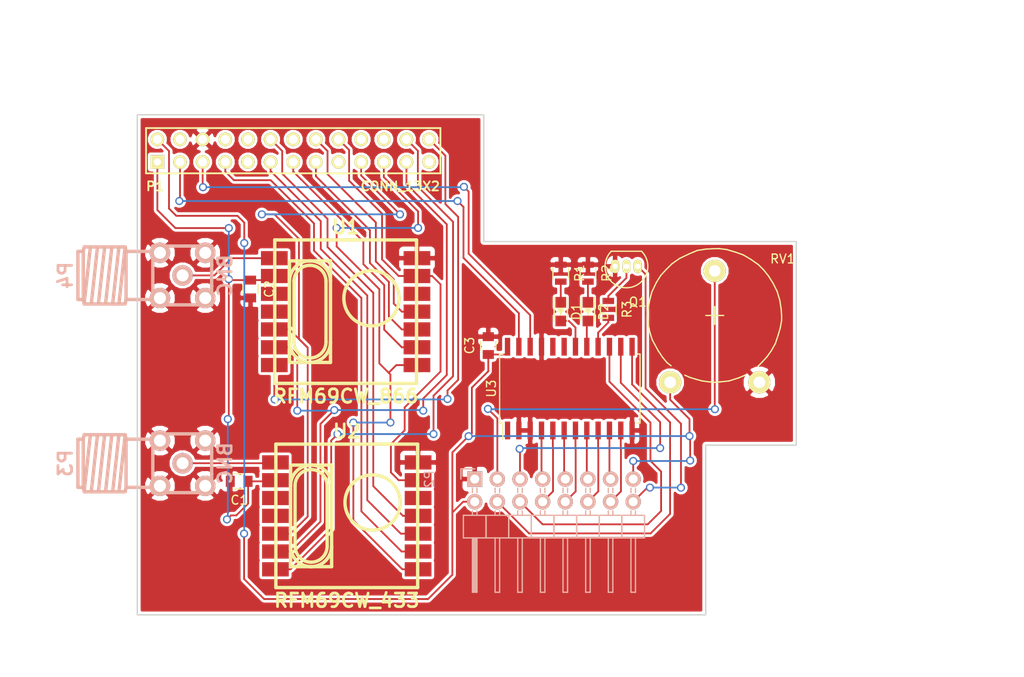
<source format=kicad_pcb>
(kicad_pcb (version 4) (host pcbnew 4.0.1-stable)

  (general
    (links 70)
    (no_connects 0)
    (area 143.434999 124.892999 217.499001 181.177001)
    (thickness 1.6)
    (drawings 41)
    (tracks 316)
    (zones 0)
    (modules 17)
    (nets 39)
  )

  (page A3)
  (title_block
    (date "15 nov 2012")
  )

  (layers
    (0 F.Cu signal)
    (31 B.Cu signal)
    (32 B.Adhes user)
    (33 F.Adhes user)
    (34 B.Paste user)
    (35 F.Paste user)
    (36 B.SilkS user)
    (37 F.SilkS user)
    (38 B.Mask user)
    (39 F.Mask user)
    (40 Dwgs.User user)
    (41 Cmts.User user)
    (42 Eco1.User user)
    (43 Eco2.User user)
    (44 Edge.Cuts user)
  )

  (setup
    (last_trace_width 0.2)
    (trace_clearance 0.2)
    (zone_clearance 0.3)
    (zone_45_only no)
    (trace_min 0.1524)
    (segment_width 0.2)
    (edge_width 0.15)
    (via_size 0.9)
    (via_drill 0.6)
    (via_min_size 0.8)
    (via_min_drill 0.5)
    (uvia_size 0.5)
    (uvia_drill 0.1)
    (uvias_allowed no)
    (uvia_min_size 0.5)
    (uvia_min_drill 0.1)
    (pcb_text_width 0.3)
    (pcb_text_size 1 1)
    (mod_edge_width 0.15)
    (mod_text_size 1 1)
    (mod_text_width 0.15)
    (pad_size 1 1)
    (pad_drill 0.6)
    (pad_to_mask_clearance 0)
    (aux_axis_origin 143.5 181)
    (visible_elements 7FFFFFFF)
    (pcbplotparams
      (layerselection 0x00030_80000001)
      (usegerberextensions true)
      (excludeedgelayer true)
      (linewidth 0.150000)
      (plotframeref false)
      (viasonmask false)
      (mode 1)
      (useauxorigin false)
      (hpglpennumber 1)
      (hpglpenspeed 20)
      (hpglpendiameter 15)
      (hpglpenoverlay 2)
      (psnegative false)
      (psa4output false)
      (plotreference true)
      (plotvalue true)
      (plotinvisibletext false)
      (padsonsilk false)
      (subtractmaskfromsilk false)
      (outputformat 1)
      (mirror false)
      (drillshape 1)
      (scaleselection 1)
      (outputdirectory ""))
  )

  (net 0 "")
  (net 1 +3.3V)
  (net 2 +5V)
  (net 3 GND)
  (net 4 "Net-(D1-Pad2)")
  (net 5 "Net-(D1-Pad1)")
  (net 6 "Net-(D2-Pad2)")
  (net 7 "Net-(D2-Pad1)")
  (net 8 SDA)
  (net 9 SCL)
  (net 10 DIO1_433)
  (net 11 DIO1_866)
  (net 12 DIO2_433)
  (net 13 DIO2_866)
  (net 14 DIO0_866)
  (net 15 DIO0_433)
  (net 16 MOSI)
  (net 17 MISO)
  (net 18 Reset_RF)
  (net 19 SCK)
  (net 20 CS_433)
  (net 21 CS_866)
  (net 22 "Net-(P2-Pad3)")
  (net 23 "Net-(P2-Pad4)")
  (net 24 "Net-(P2-Pad5)")
  (net 25 "Net-(P2-Pad6)")
  (net 26 "Net-(P2-Pad7)")
  (net 27 "Net-(P2-Pad8)")
  (net 28 "Net-(P2-Pad9)")
  (net 29 "Net-(P2-Pad10)")
  (net 30 "Net-(P2-Pad11)")
  (net 31 "Net-(P2-Pad12)")
  (net 32 "Net-(P2-Pad13)")
  (net 33 "Net-(P2-Pad14)")
  (net 34 "Net-(P2-Pad16)")
  (net 35 "Net-(Q1-Pad2)")
  (net 36 "Net-(R3-Pad2)")
  (net 37 "Net-(P3-Pad1)")
  (net 38 "Net-(P4-Pad1)")

  (net_class Default "This is the default net class."
    (clearance 0.2)
    (trace_width 0.2)
    (via_dia 0.9)
    (via_drill 0.6)
    (uvia_dia 0.5)
    (uvia_drill 0.1)
    (add_net +3.3V)
    (add_net +5V)
    (add_net CS_433)
    (add_net CS_866)
    (add_net DIO0_433)
    (add_net DIO0_866)
    (add_net DIO1_433)
    (add_net DIO1_866)
    (add_net DIO2_433)
    (add_net DIO2_866)
    (add_net GND)
    (add_net MISO)
    (add_net MOSI)
    (add_net "Net-(D1-Pad1)")
    (add_net "Net-(D1-Pad2)")
    (add_net "Net-(D2-Pad1)")
    (add_net "Net-(D2-Pad2)")
    (add_net "Net-(P2-Pad10)")
    (add_net "Net-(P2-Pad11)")
    (add_net "Net-(P2-Pad12)")
    (add_net "Net-(P2-Pad13)")
    (add_net "Net-(P2-Pad14)")
    (add_net "Net-(P2-Pad16)")
    (add_net "Net-(P2-Pad3)")
    (add_net "Net-(P2-Pad4)")
    (add_net "Net-(P2-Pad5)")
    (add_net "Net-(P2-Pad6)")
    (add_net "Net-(P2-Pad7)")
    (add_net "Net-(P2-Pad8)")
    (add_net "Net-(P2-Pad9)")
    (add_net "Net-(P3-Pad1)")
    (add_net "Net-(P4-Pad1)")
    (add_net "Net-(Q1-Pad2)")
    (add_net "Net-(R3-Pad2)")
    (add_net Reset_RF)
    (add_net SCK)
    (add_net SCL)
    (add_net SDA)
  )

  (net_class Power ""
    (clearance 0.2)
    (trace_width 0.5)
    (via_dia 1)
    (via_drill 0.7)
    (uvia_dia 0.5)
    (uvia_drill 0.1)
  )

  (module w_rf_modules:RFM12B_SMD (layer F.Cu) (tedit 0) (tstamp 56DCC402)
    (at 167.005 169.9895)
    (descr "Hope RFM12B module, SMD version")
    (path /56DC6D1A)
    (fp_text reference U2 (at 0 -9.4996) (layer F.SilkS)
      (effects (font (thickness 0.3048)))
    )
    (fp_text value RFM69CW_433 (at 0 9.4996) (layer F.SilkS)
      (effects (font (thickness 0.3048)))
    )
    (fp_line (start -2.19964 -3.40106) (end -2.19964 3.40106) (layer F.SilkS) (width 0.381))
    (fp_line (start -5.79882 3.40106) (end -5.79882 -3.40106) (layer F.SilkS) (width 0.381))
    (fp_arc (start -4.0005 3.40106) (end -2.19964 3.40106) (angle 90) (layer F.SilkS) (width 0.381))
    (fp_arc (start -4.0005 3.40106) (end -4.0005 5.19938) (angle 90) (layer F.SilkS) (width 0.381))
    (fp_arc (start -4.0005 -3.40106) (end -4.0005 -5.19938) (angle 90) (layer F.SilkS) (width 0.381))
    (fp_arc (start -4.0005 -3.40106) (end -5.79882 -3.40106) (angle 90) (layer F.SilkS) (width 0.381))
    (fp_arc (start -4.0005 3.40106) (end -1.69926 3.40106) (angle 90) (layer F.SilkS) (width 0.381))
    (fp_arc (start -4.0005 3.40106) (end -4.0005 5.69976) (angle 90) (layer F.SilkS) (width 0.381))
    (fp_arc (start -4.0005 -3.40106) (end -4.0005 -5.69976) (angle 90) (layer F.SilkS) (width 0.381))
    (fp_arc (start -4.0005 -3.40106) (end -6.2992 -3.40106) (angle 90) (layer F.SilkS) (width 0.381))
    (fp_line (start -1.69926 5.69976) (end -6.2992 5.69976) (layer F.SilkS) (width 0.381))
    (fp_line (start -6.2992 5.69976) (end -6.2992 -5.69976) (layer F.SilkS) (width 0.381))
    (fp_line (start -6.2992 -5.69976) (end -1.69926 -5.69976) (layer F.SilkS) (width 0.381))
    (fp_line (start -1.69926 -5.69976) (end -1.69926 5.69976) (layer F.SilkS) (width 0.381))
    (fp_circle (center 2.90068 -1.50114) (end -0.20066 -1.50114) (layer F.SilkS) (width 0.381))
    (fp_line (start -7.9502 -8.04926) (end 7.9502 -8.04926) (layer F.SilkS) (width 0.381))
    (fp_line (start 7.9502 -8.04926) (end 7.9502 8.04926) (layer F.SilkS) (width 0.381))
    (fp_line (start 7.9502 8.04926) (end -7.9502 8.04926) (layer F.SilkS) (width 0.381))
    (fp_line (start -7.9502 8.04926) (end -7.9502 -8.04926) (layer F.SilkS) (width 0.381))
    (pad 1 smd rect (at -7.99846 -5.99948) (size 2.9972 1.59766) (layers F.Cu F.Paste F.Mask)
      (net 37 "Net-(P3-Pad1)"))
    (pad 2 smd rect (at -8.001 -4.0005) (size 2.9972 1.59766) (layers F.Cu F.Paste F.Mask)
      (net 1 +3.3V))
    (pad 3 smd rect (at -8.001 -1.99898) (size 2.9972 1.59766) (layers F.Cu F.Paste F.Mask))
    (pad 4 smd rect (at -8.001 0) (size 2.9972 1.59766) (layers F.Cu F.Paste F.Mask))
    (pad 5 smd rect (at -8.001 1.99898) (size 2.9972 1.59766) (layers F.Cu F.Paste F.Mask)
      (net 16 MOSI))
    (pad 6 smd rect (at -8.001 4.0005) (size 2.9972 1.59766) (layers F.Cu F.Paste F.Mask)
      (net 19 SCK))
    (pad 7 smd rect (at -8.001 5.99948) (size 2.9972 1.59766) (layers F.Cu F.Paste F.Mask)
      (net 20 CS_433))
    (pad 8 smd rect (at 8.001 5.99948) (size 2.9972 1.59766) (layers F.Cu F.Paste F.Mask)
      (net 17 MISO))
    (pad 9 smd rect (at 8.001 4.0005) (size 2.9972 1.59766) (layers F.Cu F.Paste F.Mask)
      (net 15 DIO0_433))
    (pad 10 smd rect (at 8.001 1.99898) (size 2.9972 1.59766) (layers F.Cu F.Paste F.Mask)
      (net 12 DIO2_433))
    (pad 11 smd rect (at 8.001 0) (size 2.9972 1.59766) (layers F.Cu F.Paste F.Mask)
      (net 10 DIO1_433))
    (pad 12 smd rect (at 8.001 -1.99898) (size 2.9972 1.59766) (layers F.Cu F.Paste F.Mask))
    (pad 13 smd rect (at 8.001 -4.0005) (size 2.9972 1.59766) (layers F.Cu F.Paste F.Mask)
      (net 18 Reset_RF))
    (pad 14 smd rect (at 8.001 -5.99948) (size 2.9972 1.59766) (layers F.Cu F.Paste F.Mask)
      (net 3 GND))
    (model walter/rf_modules/rfm12b-s.wrl
      (at (xyz 0 0 0))
      (scale (xyz 1 1 1))
      (rotate (xyz 0 0 0))
    )
  )

  (module Housings_SOIC:SOIC-24_7.5x15.4mm_Pitch1.27mm (layer F.Cu) (tedit 54130A77) (tstamp 56DCC41E)
    (at 192.024 155.702 90)
    (descr "24-Lead Plastic Small Outline (SO) - Wide, 7.50 mm Body [SOIC] (see Microchip Packaging Specification 00000049BS.pdf)")
    (tags "SOIC 1.27")
    (path /56DCCECC)
    (attr smd)
    (fp_text reference U3 (at 0 -8.8 90) (layer F.SilkS)
      (effects (font (size 1 1) (thickness 0.15)))
    )
    (fp_text value PCA9555 (at 0 8.8 90) (layer F.Fab)
      (effects (font (size 1 1) (thickness 0.15)))
    )
    (fp_line (start -5.95 -8.05) (end -5.95 8.05) (layer F.CrtYd) (width 0.05))
    (fp_line (start 5.95 -8.05) (end 5.95 8.05) (layer F.CrtYd) (width 0.05))
    (fp_line (start -5.95 -8.05) (end 5.95 -8.05) (layer F.CrtYd) (width 0.05))
    (fp_line (start -5.95 8.05) (end 5.95 8.05) (layer F.CrtYd) (width 0.05))
    (fp_line (start -3.875 -7.875) (end -3.875 -7.51) (layer F.SilkS) (width 0.15))
    (fp_line (start 3.875 -7.875) (end 3.875 -7.51) (layer F.SilkS) (width 0.15))
    (fp_line (start 3.875 7.875) (end 3.875 7.51) (layer F.SilkS) (width 0.15))
    (fp_line (start -3.875 7.875) (end -3.875 7.51) (layer F.SilkS) (width 0.15))
    (fp_line (start -3.875 -7.875) (end 3.875 -7.875) (layer F.SilkS) (width 0.15))
    (fp_line (start -3.875 7.875) (end 3.875 7.875) (layer F.SilkS) (width 0.15))
    (fp_line (start -3.875 -7.51) (end -5.7 -7.51) (layer F.SilkS) (width 0.15))
    (pad 1 smd rect (at -4.7 -6.985 90) (size 2 0.6) (layers F.Cu F.Paste F.Mask))
    (pad 2 smd rect (at -4.7 -5.715 90) (size 2 0.6) (layers F.Cu F.Paste F.Mask)
      (net 3 GND))
    (pad 3 smd rect (at -4.7 -4.445 90) (size 2 0.6) (layers F.Cu F.Paste F.Mask)
      (net 3 GND))
    (pad 4 smd rect (at -4.7 -3.175 90) (size 2 0.6) (layers F.Cu F.Paste F.Mask)
      (net 26 "Net-(P2-Pad7)"))
    (pad 5 smd rect (at -4.7 -1.905 90) (size 2 0.6) (layers F.Cu F.Paste F.Mask)
      (net 27 "Net-(P2-Pad8)"))
    (pad 6 smd rect (at -4.7 -0.635 90) (size 2 0.6) (layers F.Cu F.Paste F.Mask)
      (net 28 "Net-(P2-Pad9)"))
    (pad 7 smd rect (at -4.7 0.635 90) (size 2 0.6) (layers F.Cu F.Paste F.Mask)
      (net 29 "Net-(P2-Pad10)"))
    (pad 8 smd rect (at -4.7 1.905 90) (size 2 0.6) (layers F.Cu F.Paste F.Mask)
      (net 30 "Net-(P2-Pad11)"))
    (pad 9 smd rect (at -4.7 3.175 90) (size 2 0.6) (layers F.Cu F.Paste F.Mask)
      (net 31 "Net-(P2-Pad12)"))
    (pad 10 smd rect (at -4.7 4.445 90) (size 2 0.6) (layers F.Cu F.Paste F.Mask)
      (net 32 "Net-(P2-Pad13)"))
    (pad 11 smd rect (at -4.7 5.715 90) (size 2 0.6) (layers F.Cu F.Paste F.Mask)
      (net 33 "Net-(P2-Pad14)"))
    (pad 12 smd rect (at -4.7 6.985 90) (size 2 0.6) (layers F.Cu F.Paste F.Mask)
      (net 3 GND))
    (pad 13 smd rect (at 4.7 6.985 90) (size 2 0.6) (layers F.Cu F.Paste F.Mask)
      (net 23 "Net-(P2-Pad4)"))
    (pad 14 smd rect (at 4.7 5.715 90) (size 2 0.6) (layers F.Cu F.Paste F.Mask)
      (net 24 "Net-(P2-Pad5)"))
    (pad 15 smd rect (at 4.7 4.445 90) (size 2 0.6) (layers F.Cu F.Paste F.Mask)
      (net 25 "Net-(P2-Pad6)"))
    (pad 16 smd rect (at 4.7 3.175 90) (size 2 0.6) (layers F.Cu F.Paste F.Mask)
      (net 36 "Net-(R3-Pad2)"))
    (pad 17 smd rect (at 4.7 1.905 90) (size 2 0.6) (layers F.Cu F.Paste F.Mask)
      (net 6 "Net-(D2-Pad2)"))
    (pad 18 smd rect (at 4.7 0.635 90) (size 2 0.6) (layers F.Cu F.Paste F.Mask)
      (net 4 "Net-(D1-Pad2)"))
    (pad 19 smd rect (at 4.7 -0.635 90) (size 2 0.6) (layers F.Cu F.Paste F.Mask))
    (pad 20 smd rect (at 4.7 -1.905 90) (size 2 0.6) (layers F.Cu F.Paste F.Mask))
    (pad 21 smd rect (at 4.7 -3.175 90) (size 2 0.6) (layers F.Cu F.Paste F.Mask)
      (net 3 GND))
    (pad 22 smd rect (at 4.7 -4.445 90) (size 2 0.6) (layers F.Cu F.Paste F.Mask)
      (net 9 SCL))
    (pad 23 smd rect (at 4.7 -5.715 90) (size 2 0.6) (layers F.Cu F.Paste F.Mask)
      (net 8 SDA))
    (pad 24 smd rect (at 4.7 -6.985 90) (size 2 0.6) (layers F.Cu F.Paste F.Mask)
      (net 2 +5V))
    (model Housings_SOIC.3dshapes/SOIC-24_7.5x15.4mm_Pitch1.27mm.wrl
      (at (xyz 0 0 0))
      (scale (xyz 1 1 1))
      (rotate (xyz 0 0 0))
    )
  )

  (module Pin_Headers:Pin_Header_Angled_2x08 (layer B.Cu) (tedit 0) (tstamp 56DCC3BE)
    (at 181.356 165.862 270)
    (descr "Through hole pin header")
    (tags "pin header")
    (path /56DCD69E)
    (fp_text reference P2 (at 0 5.1 270) (layer B.SilkS)
      (effects (font (size 1 1) (thickness 0.15)) (justify mirror))
    )
    (fp_text value CONN_01X16 (at 0 3.1 270) (layer B.Fab)
      (effects (font (size 1 1) (thickness 0.15)) (justify mirror))
    )
    (fp_line (start -1.35 1.75) (end -1.35 -19.55) (layer B.CrtYd) (width 0.05))
    (fp_line (start 13.2 1.75) (end 13.2 -19.55) (layer B.CrtYd) (width 0.05))
    (fp_line (start -1.35 1.75) (end 13.2 1.75) (layer B.CrtYd) (width 0.05))
    (fp_line (start -1.35 -19.55) (end 13.2 -19.55) (layer B.CrtYd) (width 0.05))
    (fp_line (start 1.524 -18.034) (end 1.016 -18.034) (layer B.SilkS) (width 0.15))
    (fp_line (start 1.524 -17.526) (end 1.016 -17.526) (layer B.SilkS) (width 0.15))
    (fp_line (start 1.524 -12.446) (end 1.016 -12.446) (layer B.SilkS) (width 0.15))
    (fp_line (start 1.524 -12.954) (end 1.016 -12.954) (layer B.SilkS) (width 0.15))
    (fp_line (start 1.524 -14.986) (end 1.016 -14.986) (layer B.SilkS) (width 0.15))
    (fp_line (start 1.524 -15.494) (end 1.016 -15.494) (layer B.SilkS) (width 0.15))
    (fp_line (start 1.524 -10.414) (end 1.016 -10.414) (layer B.SilkS) (width 0.15))
    (fp_line (start 1.524 -9.906) (end 1.016 -9.906) (layer B.SilkS) (width 0.15))
    (fp_line (start 1.524 -7.874) (end 1.016 -7.874) (layer B.SilkS) (width 0.15))
    (fp_line (start 1.524 -7.366) (end 1.016 -7.366) (layer B.SilkS) (width 0.15))
    (fp_line (start 1.524 0.254) (end 1.016 0.254) (layer B.SilkS) (width 0.15))
    (fp_line (start 1.524 -0.254) (end 1.016 -0.254) (layer B.SilkS) (width 0.15))
    (fp_line (start 1.524 -5.334) (end 1.016 -5.334) (layer B.SilkS) (width 0.15))
    (fp_line (start 1.524 -4.826) (end 1.016 -4.826) (layer B.SilkS) (width 0.15))
    (fp_line (start 1.524 -2.794) (end 1.016 -2.794) (layer B.SilkS) (width 0.15))
    (fp_line (start 1.524 -2.286) (end 1.016 -2.286) (layer B.SilkS) (width 0.15))
    (fp_line (start 4.064 -14.986) (end 3.556 -14.986) (layer B.SilkS) (width 0.15))
    (fp_line (start 4.064 -15.494) (end 3.556 -15.494) (layer B.SilkS) (width 0.15))
    (fp_line (start 4.064 -17.526) (end 3.556 -17.526) (layer B.SilkS) (width 0.15))
    (fp_line (start 4.064 -18.034) (end 3.556 -18.034) (layer B.SilkS) (width 0.15))
    (fp_line (start 4.064 -12.954) (end 3.556 -12.954) (layer B.SilkS) (width 0.15))
    (fp_line (start 4.064 -12.446) (end 3.556 -12.446) (layer B.SilkS) (width 0.15))
    (fp_line (start 4.064 -10.414) (end 3.556 -10.414) (layer B.SilkS) (width 0.15))
    (fp_line (start 4.064 -9.906) (end 3.556 -9.906) (layer B.SilkS) (width 0.15))
    (fp_line (start 4.064 0.254) (end 3.556 0.254) (layer B.SilkS) (width 0.15))
    (fp_line (start 4.064 -0.254) (end 3.556 -0.254) (layer B.SilkS) (width 0.15))
    (fp_line (start 4.064 -2.286) (end 3.556 -2.286) (layer B.SilkS) (width 0.15))
    (fp_line (start 4.064 -2.794) (end 3.556 -2.794) (layer B.SilkS) (width 0.15))
    (fp_line (start 4.064 -7.874) (end 3.556 -7.874) (layer B.SilkS) (width 0.15))
    (fp_line (start 4.064 -7.366) (end 3.556 -7.366) (layer B.SilkS) (width 0.15))
    (fp_line (start 4.064 -5.334) (end 3.556 -5.334) (layer B.SilkS) (width 0.15))
    (fp_line (start 4.064 -4.826) (end 3.556 -4.826) (layer B.SilkS) (width 0.15))
    (fp_line (start 0 1.55) (end -1.15 1.55) (layer B.SilkS) (width 0.15))
    (fp_line (start -1.15 1.55) (end -1.15 0) (layer B.SilkS) (width 0.15))
    (fp_line (start 6.604 0.127) (end 12.573 0.127) (layer B.SilkS) (width 0.15))
    (fp_line (start 12.573 0.127) (end 12.573 -0.127) (layer B.SilkS) (width 0.15))
    (fp_line (start 12.573 -0.127) (end 6.731 -0.127) (layer B.SilkS) (width 0.15))
    (fp_line (start 6.731 -0.127) (end 6.731 0) (layer B.SilkS) (width 0.15))
    (fp_line (start 6.731 0) (end 12.573 0) (layer B.SilkS) (width 0.15))
    (fp_line (start 4.064 -8.89) (end 6.604 -8.89) (layer B.SilkS) (width 0.15))
    (fp_line (start 4.064 -8.89) (end 4.064 -11.43) (layer B.SilkS) (width 0.15))
    (fp_line (start 4.064 -11.43) (end 6.604 -11.43) (layer B.SilkS) (width 0.15))
    (fp_line (start 6.604 -9.906) (end 12.7 -9.906) (layer B.SilkS) (width 0.15))
    (fp_line (start 12.7 -9.906) (end 12.7 -10.414) (layer B.SilkS) (width 0.15))
    (fp_line (start 12.7 -10.414) (end 6.604 -10.414) (layer B.SilkS) (width 0.15))
    (fp_line (start 6.604 -11.43) (end 6.604 -8.89) (layer B.SilkS) (width 0.15))
    (fp_line (start 6.604 -13.97) (end 6.604 -11.43) (layer B.SilkS) (width 0.15))
    (fp_line (start 12.7 -12.954) (end 6.604 -12.954) (layer B.SilkS) (width 0.15))
    (fp_line (start 12.7 -12.446) (end 12.7 -12.954) (layer B.SilkS) (width 0.15))
    (fp_line (start 6.604 -12.446) (end 12.7 -12.446) (layer B.SilkS) (width 0.15))
    (fp_line (start 4.064 -13.97) (end 6.604 -13.97) (layer B.SilkS) (width 0.15))
    (fp_line (start 4.064 -11.43) (end 4.064 -13.97) (layer B.SilkS) (width 0.15))
    (fp_line (start 4.064 -11.43) (end 6.604 -11.43) (layer B.SilkS) (width 0.15))
    (fp_line (start 4.064 -16.51) (end 6.604 -16.51) (layer B.SilkS) (width 0.15))
    (fp_line (start 4.064 -16.51) (end 4.064 -19.05) (layer B.SilkS) (width 0.15))
    (fp_line (start 4.064 -19.05) (end 6.604 -19.05) (layer B.SilkS) (width 0.15))
    (fp_line (start 6.604 -17.526) (end 12.7 -17.526) (layer B.SilkS) (width 0.15))
    (fp_line (start 12.7 -17.526) (end 12.7 -18.034) (layer B.SilkS) (width 0.15))
    (fp_line (start 12.7 -18.034) (end 6.604 -18.034) (layer B.SilkS) (width 0.15))
    (fp_line (start 6.604 -19.05) (end 6.604 -16.51) (layer B.SilkS) (width 0.15))
    (fp_line (start 6.604 -16.51) (end 6.604 -13.97) (layer B.SilkS) (width 0.15))
    (fp_line (start 12.7 -15.494) (end 6.604 -15.494) (layer B.SilkS) (width 0.15))
    (fp_line (start 12.7 -14.986) (end 12.7 -15.494) (layer B.SilkS) (width 0.15))
    (fp_line (start 6.604 -14.986) (end 12.7 -14.986) (layer B.SilkS) (width 0.15))
    (fp_line (start 4.064 -16.51) (end 6.604 -16.51) (layer B.SilkS) (width 0.15))
    (fp_line (start 4.064 -13.97) (end 4.064 -16.51) (layer B.SilkS) (width 0.15))
    (fp_line (start 4.064 -13.97) (end 6.604 -13.97) (layer B.SilkS) (width 0.15))
    (fp_line (start 4.064 -3.81) (end 6.604 -3.81) (layer B.SilkS) (width 0.15))
    (fp_line (start 4.064 -3.81) (end 4.064 -6.35) (layer B.SilkS) (width 0.15))
    (fp_line (start 4.064 -6.35) (end 6.604 -6.35) (layer B.SilkS) (width 0.15))
    (fp_line (start 6.604 -4.826) (end 12.7 -4.826) (layer B.SilkS) (width 0.15))
    (fp_line (start 12.7 -4.826) (end 12.7 -5.334) (layer B.SilkS) (width 0.15))
    (fp_line (start 12.7 -5.334) (end 6.604 -5.334) (layer B.SilkS) (width 0.15))
    (fp_line (start 6.604 -6.35) (end 6.604 -3.81) (layer B.SilkS) (width 0.15))
    (fp_line (start 6.604 -8.89) (end 6.604 -6.35) (layer B.SilkS) (width 0.15))
    (fp_line (start 12.7 -7.874) (end 6.604 -7.874) (layer B.SilkS) (width 0.15))
    (fp_line (start 12.7 -7.366) (end 12.7 -7.874) (layer B.SilkS) (width 0.15))
    (fp_line (start 6.604 -7.366) (end 12.7 -7.366) (layer B.SilkS) (width 0.15))
    (fp_line (start 4.064 -8.89) (end 6.604 -8.89) (layer B.SilkS) (width 0.15))
    (fp_line (start 4.064 -6.35) (end 4.064 -8.89) (layer B.SilkS) (width 0.15))
    (fp_line (start 4.064 -6.35) (end 6.604 -6.35) (layer B.SilkS) (width 0.15))
    (fp_line (start 4.064 -1.27) (end 6.604 -1.27) (layer B.SilkS) (width 0.15))
    (fp_line (start 4.064 -1.27) (end 4.064 -3.81) (layer B.SilkS) (width 0.15))
    (fp_line (start 4.064 -3.81) (end 6.604 -3.81) (layer B.SilkS) (width 0.15))
    (fp_line (start 6.604 -2.286) (end 12.7 -2.286) (layer B.SilkS) (width 0.15))
    (fp_line (start 12.7 -2.286) (end 12.7 -2.794) (layer B.SilkS) (width 0.15))
    (fp_line (start 12.7 -2.794) (end 6.604 -2.794) (layer B.SilkS) (width 0.15))
    (fp_line (start 6.604 -3.81) (end 6.604 -1.27) (layer B.SilkS) (width 0.15))
    (fp_line (start 6.604 -1.27) (end 6.604 1.27) (layer B.SilkS) (width 0.15))
    (fp_line (start 12.7 -0.254) (end 6.604 -0.254) (layer B.SilkS) (width 0.15))
    (fp_line (start 12.7 0.254) (end 12.7 -0.254) (layer B.SilkS) (width 0.15))
    (fp_line (start 6.604 0.254) (end 12.7 0.254) (layer B.SilkS) (width 0.15))
    (fp_line (start 4.064 -1.27) (end 6.604 -1.27) (layer B.SilkS) (width 0.15))
    (fp_line (start 4.064 1.27) (end 4.064 -1.27) (layer B.SilkS) (width 0.15))
    (fp_line (start 4.064 1.27) (end 6.604 1.27) (layer B.SilkS) (width 0.15))
    (pad 1 thru_hole rect (at 0 0 270) (size 1.7272 1.7272) (drill 1.016) (layers *.Cu *.Mask B.SilkS)
      (net 3 GND))
    (pad 2 thru_hole oval (at 2.54 0 270) (size 1.7272 1.7272) (drill 1.016) (layers *.Cu *.Mask B.SilkS)
      (net 2 +5V))
    (pad 3 thru_hole oval (at 0 -2.54 270) (size 1.7272 1.7272) (drill 1.016) (layers *.Cu *.Mask B.SilkS)
      (net 22 "Net-(P2-Pad3)"))
    (pad 4 thru_hole oval (at 2.54 -2.54 270) (size 1.7272 1.7272) (drill 1.016) (layers *.Cu *.Mask B.SilkS)
      (net 23 "Net-(P2-Pad4)"))
    (pad 5 thru_hole oval (at 0 -5.08 270) (size 1.7272 1.7272) (drill 1.016) (layers *.Cu *.Mask B.SilkS)
      (net 24 "Net-(P2-Pad5)"))
    (pad 6 thru_hole oval (at 2.54 -5.08 270) (size 1.7272 1.7272) (drill 1.016) (layers *.Cu *.Mask B.SilkS)
      (net 25 "Net-(P2-Pad6)"))
    (pad 7 thru_hole oval (at 0 -7.62 270) (size 1.7272 1.7272) (drill 1.016) (layers *.Cu *.Mask B.SilkS)
      (net 26 "Net-(P2-Pad7)"))
    (pad 8 thru_hole oval (at 2.54 -7.62 270) (size 1.7272 1.7272) (drill 1.016) (layers *.Cu *.Mask B.SilkS)
      (net 27 "Net-(P2-Pad8)"))
    (pad 9 thru_hole oval (at 0 -10.16 270) (size 1.7272 1.7272) (drill 1.016) (layers *.Cu *.Mask B.SilkS)
      (net 28 "Net-(P2-Pad9)"))
    (pad 10 thru_hole oval (at 2.54 -10.16 270) (size 1.7272 1.7272) (drill 1.016) (layers *.Cu *.Mask B.SilkS)
      (net 29 "Net-(P2-Pad10)"))
    (pad 11 thru_hole oval (at 0 -12.7 270) (size 1.7272 1.7272) (drill 1.016) (layers *.Cu *.Mask B.SilkS)
      (net 30 "Net-(P2-Pad11)"))
    (pad 12 thru_hole oval (at 2.54 -12.7 270) (size 1.7272 1.7272) (drill 1.016) (layers *.Cu *.Mask B.SilkS)
      (net 31 "Net-(P2-Pad12)"))
    (pad 13 thru_hole oval (at 0 -15.24 270) (size 1.7272 1.7272) (drill 1.016) (layers *.Cu *.Mask B.SilkS)
      (net 32 "Net-(P2-Pad13)"))
    (pad 14 thru_hole oval (at 2.54 -15.24 270) (size 1.7272 1.7272) (drill 1.016) (layers *.Cu *.Mask B.SilkS)
      (net 33 "Net-(P2-Pad14)"))
    (pad 15 thru_hole oval (at 0 -17.78 270) (size 1.7272 1.7272) (drill 1.016) (layers *.Cu *.Mask B.SilkS)
      (net 2 +5V))
    (pad 16 thru_hole oval (at 2.54 -17.78 270) (size 1.7272 1.7272) (drill 1.016) (layers *.Cu *.Mask B.SilkS)
      (net 34 "Net-(P2-Pad16)"))
    (model Pin_Headers.3dshapes/Pin_Header_Angled_2x08.wrl
      (at (xyz 0.05 -0.35 0))
      (scale (xyz 1 1 1))
      (rotate (xyz 0 0 90))
    )
  )

  (module w_rf_modules:RFM12B_SMD (layer F.Cu) (tedit 0) (tstamp 56DCC3F0)
    (at 166.878 147.066)
    (descr "Hope RFM12B module, SMD version")
    (path /56DC6EBF)
    (fp_text reference U1 (at 0 -9.4996) (layer F.SilkS)
      (effects (font (thickness 0.3048)))
    )
    (fp_text value RFM69CW_866 (at 0 9.4996) (layer F.SilkS)
      (effects (font (thickness 0.3048)))
    )
    (fp_line (start -2.19964 -3.40106) (end -2.19964 3.40106) (layer F.SilkS) (width 0.381))
    (fp_line (start -5.79882 3.40106) (end -5.79882 -3.40106) (layer F.SilkS) (width 0.381))
    (fp_arc (start -4.0005 3.40106) (end -2.19964 3.40106) (angle 90) (layer F.SilkS) (width 0.381))
    (fp_arc (start -4.0005 3.40106) (end -4.0005 5.19938) (angle 90) (layer F.SilkS) (width 0.381))
    (fp_arc (start -4.0005 -3.40106) (end -4.0005 -5.19938) (angle 90) (layer F.SilkS) (width 0.381))
    (fp_arc (start -4.0005 -3.40106) (end -5.79882 -3.40106) (angle 90) (layer F.SilkS) (width 0.381))
    (fp_arc (start -4.0005 3.40106) (end -1.69926 3.40106) (angle 90) (layer F.SilkS) (width 0.381))
    (fp_arc (start -4.0005 3.40106) (end -4.0005 5.69976) (angle 90) (layer F.SilkS) (width 0.381))
    (fp_arc (start -4.0005 -3.40106) (end -4.0005 -5.69976) (angle 90) (layer F.SilkS) (width 0.381))
    (fp_arc (start -4.0005 -3.40106) (end -6.2992 -3.40106) (angle 90) (layer F.SilkS) (width 0.381))
    (fp_line (start -1.69926 5.69976) (end -6.2992 5.69976) (layer F.SilkS) (width 0.381))
    (fp_line (start -6.2992 5.69976) (end -6.2992 -5.69976) (layer F.SilkS) (width 0.381))
    (fp_line (start -6.2992 -5.69976) (end -1.69926 -5.69976) (layer F.SilkS) (width 0.381))
    (fp_line (start -1.69926 -5.69976) (end -1.69926 5.69976) (layer F.SilkS) (width 0.381))
    (fp_circle (center 2.90068 -1.50114) (end -0.20066 -1.50114) (layer F.SilkS) (width 0.381))
    (fp_line (start -7.9502 -8.04926) (end 7.9502 -8.04926) (layer F.SilkS) (width 0.381))
    (fp_line (start 7.9502 -8.04926) (end 7.9502 8.04926) (layer F.SilkS) (width 0.381))
    (fp_line (start 7.9502 8.04926) (end -7.9502 8.04926) (layer F.SilkS) (width 0.381))
    (fp_line (start -7.9502 8.04926) (end -7.9502 -8.04926) (layer F.SilkS) (width 0.381))
    (pad 1 smd rect (at -7.99846 -5.99948) (size 2.9972 1.59766) (layers F.Cu F.Paste F.Mask)
      (net 38 "Net-(P4-Pad1)"))
    (pad 2 smd rect (at -8.001 -4.0005) (size 2.9972 1.59766) (layers F.Cu F.Paste F.Mask)
      (net 1 +3.3V))
    (pad 3 smd rect (at -8.001 -1.99898) (size 2.9972 1.59766) (layers F.Cu F.Paste F.Mask))
    (pad 4 smd rect (at -8.001 0) (size 2.9972 1.59766) (layers F.Cu F.Paste F.Mask))
    (pad 5 smd rect (at -8.001 1.99898) (size 2.9972 1.59766) (layers F.Cu F.Paste F.Mask)
      (net 16 MOSI))
    (pad 6 smd rect (at -8.001 4.0005) (size 2.9972 1.59766) (layers F.Cu F.Paste F.Mask)
      (net 19 SCK))
    (pad 7 smd rect (at -8.001 5.99948) (size 2.9972 1.59766) (layers F.Cu F.Paste F.Mask)
      (net 21 CS_866))
    (pad 8 smd rect (at 8.001 5.99948) (size 2.9972 1.59766) (layers F.Cu F.Paste F.Mask)
      (net 17 MISO))
    (pad 9 smd rect (at 8.001 4.0005) (size 2.9972 1.59766) (layers F.Cu F.Paste F.Mask)
      (net 14 DIO0_866))
    (pad 10 smd rect (at 8.001 1.99898) (size 2.9972 1.59766) (layers F.Cu F.Paste F.Mask)
      (net 13 DIO2_866))
    (pad 11 smd rect (at 8.001 0) (size 2.9972 1.59766) (layers F.Cu F.Paste F.Mask)
      (net 11 DIO1_866))
    (pad 12 smd rect (at 8.001 -1.99898) (size 2.9972 1.59766) (layers F.Cu F.Paste F.Mask))
    (pad 13 smd rect (at 8.001 -4.0005) (size 2.9972 1.59766) (layers F.Cu F.Paste F.Mask)
      (net 18 Reset_RF))
    (pad 14 smd rect (at 8.001 -5.99948) (size 2.9972 1.59766) (layers F.Cu F.Paste F.Mask)
      (net 3 GND))
    (model walter/rf_modules/rfm12b-s.wrl
      (at (xyz 0 0 0))
      (scale (xyz 1 1 1))
      (rotate (xyz 0 0 0))
    )
  )

  (module pin_array_13x2 locked (layer F.Cu) (tedit 50A55E7A) (tstamp 50A55DA3)
    (at 161 129)
    (descr "Double rangee de contacts 2 x 12 pins")
    (tags CONN)
    (path /50A55ABA)
    (fp_text reference P1 (at -15.5 4) (layer F.SilkS)
      (effects (font (size 1.016 1.016) (thickness 0.2032)))
    )
    (fp_text value CONN_13X2 (at 12 4) (layer F.SilkS)
      (effects (font (size 1.016 1.016) (thickness 0.2032)))
    )
    (fp_line (start -16.51 2.54) (end 16.51 2.54) (layer F.SilkS) (width 0.2032))
    (fp_line (start 16.51 -2.54) (end -16.51 -2.54) (layer F.SilkS) (width 0.2032))
    (fp_line (start -16.51 -2.54) (end -16.51 2.54) (layer F.SilkS) (width 0.2032))
    (fp_line (start 16.51 2.54) (end 16.51 -2.54) (layer F.SilkS) (width 0.2032))
    (pad 1 thru_hole rect (at -15.24 1.27) (size 1.524 1.524) (drill 0.8128) (layers *.Cu *.Mask F.SilkS)
      (net 1 +3.3V))
    (pad 2 thru_hole circle (at -15.24 -1.27) (size 1.524 1.524) (drill 1.016) (layers *.Cu *.Mask F.SilkS)
      (net 2 +5V))
    (pad 3 thru_hole circle (at -12.7 1.27) (size 1.524 1.524) (drill 1.016) (layers *.Cu *.Mask F.SilkS)
      (net 8 SDA))
    (pad 4 thru_hole circle (at -12.7 -1.27) (size 1.524 1.524) (drill 1.016) (layers *.Cu *.Mask F.SilkS))
    (pad 5 thru_hole circle (at -10.16 1.27) (size 1.524 1.524) (drill 1.016) (layers *.Cu *.Mask F.SilkS)
      (net 9 SCL))
    (pad 6 thru_hole circle (at -10.16 -1.27) (size 1.524 1.524) (drill 1.016) (layers *.Cu *.Mask F.SilkS)
      (net 3 GND))
    (pad 7 thru_hole circle (at -7.62 1.27) (size 1.524 1.524) (drill 1.016) (layers *.Cu *.Mask F.SilkS)
      (net 15 DIO0_433))
    (pad 8 thru_hole circle (at -7.62 -1.27) (size 1.524 1.524) (drill 1.016) (layers *.Cu *.Mask F.SilkS))
    (pad 9 thru_hole circle (at -5.08 1.27) (size 1.524 1.524) (drill 1.016) (layers *.Cu *.Mask F.SilkS))
    (pad 10 thru_hole circle (at -5.08 -1.27) (size 1.524 1.524) (drill 1.016) (layers *.Cu *.Mask F.SilkS))
    (pad 11 thru_hole circle (at -2.54 1.27) (size 1.524 1.524) (drill 1.016) (layers *.Cu *.Mask F.SilkS)
      (net 12 DIO2_433))
    (pad 12 thru_hole circle (at -2.54 -1.27) (size 1.524 1.524) (drill 1.016) (layers *.Cu *.Mask F.SilkS)
      (net 10 DIO1_433))
    (pad 13 thru_hole circle (at 0 1.27) (size 1.524 1.524) (drill 1.016) (layers *.Cu *.Mask F.SilkS)
      (net 14 DIO0_866))
    (pad 14 thru_hole circle (at 0 -1.27) (size 1.524 1.524) (drill 1.016) (layers *.Cu *.Mask F.SilkS))
    (pad 15 thru_hole circle (at 2.54 1.27) (size 1.524 1.524) (drill 1.016) (layers *.Cu *.Mask F.SilkS)
      (net 13 DIO2_866))
    (pad 16 thru_hole circle (at 2.54 -1.27) (size 1.524 1.524) (drill 1.016) (layers *.Cu *.Mask F.SilkS)
      (net 11 DIO1_866))
    (pad 17 thru_hole circle (at 5.08 1.27) (size 1.524 1.524) (drill 1.016) (layers *.Cu *.Mask F.SilkS))
    (pad 18 thru_hole circle (at 5.08 -1.27) (size 1.524 1.524) (drill 1.016) (layers *.Cu *.Mask F.SilkS)
      (net 18 Reset_RF))
    (pad 19 thru_hole circle (at 7.62 1.27) (size 1.524 1.524) (drill 1.016) (layers *.Cu *.Mask F.SilkS)
      (net 16 MOSI))
    (pad 20 thru_hole circle (at 7.62 -1.27) (size 1.524 1.524) (drill 1.016) (layers *.Cu *.Mask F.SilkS))
    (pad 21 thru_hole circle (at 10.16 1.27) (size 1.524 1.524) (drill 1.016) (layers *.Cu *.Mask F.SilkS)
      (net 17 MISO))
    (pad 22 thru_hole circle (at 10.16 -1.27) (size 1.524 1.524) (drill 1.016) (layers *.Cu *.Mask F.SilkS))
    (pad 23 thru_hole circle (at 12.7 1.27) (size 1.524 1.524) (drill 1.016) (layers *.Cu *.Mask F.SilkS)
      (net 19 SCK))
    (pad 24 thru_hole circle (at 12.7 -1.27) (size 1.524 1.524) (drill 1.016) (layers *.Cu *.Mask F.SilkS)
      (net 20 CS_433))
    (pad 25 thru_hole circle (at 15.24 1.27) (size 1.524 1.524) (drill 1.016) (layers *.Cu *.Mask F.SilkS))
    (pad 26 thru_hole circle (at 15.24 -1.27) (size 1.524 1.524) (drill 1.016) (layers *.Cu *.Mask F.SilkS)
      (net 21 CS_866))
    (model pin_array/pins_array_13x2.wrl
      (at (xyz 0 0 0))
      (scale (xyz 1 1 1))
      (rotate (xyz 0 0 0))
    )
  )

  (module Capacitors_SMD:C_0805 (layer F.Cu) (tedit 5415D6EA) (tstamp 56DCC392)
    (at 154.94 166.116 180)
    (descr "Capacitor SMD 0805, reflow soldering, AVX (see smccp.pdf)")
    (tags "capacitor 0805")
    (path /56DCC3F4)
    (attr smd)
    (fp_text reference C1 (at 0 -2.1 180) (layer F.SilkS)
      (effects (font (size 1 1) (thickness 0.15)))
    )
    (fp_text value 100nF (at 0 2.1 180) (layer F.Fab)
      (effects (font (size 1 1) (thickness 0.15)))
    )
    (fp_line (start -1.8 -1) (end 1.8 -1) (layer F.CrtYd) (width 0.05))
    (fp_line (start -1.8 1) (end 1.8 1) (layer F.CrtYd) (width 0.05))
    (fp_line (start -1.8 -1) (end -1.8 1) (layer F.CrtYd) (width 0.05))
    (fp_line (start 1.8 -1) (end 1.8 1) (layer F.CrtYd) (width 0.05))
    (fp_line (start 0.5 -0.85) (end -0.5 -0.85) (layer F.SilkS) (width 0.15))
    (fp_line (start -0.5 0.85) (end 0.5 0.85) (layer F.SilkS) (width 0.15))
    (pad 1 smd rect (at -1 0 180) (size 1 1.25) (layers F.Cu F.Paste F.Mask)
      (net 1 +3.3V))
    (pad 2 smd rect (at 1 0 180) (size 1 1.25) (layers F.Cu F.Paste F.Mask)
      (net 3 GND))
    (model Capacitors_SMD.3dshapes/C_0805.wrl
      (at (xyz 0 0 0))
      (scale (xyz 1 1 1))
      (rotate (xyz 0 0 0))
    )
  )

  (module Capacitors_SMD:C_0805 (layer F.Cu) (tedit 5415D6EA) (tstamp 56DCC398)
    (at 156.21 144.526 270)
    (descr "Capacitor SMD 0805, reflow soldering, AVX (see smccp.pdf)")
    (tags "capacitor 0805")
    (path /56DCC389)
    (attr smd)
    (fp_text reference C2 (at 0 -2.1 270) (layer F.SilkS)
      (effects (font (size 1 1) (thickness 0.15)))
    )
    (fp_text value 100nF (at 0 2.1 270) (layer F.Fab)
      (effects (font (size 1 1) (thickness 0.15)))
    )
    (fp_line (start -1.8 -1) (end 1.8 -1) (layer F.CrtYd) (width 0.05))
    (fp_line (start -1.8 1) (end 1.8 1) (layer F.CrtYd) (width 0.05))
    (fp_line (start -1.8 -1) (end -1.8 1) (layer F.CrtYd) (width 0.05))
    (fp_line (start 1.8 -1) (end 1.8 1) (layer F.CrtYd) (width 0.05))
    (fp_line (start 0.5 -0.85) (end -0.5 -0.85) (layer F.SilkS) (width 0.15))
    (fp_line (start -0.5 0.85) (end 0.5 0.85) (layer F.SilkS) (width 0.15))
    (pad 1 smd rect (at -1 0 270) (size 1 1.25) (layers F.Cu F.Paste F.Mask)
      (net 1 +3.3V))
    (pad 2 smd rect (at 1 0 270) (size 1 1.25) (layers F.Cu F.Paste F.Mask)
      (net 3 GND))
    (model Capacitors_SMD.3dshapes/C_0805.wrl
      (at (xyz 0 0 0))
      (scale (xyz 1 1 1))
      (rotate (xyz 0 0 0))
    )
  )

  (module Capacitors_SMD:C_0805 (layer F.Cu) (tedit 5415D6EA) (tstamp 56DCC39E)
    (at 182.88 150.876 90)
    (descr "Capacitor SMD 0805, reflow soldering, AVX (see smccp.pdf)")
    (tags "capacitor 0805")
    (path /56DCD30D)
    (attr smd)
    (fp_text reference C3 (at 0 -2.1 90) (layer F.SilkS)
      (effects (font (size 1 1) (thickness 0.15)))
    )
    (fp_text value 100nF (at 0 2.1 90) (layer F.Fab)
      (effects (font (size 1 1) (thickness 0.15)))
    )
    (fp_line (start -1.8 -1) (end 1.8 -1) (layer F.CrtYd) (width 0.05))
    (fp_line (start -1.8 1) (end 1.8 1) (layer F.CrtYd) (width 0.05))
    (fp_line (start -1.8 -1) (end -1.8 1) (layer F.CrtYd) (width 0.05))
    (fp_line (start 1.8 -1) (end 1.8 1) (layer F.CrtYd) (width 0.05))
    (fp_line (start 0.5 -0.85) (end -0.5 -0.85) (layer F.SilkS) (width 0.15))
    (fp_line (start -0.5 0.85) (end 0.5 0.85) (layer F.SilkS) (width 0.15))
    (pad 1 smd rect (at -1 0 90) (size 1 1.25) (layers F.Cu F.Paste F.Mask)
      (net 2 +5V))
    (pad 2 smd rect (at 1 0 90) (size 1 1.25) (layers F.Cu F.Paste F.Mask)
      (net 3 GND))
    (model Capacitors_SMD.3dshapes/C_0805.wrl
      (at (xyz 0 0 0))
      (scale (xyz 1 1 1))
      (rotate (xyz 0 0 0))
    )
  )

  (module LEDs:LED_0805 (layer F.Cu) (tedit 55BDE1C2) (tstamp 56DCC3A4)
    (at 191.008 147.066 270)
    (descr "LED 0805 smd package")
    (tags "LED 0805 SMD")
    (path /56DCFE77)
    (attr smd)
    (fp_text reference D1 (at 0 -1.75 270) (layer F.SilkS)
      (effects (font (size 1 1) (thickness 0.15)))
    )
    (fp_text value LED (at 0 1.75 270) (layer F.Fab)
      (effects (font (size 1 1) (thickness 0.15)))
    )
    (fp_line (start -1.6 0.75) (end 1.1 0.75) (layer F.SilkS) (width 0.15))
    (fp_line (start -1.6 -0.75) (end 1.1 -0.75) (layer F.SilkS) (width 0.15))
    (fp_line (start -0.1 0.15) (end -0.1 -0.1) (layer F.SilkS) (width 0.15))
    (fp_line (start -0.1 -0.1) (end -0.25 0.05) (layer F.SilkS) (width 0.15))
    (fp_line (start -0.35 -0.35) (end -0.35 0.35) (layer F.SilkS) (width 0.15))
    (fp_line (start 0 0) (end 0.35 0) (layer F.SilkS) (width 0.15))
    (fp_line (start -0.35 0) (end 0 -0.35) (layer F.SilkS) (width 0.15))
    (fp_line (start 0 -0.35) (end 0 0.35) (layer F.SilkS) (width 0.15))
    (fp_line (start 0 0.35) (end -0.35 0) (layer F.SilkS) (width 0.15))
    (fp_line (start 1.9 -0.95) (end 1.9 0.95) (layer F.CrtYd) (width 0.05))
    (fp_line (start 1.9 0.95) (end -1.9 0.95) (layer F.CrtYd) (width 0.05))
    (fp_line (start -1.9 0.95) (end -1.9 -0.95) (layer F.CrtYd) (width 0.05))
    (fp_line (start -1.9 -0.95) (end 1.9 -0.95) (layer F.CrtYd) (width 0.05))
    (pad 2 smd rect (at 1.04902 0 90) (size 1.19888 1.19888) (layers F.Cu F.Paste F.Mask)
      (net 4 "Net-(D1-Pad2)"))
    (pad 1 smd rect (at -1.04902 0 90) (size 1.19888 1.19888) (layers F.Cu F.Paste F.Mask)
      (net 5 "Net-(D1-Pad1)"))
    (model LEDs.3dshapes/LED_0805.wrl
      (at (xyz 0 0 0))
      (scale (xyz 1 1 1))
      (rotate (xyz 0 0 0))
    )
  )

  (module LEDs:LED_0805 (layer F.Cu) (tedit 55BDE1C2) (tstamp 56DCC3AA)
    (at 194.056 147.066 270)
    (descr "LED 0805 smd package")
    (tags "LED 0805 SMD")
    (path /56DCFDEE)
    (attr smd)
    (fp_text reference D2 (at 0 -1.75 270) (layer F.SilkS)
      (effects (font (size 1 1) (thickness 0.15)))
    )
    (fp_text value LED (at 0 1.75 270) (layer F.Fab)
      (effects (font (size 1 1) (thickness 0.15)))
    )
    (fp_line (start -1.6 0.75) (end 1.1 0.75) (layer F.SilkS) (width 0.15))
    (fp_line (start -1.6 -0.75) (end 1.1 -0.75) (layer F.SilkS) (width 0.15))
    (fp_line (start -0.1 0.15) (end -0.1 -0.1) (layer F.SilkS) (width 0.15))
    (fp_line (start -0.1 -0.1) (end -0.25 0.05) (layer F.SilkS) (width 0.15))
    (fp_line (start -0.35 -0.35) (end -0.35 0.35) (layer F.SilkS) (width 0.15))
    (fp_line (start 0 0) (end 0.35 0) (layer F.SilkS) (width 0.15))
    (fp_line (start -0.35 0) (end 0 -0.35) (layer F.SilkS) (width 0.15))
    (fp_line (start 0 -0.35) (end 0 0.35) (layer F.SilkS) (width 0.15))
    (fp_line (start 0 0.35) (end -0.35 0) (layer F.SilkS) (width 0.15))
    (fp_line (start 1.9 -0.95) (end 1.9 0.95) (layer F.CrtYd) (width 0.05))
    (fp_line (start 1.9 0.95) (end -1.9 0.95) (layer F.CrtYd) (width 0.05))
    (fp_line (start -1.9 0.95) (end -1.9 -0.95) (layer F.CrtYd) (width 0.05))
    (fp_line (start -1.9 -0.95) (end 1.9 -0.95) (layer F.CrtYd) (width 0.05))
    (pad 2 smd rect (at 1.04902 0 90) (size 1.19888 1.19888) (layers F.Cu F.Paste F.Mask)
      (net 6 "Net-(D2-Pad2)"))
    (pad 1 smd rect (at -1.04902 0 90) (size 1.19888 1.19888) (layers F.Cu F.Paste F.Mask)
      (net 7 "Net-(D2-Pad1)"))
    (model LEDs.3dshapes/LED_0805.wrl
      (at (xyz 0 0 0))
      (scale (xyz 1 1 1))
      (rotate (xyz 0 0 0))
    )
  )

  (module TO_SOT_Packages_THT:TO-92_Inline_Narrow_Oval (layer F.Cu) (tedit 54F24281) (tstamp 56DCC3C5)
    (at 199.644 141.986 180)
    (descr "TO-92 leads in-line, narrow, oval pads, drill 0.6mm (see NXP sot054_po.pdf)")
    (tags "to-92 sc-43 sc-43a sot54 PA33 transistor")
    (path /56DCF130)
    (fp_text reference Q1 (at 0 -4 180) (layer F.SilkS)
      (effects (font (size 1 1) (thickness 0.15)))
    )
    (fp_text value BC547 (at 0 3 180) (layer F.Fab)
      (effects (font (size 1 1) (thickness 0.15)))
    )
    (fp_line (start -1.4 1.95) (end -1.4 -2.65) (layer F.CrtYd) (width 0.05))
    (fp_line (start -1.4 1.95) (end 3.95 1.95) (layer F.CrtYd) (width 0.05))
    (fp_line (start -0.43 1.7) (end 2.97 1.7) (layer F.SilkS) (width 0.15))
    (fp_arc (start 1.27 0) (end 1.27 -2.4) (angle -135) (layer F.SilkS) (width 0.15))
    (fp_arc (start 1.27 0) (end 1.27 -2.4) (angle 135) (layer F.SilkS) (width 0.15))
    (fp_line (start -1.4 -2.65) (end 3.95 -2.65) (layer F.CrtYd) (width 0.05))
    (fp_line (start 3.95 1.95) (end 3.95 -2.65) (layer F.CrtYd) (width 0.05))
    (pad 2 thru_hole oval (at 1.27 0) (size 0.89916 1.50114) (drill 0.6) (layers *.Cu *.Mask F.SilkS)
      (net 35 "Net-(Q1-Pad2)"))
    (pad 3 thru_hole oval (at 2.54 0) (size 0.89916 1.50114) (drill 0.6) (layers *.Cu *.Mask F.SilkS)
      (net 3 GND))
    (pad 1 thru_hole oval (at 0 0) (size 0.89916 1.50114) (drill 0.6) (layers *.Cu *.Mask F.SilkS)
      (net 34 "Net-(P2-Pad16)"))
    (model TO_SOT_Packages_THT.3dshapes/TO-92_Inline_Narrow_Oval.wrl
      (at (xyz 0.05 0 0))
      (scale (xyz 1 1 1))
      (rotate (xyz 0 0 -90))
    )
  )

  (module Resistors_SMD:R_0805 (layer F.Cu) (tedit 5415CDEB) (tstamp 56DCC3CB)
    (at 191.008 142.748 270)
    (descr "Resistor SMD 0805, reflow soldering, Vishay (see dcrcw.pdf)")
    (tags "resistor 0805")
    (path /56DD010F)
    (attr smd)
    (fp_text reference R1 (at 0 -2.1 270) (layer F.SilkS)
      (effects (font (size 1 1) (thickness 0.15)))
    )
    (fp_text value R (at 0 2.1 270) (layer F.Fab)
      (effects (font (size 1 1) (thickness 0.15)))
    )
    (fp_line (start -1.6 -1) (end 1.6 -1) (layer F.CrtYd) (width 0.05))
    (fp_line (start -1.6 1) (end 1.6 1) (layer F.CrtYd) (width 0.05))
    (fp_line (start -1.6 -1) (end -1.6 1) (layer F.CrtYd) (width 0.05))
    (fp_line (start 1.6 -1) (end 1.6 1) (layer F.CrtYd) (width 0.05))
    (fp_line (start 0.6 0.875) (end -0.6 0.875) (layer F.SilkS) (width 0.15))
    (fp_line (start -0.6 -0.875) (end 0.6 -0.875) (layer F.SilkS) (width 0.15))
    (pad 1 smd rect (at -0.95 0 270) (size 0.7 1.3) (layers F.Cu F.Paste F.Mask)
      (net 3 GND))
    (pad 2 smd rect (at 0.95 0 270) (size 0.7 1.3) (layers F.Cu F.Paste F.Mask)
      (net 5 "Net-(D1-Pad1)"))
    (model Resistors_SMD.3dshapes/R_0805.wrl
      (at (xyz 0 0 0))
      (scale (xyz 1 1 1))
      (rotate (xyz 0 0 0))
    )
  )

  (module Resistors_SMD:R_0805 (layer F.Cu) (tedit 5415CDEB) (tstamp 56DCC3D1)
    (at 194.056 142.748 270)
    (descr "Resistor SMD 0805, reflow soldering, Vishay (see dcrcw.pdf)")
    (tags "resistor 0805")
    (path /56DD0235)
    (attr smd)
    (fp_text reference R2 (at 0 -2.1 270) (layer F.SilkS)
      (effects (font (size 1 1) (thickness 0.15)))
    )
    (fp_text value R (at 0 2.1 270) (layer F.Fab)
      (effects (font (size 1 1) (thickness 0.15)))
    )
    (fp_line (start -1.6 -1) (end 1.6 -1) (layer F.CrtYd) (width 0.05))
    (fp_line (start -1.6 1) (end 1.6 1) (layer F.CrtYd) (width 0.05))
    (fp_line (start -1.6 -1) (end -1.6 1) (layer F.CrtYd) (width 0.05))
    (fp_line (start 1.6 -1) (end 1.6 1) (layer F.CrtYd) (width 0.05))
    (fp_line (start 0.6 0.875) (end -0.6 0.875) (layer F.SilkS) (width 0.15))
    (fp_line (start -0.6 -0.875) (end 0.6 -0.875) (layer F.SilkS) (width 0.15))
    (pad 1 smd rect (at -0.95 0 270) (size 0.7 1.3) (layers F.Cu F.Paste F.Mask)
      (net 3 GND))
    (pad 2 smd rect (at 0.95 0 270) (size 0.7 1.3) (layers F.Cu F.Paste F.Mask)
      (net 7 "Net-(D2-Pad1)"))
    (model Resistors_SMD.3dshapes/R_0805.wrl
      (at (xyz 0 0 0))
      (scale (xyz 1 1 1))
      (rotate (xyz 0 0 0))
    )
  )

  (module Resistors_SMD:R_0805 (layer F.Cu) (tedit 5415CDEB) (tstamp 56DCC3D7)
    (at 196.342 146.812 270)
    (descr "Resistor SMD 0805, reflow soldering, Vishay (see dcrcw.pdf)")
    (tags "resistor 0805")
    (path /56DCF5B4)
    (attr smd)
    (fp_text reference R3 (at 0 -2.1 270) (layer F.SilkS)
      (effects (font (size 1 1) (thickness 0.15)))
    )
    (fp_text value R (at 0 2.1 270) (layer F.Fab)
      (effects (font (size 1 1) (thickness 0.15)))
    )
    (fp_line (start -1.6 -1) (end 1.6 -1) (layer F.CrtYd) (width 0.05))
    (fp_line (start -1.6 1) (end 1.6 1) (layer F.CrtYd) (width 0.05))
    (fp_line (start -1.6 -1) (end -1.6 1) (layer F.CrtYd) (width 0.05))
    (fp_line (start 1.6 -1) (end 1.6 1) (layer F.CrtYd) (width 0.05))
    (fp_line (start 0.6 0.875) (end -0.6 0.875) (layer F.SilkS) (width 0.15))
    (fp_line (start -0.6 -0.875) (end 0.6 -0.875) (layer F.SilkS) (width 0.15))
    (pad 1 smd rect (at -0.95 0 270) (size 0.7 1.3) (layers F.Cu F.Paste F.Mask)
      (net 35 "Net-(Q1-Pad2)"))
    (pad 2 smd rect (at 0.95 0 270) (size 0.7 1.3) (layers F.Cu F.Paste F.Mask)
      (net 36 "Net-(R3-Pad2)"))
    (model Resistors_SMD.3dshapes/R_0805.wrl
      (at (xyz 0 0 0))
      (scale (xyz 1 1 1))
      (rotate (xyz 0 0 0))
    )
  )

  (module Potentiometers:Potentiometer_Trimmer-Piher_PT15-V12-5_horizontal (layer F.Cu) (tedit 5446FD75) (tstamp 56DCC3DE)
    (at 203.27874 154.99588)
    (descr "Potentiometer, Trimmer, Piher, PT15, Type V12.5, horizontal, Rev A, 02 Aug 2010,")
    (tags "Potentiometer, Trimmer, Piher, PT15, Type V12.5, horizontal, Rev A, 02 Aug 2010,")
    (path /56DD0A7D)
    (fp_text reference RV1 (at 12.62126 -13.85062) (layer F.SilkS)
      (effects (font (size 1 1) (thickness 0.15)))
    )
    (fp_text value POT (at 3.73126 3.92938) (layer F.Fab)
      (effects (font (size 1 1) (thickness 0.15)))
    )
    (fp_line (start 1.651 -0.8001) (end 2.20218 -0.55118) (layer F.SilkS) (width 0.15))
    (fp_line (start 2.20218 -0.55118) (end 2.85242 -0.35052) (layer F.SilkS) (width 0.15))
    (fp_line (start 2.85242 -0.35052) (end 3.60172 -0.14986) (layer F.SilkS) (width 0.15))
    (fp_line (start 3.60172 -0.14986) (end 4.35102 -0.0508) (layer F.SilkS) (width 0.15))
    (fp_line (start 4.35102 -0.0508) (end 5.00126 0) (layer F.SilkS) (width 0.15))
    (fp_line (start 5.00126 0) (end 5.6515 -0.0508) (layer F.SilkS) (width 0.15))
    (fp_line (start 5.6515 -0.0508) (end 6.60146 -0.14986) (layer F.SilkS) (width 0.15))
    (fp_line (start 6.60146 -0.14986) (end 7.70128 -0.50038) (layer F.SilkS) (width 0.15))
    (fp_line (start 7.70128 -0.50038) (end 8.40232 -0.8001) (layer F.SilkS) (width 0.15))
    (fp_line (start -2.49936 -6.70052) (end -2.2987 -5.69976) (layer F.SilkS) (width 0.15))
    (fp_line (start -2.2987 -5.69976) (end -1.99898 -4.7498) (layer F.SilkS) (width 0.15))
    (fp_line (start -1.99898 -4.7498) (end -1.34874 -3.55092) (layer F.SilkS) (width 0.15))
    (fp_line (start -1.34874 -3.55092) (end -0.84836 -2.80162) (layer F.SilkS) (width 0.15))
    (fp_line (start -0.84836 -2.80162) (end -0.34798 -2.19964) (layer F.SilkS) (width 0.15))
    (fp_line (start -0.34798 -2.19964) (end 0.1016 -1.85166) (layer F.SilkS) (width 0.15))
    (fp_line (start 5.00126 -15.00124) (end 4.0005 -14.95044) (layer F.SilkS) (width 0.15))
    (fp_line (start 4.0005 -14.95044) (end 3.05054 -14.80058) (layer F.SilkS) (width 0.15))
    (fp_line (start 3.05054 -14.80058) (end 2.10058 -14.4018) (layer F.SilkS) (width 0.15))
    (fp_line (start 2.10058 -14.4018) (end 1.05156 -13.90142) (layer F.SilkS) (width 0.15))
    (fp_line (start 1.05156 -13.90142) (end 0.20066 -13.29944) (layer F.SilkS) (width 0.15))
    (fp_line (start 0.20066 -13.29944) (end -0.44958 -12.65174) (layer F.SilkS) (width 0.15))
    (fp_line (start -0.44958 -12.65174) (end -1.04902 -12.0015) (layer F.SilkS) (width 0.15))
    (fp_line (start -1.04902 -12.0015) (end -1.5494 -11.2014) (layer F.SilkS) (width 0.15))
    (fp_line (start -1.5494 -11.2014) (end -2.04978 -10.14984) (layer F.SilkS) (width 0.15))
    (fp_line (start -2.04978 -10.14984) (end -2.3495 -9.00176) (layer F.SilkS) (width 0.15))
    (fp_line (start -2.3495 -9.00176) (end -2.54762 -7.70128) (layer F.SilkS) (width 0.15))
    (fp_line (start -2.54762 -7.70128) (end -2.44856 -6.70052) (layer F.SilkS) (width 0.15))
    (fp_line (start 11.55192 -11.0998) (end 11.05154 -11.8999) (layer F.SilkS) (width 0.15))
    (fp_line (start 11.05154 -11.8999) (end 10.50036 -12.60094) (layer F.SilkS) (width 0.15))
    (fp_line (start 10.50036 -12.60094) (end 9.90092 -13.20038) (layer F.SilkS) (width 0.15))
    (fp_line (start 9.90092 -13.20038) (end 9.05002 -13.79982) (layer F.SilkS) (width 0.15))
    (fp_line (start 9.05002 -13.79982) (end 8.20166 -14.3002) (layer F.SilkS) (width 0.15))
    (fp_line (start 8.20166 -14.3002) (end 7.35076 -14.59992) (layer F.SilkS) (width 0.15))
    (fp_line (start 7.35076 -14.59992) (end 6.35 -14.89964) (layer F.SilkS) (width 0.15))
    (fp_line (start 6.35 -14.89964) (end 5.55244 -15.00124) (layer F.SilkS) (width 0.15))
    (fp_line (start 5.55244 -15.00124) (end 5.05206 -15.00124) (layer F.SilkS) (width 0.15))
    (fp_line (start 9.85012 -1.80086) (end 10.30224 -2.25044) (layer F.SilkS) (width 0.15))
    (fp_line (start 10.30224 -2.25044) (end 10.85088 -2.84988) (layer F.SilkS) (width 0.15))
    (fp_line (start 10.85088 -2.84988) (end 11.35126 -3.55092) (layer F.SilkS) (width 0.15))
    (fp_line (start 11.35126 -3.55092) (end 11.80084 -4.35102) (layer F.SilkS) (width 0.15))
    (fp_line (start 11.80084 -4.35102) (end 12.10056 -5.25018) (layer F.SilkS) (width 0.15))
    (fp_line (start 12.10056 -5.25018) (end 12.35202 -6.10108) (layer F.SilkS) (width 0.15))
    (fp_line (start 12.35202 -6.10108) (end 12.50188 -6.94944) (layer F.SilkS) (width 0.15))
    (fp_line (start 12.50188 -6.94944) (end 12.50188 -7.50062) (layer F.SilkS) (width 0.15))
    (fp_line (start 12.50188 -7.50062) (end 12.45108 -8.20166) (layer F.SilkS) (width 0.15))
    (fp_line (start 12.45108 -8.20166) (end 12.30122 -9.19988) (layer F.SilkS) (width 0.15))
    (fp_line (start 12.30122 -9.19988) (end 12.0015 -10.20064) (layer F.SilkS) (width 0.15))
    (fp_line (start 12.0015 -10.20064) (end 11.55192 -11.0998) (layer F.SilkS) (width 0.15))
    (fp_line (start 5.00126 -8.50138) (end 5.00126 -6.49986) (layer F.SilkS) (width 0.15))
    (fp_line (start 4.0005 -7.50062) (end 6.00202 -7.50062) (layer F.SilkS) (width 0.15))
    (pad 2 thru_hole circle (at 5.00126 -12.50188) (size 2.49936 2.49936) (drill 1.30048) (layers *.Cu *.Mask F.SilkS)
      (net 22 "Net-(P2-Pad3)"))
    (pad 3 thru_hole circle (at 10.00252 0) (size 2.49936 2.49936) (drill 1.30048) (layers *.Cu *.Mask F.SilkS)
      (net 3 GND))
    (pad 1 thru_hole circle (at 0 0) (size 2.49936 2.49936) (drill 1.30048) (layers *.Cu *.Mask F.SilkS)
      (net 2 +5V))
  )

  (module w_conn_rf:sma_90_r300.124.403 (layer B.Cu) (tedit 0) (tstamp 56DE09B2)
    (at 144.3482 164.084 90)
    (descr "SMA 90° female connector, reverse polarity, Radiall R300.124.403")
    (path /56DE2522)
    (fp_text reference P3 (at 0 -8.9 90) (layer B.SilkS)
      (effects (font (thickness 0.3048)) (justify mirror))
    )
    (fp_text value BNC (at 0 9 90) (layer B.SilkS)
      (effects (font (thickness 0.3048)) (justify mirror))
    )
    (fp_line (start 2.7 -7.5) (end 2.7 -6.9) (layer B.SilkS) (width 0.381))
    (fp_line (start -2.7 -7.5) (end -2.7 -6.9) (layer B.SilkS) (width 0.381))
    (fp_line (start -2.7 -2.1) (end -2.7 0.9) (layer B.SilkS) (width 0.381))
    (fp_line (start 2.7 0.9) (end 2.7 -2.1) (layer B.SilkS) (width 0.381))
    (fp_line (start -3.2 -6.8) (end -2.7 -6.9) (layer B.SilkS) (width 0.381))
    (fp_line (start -2.7 -6.9) (end 2.7 -6.9) (layer B.SilkS) (width 0.381))
    (fp_line (start 2.7 -6.9) (end 3.2 -6.8) (layer B.SilkS) (width 0.381))
    (fp_line (start -2.7 -2.1) (end 2.7 -2.1) (layer B.SilkS) (width 0.381))
    (fp_line (start 2.7 -2.1) (end 3.2 -2.2) (layer B.SilkS) (width 0.381))
    (fp_line (start -3.2 -2.2) (end -2.7 -2.1) (layer B.SilkS) (width 0.381))
    (fp_line (start -3.2 -2.9) (end 3.2 -2.2) (layer B.SilkS) (width 0.381))
    (fp_line (start -3.2 -4.4) (end 3.2 -3.7) (layer B.SilkS) (width 0.381))
    (fp_line (start -3.2 -3.6) (end 3.2 -2.9) (layer B.SilkS) (width 0.381))
    (fp_line (start -3.2 -5.2) (end 3.2 -4.5) (layer B.SilkS) (width 0.381))
    (fp_line (start -3.2 -6) (end 3.2 -5.3) (layer B.SilkS) (width 0.381))
    (fp_line (start -3.2 -2.2) (end -3.2 -6.8) (layer B.SilkS) (width 0.381))
    (fp_line (start -3.2 -6.8) (end 3.2 -6.1) (layer B.SilkS) (width 0.381))
    (fp_line (start 3.2 -2.2) (end 3.2 -6.8) (layer B.SilkS) (width 0.381))
    (fp_line (start -2.7 -7.5) (end 2.7 -7.5) (layer B.SilkS) (width 0.381))
    (fp_line (start -3.3 0.9) (end -3.3 7.5) (layer B.SilkS) (width 0.381))
    (fp_line (start -3.3 7.5) (end 3.3 7.5018) (layer B.SilkS) (width 0.381))
    (fp_line (start 3.3 7.5) (end 3.3 0.9) (layer B.SilkS) (width 0.381))
    (fp_line (start 3.3 0.9) (end -3.3 0.9) (layer B.SilkS) (width 0.381))
    (pad 1 thru_hole circle (at 0 4.2418 90) (size 2.3 2.3) (drill 1.35) (layers *.Cu *.Mask B.SilkS)
      (net 37 "Net-(P3-Pad1)"))
    (pad 2 thru_hole circle (at 2.54 6.7818 90) (size 2.3 2.3) (drill 1.35) (layers *.Cu *.Mask B.SilkS)
      (net 3 GND))
    (pad 2 thru_hole circle (at -2.54 6.7818 90) (size 2.3 2.3) (drill 1.35) (layers *.Cu *.Mask B.SilkS)
      (net 3 GND))
    (pad 2 thru_hole circle (at -2.54 1.7018 90) (size 2.3 2.3) (drill 1.35) (layers *.Cu *.Mask B.SilkS)
      (net 3 GND))
    (pad 2 thru_hole circle (at 2.54 1.7018 90) (size 2.3 2.3) (drill 1.35) (layers *.Cu *.Mask B.SilkS)
      (net 3 GND))
    (model walter/conn_rf/sma_90_r300.124.403.wrl
      (at (xyz 0 0 0))
      (scale (xyz 1 1 1))
      (rotate (xyz 0 0 0))
    )
  )

  (module w_conn_rf:sma_90_r300.124.403 (layer B.Cu) (tedit 0) (tstamp 56DE09BB)
    (at 144.3482 143.002 90)
    (descr "SMA 90° female connector, reverse polarity, Radiall R300.124.403")
    (path /56DE2739)
    (fp_text reference P4 (at 0 -8.9 90) (layer B.SilkS)
      (effects (font (thickness 0.3048)) (justify mirror))
    )
    (fp_text value BNC (at 0 9 90) (layer B.SilkS)
      (effects (font (thickness 0.3048)) (justify mirror))
    )
    (fp_line (start 2.7 -7.5) (end 2.7 -6.9) (layer B.SilkS) (width 0.381))
    (fp_line (start -2.7 -7.5) (end -2.7 -6.9) (layer B.SilkS) (width 0.381))
    (fp_line (start -2.7 -2.1) (end -2.7 0.9) (layer B.SilkS) (width 0.381))
    (fp_line (start 2.7 0.9) (end 2.7 -2.1) (layer B.SilkS) (width 0.381))
    (fp_line (start -3.2 -6.8) (end -2.7 -6.9) (layer B.SilkS) (width 0.381))
    (fp_line (start -2.7 -6.9) (end 2.7 -6.9) (layer B.SilkS) (width 0.381))
    (fp_line (start 2.7 -6.9) (end 3.2 -6.8) (layer B.SilkS) (width 0.381))
    (fp_line (start -2.7 -2.1) (end 2.7 -2.1) (layer B.SilkS) (width 0.381))
    (fp_line (start 2.7 -2.1) (end 3.2 -2.2) (layer B.SilkS) (width 0.381))
    (fp_line (start -3.2 -2.2) (end -2.7 -2.1) (layer B.SilkS) (width 0.381))
    (fp_line (start -3.2 -2.9) (end 3.2 -2.2) (layer B.SilkS) (width 0.381))
    (fp_line (start -3.2 -4.4) (end 3.2 -3.7) (layer B.SilkS) (width 0.381))
    (fp_line (start -3.2 -3.6) (end 3.2 -2.9) (layer B.SilkS) (width 0.381))
    (fp_line (start -3.2 -5.2) (end 3.2 -4.5) (layer B.SilkS) (width 0.381))
    (fp_line (start -3.2 -6) (end 3.2 -5.3) (layer B.SilkS) (width 0.381))
    (fp_line (start -3.2 -2.2) (end -3.2 -6.8) (layer B.SilkS) (width 0.381))
    (fp_line (start -3.2 -6.8) (end 3.2 -6.1) (layer B.SilkS) (width 0.381))
    (fp_line (start 3.2 -2.2) (end 3.2 -6.8) (layer B.SilkS) (width 0.381))
    (fp_line (start -2.7 -7.5) (end 2.7 -7.5) (layer B.SilkS) (width 0.381))
    (fp_line (start -3.3 0.9) (end -3.3 7.5) (layer B.SilkS) (width 0.381))
    (fp_line (start -3.3 7.5) (end 3.3 7.5018) (layer B.SilkS) (width 0.381))
    (fp_line (start 3.3 7.5) (end 3.3 0.9) (layer B.SilkS) (width 0.381))
    (fp_line (start 3.3 0.9) (end -3.3 0.9) (layer B.SilkS) (width 0.381))
    (pad 1 thru_hole circle (at 0 4.2418 90) (size 2.3 2.3) (drill 1.35) (layers *.Cu *.Mask B.SilkS)
      (net 38 "Net-(P4-Pad1)"))
    (pad 2 thru_hole circle (at 2.54 6.7818 90) (size 2.3 2.3) (drill 1.35) (layers *.Cu *.Mask B.SilkS)
      (net 3 GND))
    (pad 2 thru_hole circle (at -2.54 6.7818 90) (size 2.3 2.3) (drill 1.35) (layers *.Cu *.Mask B.SilkS)
      (net 3 GND))
    (pad 2 thru_hole circle (at -2.54 1.7018 90) (size 2.3 2.3) (drill 1.35) (layers *.Cu *.Mask B.SilkS)
      (net 3 GND))
    (pad 2 thru_hole circle (at 2.54 1.7018 90) (size 2.3 2.3) (drill 1.35) (layers *.Cu *.Mask B.SilkS)
      (net 3 GND))
    (model walter/conn_rf/sma_90_r300.124.403.wrl
      (at (xyz 0 0 0))
      (scale (xyz 1 1 1))
      (rotate (xyz 0 0 0))
    )
  )

  (gr_line (start 228.5 157) (end 217.5 157) (angle 90) (layer Dwgs.User) (width 0.2))
  (gr_line (start 207.264 181.102) (end 143.51 181.102) (layer Edge.Cuts) (width 0.15))
  (gr_line (start 207.264 162.052) (end 207.264 181.102) (layer Edge.Cuts) (width 0.15))
  (gr_line (start 217.424 162.052) (end 207.264 162.052) (layer Edge.Cuts) (width 0.15))
  (gr_line (start 217.424 139.192) (end 217.424 162.052) (layer Edge.Cuts) (width 0.15))
  (gr_line (start 182.372 139.192) (end 217.424 139.192) (layer Edge.Cuts) (width 0.15))
  (gr_line (start 182.372 124.968) (end 182.372 139.192) (layer Edge.Cuts) (width 0.15))
  (gr_line (start 143.51 124.968) (end 182.372 124.968) (layer Edge.Cuts) (width 0.15))
  (gr_line (start 143.51 181.102) (end 143.51 124.968) (layer Edge.Cuts) (width 0.15))
  (gr_text "RASPBERRY-PI ADDON BOARD\nVIEW FROM TOP\nNOTE: P1 SHOULD BE FITTED ON THE REVERSE OF THE BOARD" (at 144 183.5) (layer Dwgs.User)
    (effects (font (size 2 1.7) (thickness 0.12)) (justify left))
  )
  (dimension 56 (width 0.12) (layer Dwgs.User)
    (gr_text "56.000 mm" (at 132 153 90) (layer Dwgs.User)
      (effects (font (size 1 1) (thickness 0.12)))
    )
    (feature1 (pts (xy 143.5 125) (xy 131 125)))
    (feature2 (pts (xy 143.5 181) (xy 131 181)))
    (crossbar (pts (xy 133 181) (xy 133 125)))
    (arrow1a (pts (xy 133 125) (xy 133.58642 126.126503)))
    (arrow1b (pts (xy 133 125) (xy 132.41358 126.126503)))
    (arrow2a (pts (xy 133 181) (xy 133.58642 179.873497)))
    (arrow2b (pts (xy 133 181) (xy 132.41358 179.873497)))
  )
  (dimension 85 (width 0.12) (layer Dwgs.User)
    (gr_text "85.000 mm" (at 186 113.000001) (layer Dwgs.User)
      (effects (font (size 1 1) (thickness 0.12)))
    )
    (feature1 (pts (xy 228.5 125) (xy 228.5 112.000001)))
    (feature2 (pts (xy 143.5 125) (xy 143.5 112.000001)))
    (crossbar (pts (xy 143.5 114.000001) (xy 228.5 114.000001)))
    (arrow1a (pts (xy 228.5 114.000001) (xy 227.373497 114.586421)))
    (arrow1b (pts (xy 228.5 114.000001) (xy 227.373497 113.413581)))
    (arrow2a (pts (xy 143.5 114.000001) (xy 144.626503 114.586421)))
    (arrow2b (pts (xy 143.5 114.000001) (xy 144.626503 113.413581)))
  )
  (gr_text "RCA\nREMOVE WITH\nSTD HEADERS\n!NO TH ABOVE!" (at 188.5 118) (layer Dwgs.User)
    (effects (font (size 1 1) (thickness 0.12)))
  )
  (gr_text "1/8\" JACK\nOK WITH STD\nHEADERS\n!NO TH ABOVE!" (at 207.5 118) (layer Dwgs.User)
    (effects (font (size 1 1) (thickness 0.12)))
  )
  (gr_text "DOUBLE USB\nCUTOUT FOR ALL\nBOARDS" (at 236.5 149) (layer Dwgs.User)
    (effects (font (size 1 1) (thickness 0.12)))
  )
  (gr_text "RJ45\nCUTOUT FOR STD\nHEADERS\n!NO TH ABOVE!" (at 236.5 170) (layer Dwgs.User)
    (effects (font (size 1 1) (thickness 0.12)))
  )
  (gr_line (start 207.5 181) (end 228.5 162) (angle 90) (layer Dwgs.User) (width 0.2))
  (gr_line (start 207.5 162) (end 228.5 181) (angle 90) (layer Dwgs.User) (width 0.2))
  (gr_line (start 207.5 162) (end 228.5 162) (angle 90) (layer Dwgs.User) (width 0.2))
  (gr_line (start 207.5 181) (end 207.5 162) (angle 90) (layer Dwgs.User) (width 0.2))
  (gr_line (start 228.5 181) (end 207.5 181) (angle 90) (layer Dwgs.User) (width 0.2))
  (gr_line (start 228.5 162) (end 228.5 181) (angle 90) (layer Dwgs.User) (width 0.2))
  (gr_line (start 217.5 157) (end 228.5 142) (angle 90) (layer Dwgs.User) (width 0.2))
  (gr_line (start 217.5 142) (end 228.5 157) (angle 90) (layer Dwgs.User) (width 0.2))
  (gr_line (start 217.5 142) (end 228.5 142) (angle 90) (layer Dwgs.User) (width 0.2))
  (gr_line (start 217.5 157) (end 217.5 142) (angle 90) (layer Dwgs.User) (width 0.2))
  (gr_line (start 228.5 142) (end 228.5 157) (angle 90) (layer Dwgs.User) (width 0.2))
  (gr_line (start 182.5 125) (end 194.5 139) (angle 90) (layer Dwgs.User) (width 0.2))
  (gr_line (start 182.5 139) (end 194.5 125) (angle 90) (layer Dwgs.User) (width 0.2))
  (gr_line (start 194.5 139) (end 194.5 138) (angle 90) (layer Dwgs.User) (width 0.2))
  (gr_line (start 182.5 139) (end 194.5 139) (angle 90) (layer Dwgs.User) (width 0.2))
  (gr_line (start 182.5 138) (end 182.5 139) (angle 90) (layer Dwgs.User) (width 0.2))
  (gr_line (start 214.5 125) (end 200.5 138) (angle 90) (layer Dwgs.User) (width 0.2))
  (gr_line (start 200.5 125) (end 214.5 138) (angle 90) (layer Dwgs.User) (width 0.2))
  (gr_line (start 200.5 138) (end 200.5 125) (angle 90) (layer Dwgs.User) (width 0.2))
  (gr_line (start 214.5 138) (end 200.5 138) (angle 90) (layer Dwgs.User) (width 0.2))
  (gr_line (start 214.5 125) (end 214.5 138) (angle 90) (layer Dwgs.User) (width 0.2))
  (gr_line (start 200.5 125) (end 214.5 125) (angle 90) (layer Dwgs.User) (width 0.2))
  (gr_line (start 194.5 125) (end 182.5 125) (angle 90) (layer Dwgs.User) (width 0.2))
  (gr_line (start 194.5 138) (end 194.5 125) (angle 90) (layer Dwgs.User) (width 0.2))
  (gr_line (start 182.5 125) (end 182.5 138) (angle 90) (layer Dwgs.User) (width 0.2))

  (segment (start 155.94 166.116) (end 155.94 168.615189) (width 0.2) (layer F.Cu) (net 1))
  (segment (start 155.94 168.615189) (end 154.61711 169.938079) (width 0.2) (layer F.Cu) (net 1))
  (segment (start 154.61711 169.938079) (end 154.016606 169.938079) (width 0.2) (layer F.Cu) (net 1))
  (segment (start 154.016606 169.938079) (end 153.566607 170.388078) (width 0.2) (layer F.Cu) (net 1))
  (segment (start 153.662599 170.292086) (end 153.566607 170.388078) (width 0.2) (layer B.Cu) (net 1))
  (segment (start 153.662599 159.12512) (end 153.662599 170.292086) (width 0.2) (layer B.Cu) (net 1))
  (via (at 153.566607 170.388078) (size 0.9) (drill 0.6) (layers F.Cu B.Cu) (net 1))
  (segment (start 153.772027 143.420902) (end 153.772027 159.015692) (width 0.2) (layer F.Cu) (net 1))
  (segment (start 153.772027 159.015692) (end 153.662599 159.12512) (width 0.2) (layer F.Cu) (net 1))
  (via (at 153.662599 159.12512) (size 0.9) (drill 0.6) (layers F.Cu B.Cu) (net 1))
  (segment (start 153.135633 137.687388) (end 153.772029 137.687388) (width 0.2) (layer F.Cu) (net 1))
  (segment (start 145.76 130.27) (end 145.76 135.664109) (width 0.2) (layer F.Cu) (net 1))
  (segment (start 153.772027 137.68739) (end 153.772029 137.687388) (width 0.2) (layer B.Cu) (net 1))
  (segment (start 153.772027 143.420902) (end 153.772027 137.68739) (width 0.2) (layer B.Cu) (net 1))
  (segment (start 147.783279 137.687388) (end 153.135633 137.687388) (width 0.2) (layer F.Cu) (net 1))
  (segment (start 145.76 135.664109) (end 147.783279 137.687388) (width 0.2) (layer F.Cu) (net 1))
  (via (at 153.772029 137.687388) (size 0.9) (drill 0.6) (layers F.Cu B.Cu) (net 1))
  (segment (start 153.877125 143.526) (end 153.772027 143.420902) (width 0.2) (layer F.Cu) (net 1))
  (segment (start 156.21 143.526) (end 153.877125 143.526) (width 0.2) (layer F.Cu) (net 1))
  (via (at 153.772027 143.420902) (size 0.9) (drill 0.6) (layers F.Cu B.Cu) (net 1))
  (segment (start 156.21 143.526) (end 158.4165 143.526) (width 0.2) (layer F.Cu) (net 1) (status 30))
  (segment (start 158.4165 143.526) (end 158.877 143.0655) (width 0.2) (layer F.Cu) (net 1) (status 30))
  (segment (start 155.94 166.116) (end 158.877 166.116) (width 0.2) (layer F.Cu) (net 1) (status 30))
  (segment (start 158.877 166.116) (end 159.004 165.989) (width 0.2) (layer F.Cu) (net 1) (status 30))
  (segment (start 145.76 127.73) (end 147.066 129.036) (width 0.2) (layer F.Cu) (net 2))
  (segment (start 147.066 129.036) (end 147.066 135.492522) (width 0.2) (layer F.Cu) (net 2))
  (segment (start 147.066 135.492522) (end 147.883103 136.309625) (width 0.2) (layer F.Cu) (net 2))
  (segment (start 147.883103 136.309625) (end 154.746631 136.309625) (width 0.2) (layer F.Cu) (net 2))
  (segment (start 154.746631 136.309625) (end 155.509455 137.072449) (width 0.2) (layer F.Cu) (net 2))
  (segment (start 155.509455 137.072449) (end 155.509455 138.730506) (width 0.2) (layer F.Cu) (net 2))
  (segment (start 155.509455 138.730506) (end 155.509455 139.366902) (width 0.2) (layer F.Cu) (net 2))
  (segment (start 157.734 179.324) (end 155.488872 177.078872) (width 0.2) (layer F.Cu) (net 2))
  (segment (start 155.488872 172.619998) (end 155.488872 171.983602) (width 0.2) (layer F.Cu) (net 2))
  (segment (start 176.126708 179.324) (end 157.734 179.324) (width 0.2) (layer F.Cu) (net 2))
  (segment (start 178.849861 176.600847) (end 176.126708 179.324) (width 0.2) (layer F.Cu) (net 2))
  (segment (start 178.849861 169.61585) (end 178.849861 176.600847) (width 0.2) (layer F.Cu) (net 2))
  (segment (start 155.488872 177.078872) (end 155.488872 172.619998) (width 0.2) (layer F.Cu) (net 2))
  (segment (start 155.509455 171.963019) (end 155.488872 171.983602) (width 0.2) (layer B.Cu) (net 2))
  (segment (start 155.509455 139.366902) (end 155.509455 171.963019) (width 0.2) (layer B.Cu) (net 2))
  (via (at 155.488872 171.983602) (size 0.9) (drill 0.6) (layers F.Cu B.Cu) (net 2))
  (via (at 155.509455 139.366902) (size 0.9) (drill 0.6) (layers F.Cu B.Cu) (net 2))
  (segment (start 182.88 151.876) (end 182.88 153.75509) (width 0.2) (layer F.Cu) (net 2) (status 10))
  (segment (start 182.88 153.75509) (end 181.03723 155.59786) (width 0.2) (layer F.Cu) (net 2))
  (segment (start 181.03723 155.59786) (end 181.03723 160.71644) (width 0.2) (layer F.Cu) (net 2))
  (segment (start 181.03723 160.71644) (end 180.70751 161.04616) (width 0.2) (layer F.Cu) (net 2))
  (segment (start 180.70751 161.04616) (end 180.67401 161.04616) (width 0.2) (layer F.Cu) (net 2))
  (segment (start 180.683922 161.036248) (end 180.67401 161.04616) (width 0.2) (layer B.Cu) (net 2))
  (segment (start 178.849861 162.870309) (end 180.67401 161.04616) (width 0.2) (layer F.Cu) (net 2))
  (segment (start 178.849861 169.61585) (end 178.849861 162.870309) (width 0.2) (layer F.Cu) (net 2))
  (segment (start 205.449528 161.036248) (end 180.683922 161.036248) (width 0.2) (layer B.Cu) (net 2))
  (via (at 180.67401 161.04616) (size 0.9) (drill 0.6) (layers F.Cu B.Cu) (net 2))
  (segment (start 178.849861 169.61585) (end 180.063711 168.402) (width 0.2) (layer F.Cu) (net 2))
  (segment (start 180.063711 168.402) (end 181.356 168.402) (width 0.2) (layer F.Cu) (net 2) (status 20))
  (segment (start 203.27874 154.99588) (end 203.27874 156.956539) (width 0.2) (layer F.Cu) (net 2) (status 10))
  (segment (start 203.27874 156.956539) (end 205.449528 159.127327) (width 0.2) (layer F.Cu) (net 2))
  (segment (start 205.449528 159.127327) (end 205.449528 161.036248) (width 0.2) (layer F.Cu) (net 2))
  (segment (start 205.521726 161.108446) (end 205.449528 161.036248) (width 0.2) (layer F.Cu) (net 2))
  (segment (start 205.521726 163.779772) (end 205.521726 161.108446) (width 0.2) (layer F.Cu) (net 2))
  (via (at 205.449528 161.036248) (size 0.9) (drill 0.6) (layers F.Cu B.Cu) (net 2))
  (segment (start 199.136 163.83) (end 205.471498 163.83) (width 0.2) (layer B.Cu) (net 2))
  (segment (start 205.471498 163.83) (end 205.521726 163.779772) (width 0.2) (layer B.Cu) (net 2))
  (via (at 205.521726 163.779772) (size 0.9) (drill 0.6) (layers F.Cu B.Cu) (net 2))
  (segment (start 199.136 165.862) (end 199.136 163.83) (width 0.2) (layer F.Cu) (net 2) (status 10))
  (via (at 199.136 163.83) (size 0.9) (drill 0.6) (layers F.Cu B.Cu) (net 2))
  (segment (start 182.88 151.876) (end 184.927 151.876) (width 0.2) (layer F.Cu) (net 2) (status 30))
  (segment (start 184.927 151.876) (end 185.039 151.764) (width 0.2) (layer F.Cu) (net 2) (status 30))
  (segment (start 192.659 151.764) (end 192.659 148.856366) (width 0.2) (layer F.Cu) (net 4) (status 10))
  (segment (start 192.659 148.856366) (end 191.917654 148.11502) (width 0.2) (layer F.Cu) (net 4))
  (segment (start 191.917654 148.11502) (end 191.008 148.11502) (width 0.2) (layer F.Cu) (net 4) (status 20))
  (segment (start 191.008 146.01698) (end 191.008 143.698) (width 0.2) (layer F.Cu) (net 5) (status 30))
  (segment (start 193.929 151.764) (end 193.929 148.24202) (width 0.2) (layer F.Cu) (net 6) (status 30))
  (segment (start 193.929 148.24202) (end 194.056 148.11502) (width 0.2) (layer F.Cu) (net 6) (status 30))
  (segment (start 194.056 146.01698) (end 194.056 143.698) (width 0.2) (layer F.Cu) (net 7) (status 30))
  (segment (start 186.309 151.764) (end 186.309 147.24357) (width 0.2) (layer F.Cu) (net 8))
  (segment (start 186.309 147.24357) (end 180.096954 141.031524) (width 0.2) (layer F.Cu) (net 8))
  (segment (start 180.096954 141.031524) (end 180.096954 135.315942) (width 0.2) (layer F.Cu) (net 8))
  (segment (start 180.096954 135.315942) (end 179.430347 134.649335) (width 0.2) (layer F.Cu) (net 8))
  (segment (start 179.429025 134.648013) (end 179.430347 134.649335) (width 0.2) (layer B.Cu) (net 8))
  (segment (start 148.223795 134.648013) (end 179.429025 134.648013) (width 0.2) (layer B.Cu) (net 8))
  (via (at 179.430347 134.649335) (size 0.9) (drill 0.6) (layers F.Cu B.Cu) (net 8))
  (segment (start 148.3 130.27) (end 148.3 134.571808) (width 0.2) (layer F.Cu) (net 8) (status 10))
  (segment (start 148.3 134.571808) (end 148.223795 134.648013) (width 0.2) (layer F.Cu) (net 8))
  (via (at 148.223795 134.648013) (size 0.9) (drill 0.6) (layers F.Cu B.Cu) (net 8))
  (segment (start 187.579 151.764) (end 187.579 147.464387) (width 0.2) (layer F.Cu) (net 9))
  (segment (start 187.579 147.464387) (end 180.675191 140.560578) (width 0.2) (layer F.Cu) (net 9))
  (segment (start 180.675191 140.560578) (end 180.675191 133.584815) (width 0.2) (layer F.Cu) (net 9))
  (segment (start 180.675191 133.584815) (end 180.14625 133.055874) (width 0.2) (layer F.Cu) (net 9))
  (segment (start 180.106124 133.096) (end 180.14625 133.055874) (width 0.2) (layer B.Cu) (net 9))
  (segment (start 150.876 133.096) (end 180.106124 133.096) (width 0.2) (layer B.Cu) (net 9))
  (via (at 180.14625 133.055874) (size 0.9) (drill 0.6) (layers F.Cu B.Cu) (net 9))
  (segment (start 150.84 130.27) (end 150.84 133.06) (width 0.2) (layer F.Cu) (net 9) (status 10))
  (segment (start 150.84 133.06) (end 150.876 133.096) (width 0.2) (layer F.Cu) (net 9))
  (via (at 150.876 133.096) (size 0.9) (drill 0.6) (layers F.Cu B.Cu) (net 9))
  (segment (start 158.46 127.73) (end 159.766 129.036) (width 0.2) (layer F.Cu) (net 10) (status 10))
  (segment (start 164.845127 139.818482) (end 169.979487 144.952842) (width 0.2) (layer F.Cu) (net 10))
  (segment (start 159.766 129.036) (end 159.766 131.572) (width 0.2) (layer F.Cu) (net 10))
  (segment (start 159.766 131.572) (end 164.845127 136.651127) (width 0.2) (layer F.Cu) (net 10))
  (segment (start 164.845127 136.651127) (end 164.845127 139.818482) (width 0.2) (layer F.Cu) (net 10))
  (segment (start 169.979487 144.952842) (end 169.979487 166.661587) (width 0.2) (layer F.Cu) (net 10))
  (segment (start 169.979487 166.661587) (end 173.3074 169.9895) (width 0.2) (layer F.Cu) (net 10))
  (segment (start 173.3074 169.9895) (end 175.006 169.9895) (width 0.2) (layer F.Cu) (net 10) (status 20))
  (segment (start 174.879 147.066) (end 173.1804 147.066) (width 0.2) (layer F.Cu) (net 11) (status 10))
  (segment (start 173.1804 147.066) (end 172.276403 146.162003) (width 0.2) (layer F.Cu) (net 11))
  (segment (start 172.276403 146.162003) (end 172.276403 143.442575) (width 0.2) (layer F.Cu) (net 11))
  (segment (start 172.276403 143.442575) (end 170.264867 141.431039) (width 0.2) (layer F.Cu) (net 11))
  (segment (start 164.846 131.634836) (end 164.846 129.036) (width 0.2) (layer F.Cu) (net 11))
  (segment (start 170.264867 141.431039) (end 170.264867 137.053703) (width 0.2) (layer F.Cu) (net 11))
  (segment (start 170.264867 137.053703) (end 164.846 131.634836) (width 0.2) (layer F.Cu) (net 11))
  (segment (start 164.846 129.036) (end 163.54 127.73) (width 0.2) (layer F.Cu) (net 11) (status 20))
  (segment (start 158.46 130.27) (end 158.46 131.34763) (width 0.2) (layer F.Cu) (net 12) (status 10))
  (segment (start 158.46 131.34763) (end 158.52563 131.34763) (width 0.2) (layer F.Cu) (net 12))
  (segment (start 158.52563 131.34763) (end 164.087353 136.909353) (width 0.2) (layer F.Cu) (net 12))
  (segment (start 169.306333 145.255815) (end 169.306333 168.229934) (width 0.2) (layer F.Cu) (net 12))
  (segment (start 164.087353 136.909353) (end 164.087353 140.036835) (width 0.2) (layer F.Cu) (net 12))
  (segment (start 164.087353 140.036835) (end 169.306333 145.255815) (width 0.2) (layer F.Cu) (net 12))
  (segment (start 173.064879 171.98848) (end 175.006 171.98848) (width 0.2) (layer F.Cu) (net 12) (status 20))
  (segment (start 169.306333 168.229934) (end 173.064879 171.98848) (width 0.2) (layer F.Cu) (net 12))
  (segment (start 174.879 149.06498) (end 173.1804 149.06498) (width 0.2) (layer F.Cu) (net 13) (status 10))
  (segment (start 173.1804 149.06498) (end 171.729729 147.614309) (width 0.2) (layer F.Cu) (net 13))
  (segment (start 163.54 131.870812) (end 163.54 130.27) (width 0.2) (layer F.Cu) (net 13) (status 20))
  (segment (start 171.729729 147.614309) (end 171.729729 143.734855) (width 0.2) (layer F.Cu) (net 13))
  (segment (start 171.729729 143.734855) (end 169.602298 141.607424) (width 0.2) (layer F.Cu) (net 13))
  (segment (start 169.602298 141.607424) (end 169.602298 137.93311) (width 0.2) (layer F.Cu) (net 13))
  (segment (start 169.602298 137.93311) (end 163.54 131.870812) (width 0.2) (layer F.Cu) (net 13))
  (segment (start 174.879 151.0665) (end 173.1804 151.0665) (width 0.2) (layer F.Cu) (net 14) (status 10))
  (segment (start 173.1804 151.0665) (end 171.20408 149.09018) (width 0.2) (layer F.Cu) (net 14))
  (segment (start 161 131.34763) (end 161 130.27) (width 0.2) (layer F.Cu) (net 14) (status 20))
  (segment (start 171.20408 149.09018) (end 171.20408 144.076813) (width 0.2) (layer F.Cu) (net 14))
  (segment (start 171.20408 144.076813) (end 168.8681 141.740833) (width 0.2) (layer F.Cu) (net 14))
  (segment (start 168.8681 141.740833) (end 168.8681 139.204317) (width 0.2) (layer F.Cu) (net 14))
  (segment (start 168.8681 139.204317) (end 161.011413 131.34763) (width 0.2) (layer F.Cu) (net 14))
  (segment (start 161.011413 131.34763) (end 161 131.34763) (width 0.2) (layer F.Cu) (net 14))
  (segment (start 153.38 130.27) (end 153.38 131.34763) (width 0.2) (layer F.Cu) (net 15) (status 10))
  (segment (start 168.644002 169.481438) (end 173.152564 173.99) (width 0.2) (layer F.Cu) (net 15))
  (segment (start 153.38 131.34763) (end 154.341626 132.309256) (width 0.2) (layer F.Cu) (net 15))
  (segment (start 154.341626 132.309256) (end 158.471256 132.309256) (width 0.2) (layer F.Cu) (net 15))
  (segment (start 158.471256 132.309256) (end 163.329578 137.167578) (width 0.2) (layer F.Cu) (net 15))
  (segment (start 168.644002 145.534002) (end 168.644002 169.481438) (width 0.2) (layer F.Cu) (net 15))
  (segment (start 163.329578 137.167578) (end 163.329578 140.219578) (width 0.2) (layer F.Cu) (net 15))
  (segment (start 163.329578 140.219578) (end 168.644002 145.534002) (width 0.2) (layer F.Cu) (net 15))
  (segment (start 173.152564 173.99) (end 175.006 173.99) (width 0.2) (layer F.Cu) (net 15) (status 20))
  (segment (start 157.48 136.144) (end 158.890465 136.144) (width 0.2) (layer F.Cu) (net 16))
  (segment (start 158.890465 136.144) (end 161.641807 138.895342) (width 0.2) (layer F.Cu) (net 16))
  (segment (start 161.641807 138.895342) (end 161.641807 150.131187) (width 0.2) (layer F.Cu) (net 16))
  (segment (start 161.641807 150.131187) (end 162.622219 151.111599) (width 0.2) (layer F.Cu) (net 16))
  (segment (start 159.004 171.98848) (end 160.7026 171.98848) (width 0.2) (layer F.Cu) (net 16) (status 10))
  (segment (start 160.7026 171.98848) (end 162.622219 170.068861) (width 0.2) (layer F.Cu) (net 16))
  (segment (start 162.622219 170.068861) (end 162.622219 151.111599) (width 0.2) (layer F.Cu) (net 16))
  (segment (start 162.622219 151.111599) (end 160.5756 149.06498) (width 0.2) (layer F.Cu) (net 16))
  (segment (start 160.5756 149.06498) (end 158.877 149.06498) (width 0.2) (layer F.Cu) (net 16) (status 20))
  (segment (start 172.974 136.144) (end 168.62 131.79) (width 0.2) (layer F.Cu) (net 16))
  (segment (start 168.62 131.79) (end 168.62 130.27) (width 0.2) (layer F.Cu) (net 16) (status 20))
  (segment (start 157.48 136.144) (end 172.974 136.144) (width 0.2) (layer B.Cu) (net 16))
  (via (at 172.974 136.144) (size 0.9) (drill 0.6) (layers F.Cu B.Cu) (net 16))
  (segment (start 158.877 149.06498) (end 158.038548 149.06498) (width 0.2) (layer F.Cu) (net 16) (status 30))
  (via (at 157.48 136.144) (size 0.9) (drill 0.6) (layers F.Cu B.Cu) (net 16))
  (segment (start 175.006 137.668) (end 175.006 135.814755) (width 0.2) (layer F.Cu) (net 17))
  (segment (start 175.006 135.814755) (end 171.16 131.968755) (width 0.2) (layer F.Cu) (net 17))
  (segment (start 171.16 131.968755) (end 171.16 130.27) (width 0.2) (layer F.Cu) (net 17))
  (segment (start 175.006 175.98898) (end 173.23771 175.98898) (width 0.2) (layer F.Cu) (net 17) (status 10))
  (segment (start 173.23771 175.98898) (end 167.745297 170.496567) (width 0.2) (layer F.Cu) (net 17))
  (segment (start 167.745297 170.496567) (end 167.745297 159.51601) (width 0.2) (layer F.Cu) (net 17))
  (segment (start 171.900636 154.120636) (end 171.900636 159.505725) (width 0.2) (layer F.Cu) (net 17))
  (segment (start 171.704 153.924) (end 171.900636 154.120636) (width 0.2) (layer F.Cu) (net 17))
  (segment (start 171.890351 159.51601) (end 171.900636 159.505725) (width 0.2) (layer B.Cu) (net 17))
  (segment (start 167.745297 159.51601) (end 171.890351 159.51601) (width 0.2) (layer B.Cu) (net 17))
  (via (at 171.900636 159.505725) (size 0.9) (drill 0.6) (layers F.Cu B.Cu) (net 17))
  (via (at 167.745297 159.51601) (size 0.9) (drill 0.6) (layers F.Cu B.Cu) (net 17))
  (segment (start 171.704 153.924) (end 170.65784 152.87784) (width 0.2) (layer F.Cu) (net 17))
  (segment (start 165.87103 137.67703) (end 165.862 137.668) (width 0.2) (layer F.Cu) (net 17))
  (segment (start 170.65784 152.87784) (end 170.65784 144.544103) (width 0.2) (layer F.Cu) (net 17))
  (segment (start 170.65784 144.544103) (end 165.87103 139.757293) (width 0.2) (layer F.Cu) (net 17))
  (segment (start 165.87103 139.757293) (end 165.87103 137.67703) (width 0.2) (layer F.Cu) (net 17))
  (segment (start 165.862 137.668) (end 175.006 137.668) (width 0.2) (layer B.Cu) (net 17))
  (via (at 175.006 137.668) (size 0.9) (drill 0.6) (layers F.Cu B.Cu) (net 17))
  (via (at 165.862 137.668) (size 0.9) (drill 0.6) (layers F.Cu B.Cu) (net 17))
  (segment (start 171.704 153.924) (end 172.56252 153.06548) (width 0.2) (layer F.Cu) (net 17))
  (segment (start 172.56252 153.06548) (end 174.879 153.06548) (width 0.2) (layer F.Cu) (net 17) (status 20))
  (segment (start 174.879 143.0655) (end 172.829612 143.0655) (width 0.2) (layer F.Cu) (net 18) (status 10))
  (segment (start 172.829612 143.0655) (end 170.96325 141.199138) (width 0.2) (layer F.Cu) (net 18))
  (segment (start 170.96325 141.199138) (end 170.96325 136.064641) (width 0.2) (layer F.Cu) (net 18))
  (segment (start 170.96325 136.064641) (end 167.266596 132.367987) (width 0.2) (layer F.Cu) (net 18))
  (segment (start 167.266596 132.367987) (end 167.266596 128.916596) (width 0.2) (layer F.Cu) (net 18))
  (segment (start 167.266596 128.916596) (end 166.08 127.73) (width 0.2) (layer F.Cu) (net 18) (status 20))
  (segment (start 175.006 165.989) (end 172.830206 165.989) (width 0.2) (layer F.Cu) (net 18) (status 10))
  (segment (start 177.520835 153.789585) (end 177.520835 144.008735) (width 0.2) (layer F.Cu) (net 18))
  (segment (start 177.520835 144.008735) (end 176.5776 143.0655) (width 0.2) (layer F.Cu) (net 18))
  (segment (start 172.830206 165.989) (end 171.95734 165.116134) (width 0.2) (layer F.Cu) (net 18))
  (segment (start 171.95734 161.93133) (end 173.49937 160.3893) (width 0.2) (layer F.Cu) (net 18))
  (segment (start 171.95734 165.116134) (end 171.95734 161.93133) (width 0.2) (layer F.Cu) (net 18))
  (segment (start 173.49937 160.3893) (end 173.49937 157.81105) (width 0.2) (layer F.Cu) (net 18))
  (segment (start 173.49937 157.81105) (end 177.520835 153.789585) (width 0.2) (layer F.Cu) (net 18))
  (segment (start 176.5776 143.0655) (end 174.879 143.0655) (width 0.2) (layer F.Cu) (net 18) (status 20))
  (segment (start 173.7 130.27) (end 173.7 132.745907) (width 0.2) (layer F.Cu) (net 19))
  (segment (start 173.7 132.745907) (end 178.223209 137.269116) (width 0.2) (layer F.Cu) (net 19))
  (segment (start 178.223209 137.269116) (end 178.223209 154.178682) (width 0.2) (layer F.Cu) (net 19))
  (segment (start 178.223209 154.178682) (end 175.583897 156.817994) (width 0.2) (layer F.Cu) (net 19))
  (segment (start 175.583897 156.817994) (end 175.583897 158.178006) (width 0.2) (layer F.Cu) (net 19))
  (segment (start 165.608 158.115) (end 175.520891 158.115) (width 0.2) (layer B.Cu) (net 19))
  (segment (start 175.520891 158.115) (end 175.583897 158.178006) (width 0.2) (layer B.Cu) (net 19))
  (segment (start 159.004 173.99) (end 160.7026 173.99) (width 0.2) (layer F.Cu) (net 19) (status 10))
  (segment (start 160.7026 173.99) (end 164.052374 170.640226) (width 0.2) (layer F.Cu) (net 19))
  (segment (start 164.052374 170.640226) (end 164.052374 159.670626) (width 0.2) (layer F.Cu) (net 19))
  (segment (start 164.052374 159.670626) (end 165.608 158.115) (width 0.2) (layer F.Cu) (net 19))
  (segment (start 161.453588 158.178006) (end 165.544994 158.178006) (width 0.2) (layer B.Cu) (net 19))
  (segment (start 165.544994 158.178006) (end 165.608 158.115) (width 0.2) (layer B.Cu) (net 19))
  (via (at 165.608 158.115) (size 0.9) (drill 0.6) (layers F.Cu B.Cu) (net 19))
  (via (at 175.583897 158.178006) (size 0.9) (drill 0.6) (layers F.Cu B.Cu) (net 19))
  (segment (start 161.453588 151.944488) (end 161.453588 158.178006) (width 0.2) (layer F.Cu) (net 19))
  (segment (start 160.5756 151.0665) (end 161.453588 151.944488) (width 0.2) (layer F.Cu) (net 19))
  (segment (start 158.877 151.0665) (end 160.5756 151.0665) (width 0.2) (layer F.Cu) (net 19) (status 10))
  (via (at 161.453588 158.178006) (size 0.9) (drill 0.6) (layers F.Cu B.Cu) (net 19))
  (segment (start 173.7 127.73) (end 174.978802 129.008802) (width 0.2) (layer F.Cu) (net 20))
  (segment (start 178.925582 136.985132) (end 178.925582 154.3152) (width 0.2) (layer F.Cu) (net 20))
  (segment (start 174.978802 129.008802) (end 174.978802 133.038352) (width 0.2) (layer F.Cu) (net 20))
  (segment (start 174.978802 133.038352) (end 178.925582 136.985132) (width 0.2) (layer F.Cu) (net 20))
  (segment (start 178.925582 154.3152) (end 176.735984 156.504798) (width 0.2) (layer F.Cu) (net 20))
  (segment (start 176.735984 156.504798) (end 176.735984 160.80896) (width 0.2) (layer F.Cu) (net 20))
  (segment (start 159.004 175.98898) (end 160.7026 175.98898) (width 0.2) (layer F.Cu) (net 20) (status 10))
  (segment (start 160.7026 175.98898) (end 165.258043 171.433537) (width 0.2) (layer F.Cu) (net 20))
  (segment (start 165.258043 171.433537) (end 165.258043 161.539338) (width 0.2) (layer F.Cu) (net 20))
  (segment (start 165.258043 161.539338) (end 165.959201 160.83818) (width 0.2) (layer F.Cu) (net 20))
  (segment (start 165.959201 160.83818) (end 165.959201 160.808958) (width 0.2) (layer F.Cu) (net 20))
  (segment (start 176.735982 160.808958) (end 176.735984 160.80896) (width 0.2) (layer B.Cu) (net 20))
  (segment (start 165.959201 160.808958) (end 176.735982 160.808958) (width 0.2) (layer B.Cu) (net 20))
  (via (at 176.735984 160.80896) (size 0.9) (drill 0.6) (layers F.Cu B.Cu) (net 20))
  (via (at 165.959201 160.808958) (size 0.9) (drill 0.6) (layers F.Cu B.Cu) (net 20))
  (segment (start 176.24 127.73) (end 178.067823 129.557823) (width 0.2) (layer F.Cu) (net 21))
  (segment (start 178.067823 129.557823) (end 178.067823 134.99574) (width 0.2) (layer F.Cu) (net 21))
  (segment (start 178.067823 134.99574) (end 179.499443 136.42736) (width 0.2) (layer F.Cu) (net 21))
  (segment (start 179.499443 136.42736) (end 179.499443 154.724283) (width 0.2) (layer F.Cu) (net 21))
  (segment (start 179.499443 154.724283) (end 178.30606 155.917666) (width 0.2) (layer F.Cu) (net 21))
  (segment (start 178.30606 155.917666) (end 178.30606 156.873682) (width 0.2) (layer F.Cu) (net 21))
  (segment (start 178.257014 156.922728) (end 178.30606 156.873682) (width 0.2) (layer B.Cu) (net 21))
  (segment (start 158.916565 156.922728) (end 178.257014 156.922728) (width 0.2) (layer B.Cu) (net 21))
  (via (at 178.30606 156.873682) (size 0.9) (drill 0.6) (layers F.Cu B.Cu) (net 21))
  (segment (start 158.877 156.883163) (end 158.916565 156.922728) (width 0.2) (layer F.Cu) (net 21))
  (segment (start 158.877 153.06548) (end 158.877 156.883163) (width 0.2) (layer F.Cu) (net 21) (status 10))
  (via (at 158.916565 156.922728) (size 0.9) (drill 0.6) (layers F.Cu B.Cu) (net 21))
  (segment (start 182.872584 158.020768) (end 182.837314 157.985498) (width 0.2) (layer B.Cu) (net 22))
  (segment (start 208.297883 158.020768) (end 182.872584 158.020768) (width 0.2) (layer B.Cu) (net 22))
  (segment (start 183.896 159.044184) (end 182.837314 157.985498) (width 0.2) (layer F.Cu) (net 22))
  (segment (start 183.896 165.862) (end 183.896 159.044184) (width 0.2) (layer F.Cu) (net 22) (status 10))
  (via (at 182.837314 157.985498) (size 0.9) (drill 0.6) (layers F.Cu B.Cu) (net 22))
  (segment (start 208.28 158.002885) (end 208.297883 158.020768) (width 0.2) (layer F.Cu) (net 22))
  (segment (start 208.28 142.494) (end 208.28 158.002885) (width 0.2) (layer F.Cu) (net 22) (status 10))
  (via (at 208.297883 158.020768) (size 0.9) (drill 0.6) (layers F.Cu B.Cu) (net 22))
  (segment (start 183.896 168.402) (end 187.452 171.958) (width 0.2) (layer F.Cu) (net 23) (status 10))
  (segment (start 203.269967 159.491123) (end 199.009 155.230156) (width 0.2) (layer F.Cu) (net 23))
  (segment (start 187.452 171.958) (end 201.086327 171.958) (width 0.2) (layer F.Cu) (net 23))
  (segment (start 201.086327 171.958) (end 203.269967 169.77436) (width 0.2) (layer F.Cu) (net 23))
  (segment (start 203.269967 169.77436) (end 203.269967 159.491123) (width 0.2) (layer F.Cu) (net 23))
  (segment (start 199.009 155.230156) (end 199.009 151.764) (width 0.2) (layer F.Cu) (net 23) (status 20))
  (segment (start 197.739 151.002) (end 197.739 155.046596) (width 0.2) (layer F.Cu) (net 24) (status 10))
  (segment (start 202.157212 159.464808) (end 202.157212 162.381806) (width 0.2) (layer F.Cu) (net 24))
  (segment (start 197.739 155.046596) (end 202.157212 159.464808) (width 0.2) (layer F.Cu) (net 24))
  (segment (start 186.436 162.50935) (end 186.393433 162.466783) (width 0.2) (layer F.Cu) (net 24))
  (segment (start 186.436 165.862) (end 186.436 162.50935) (width 0.2) (layer F.Cu) (net 24) (status 10))
  (segment (start 186.47841 162.381806) (end 186.393433 162.466783) (width 0.2) (layer B.Cu) (net 24))
  (via (at 186.393433 162.466783) (size 0.9) (drill 0.6) (layers F.Cu B.Cu) (net 24))
  (segment (start 202.157212 162.381806) (end 186.47841 162.381806) (width 0.2) (layer B.Cu) (net 24))
  (via (at 202.157212 162.381806) (size 0.9) (drill 0.6) (layers F.Cu B.Cu) (net 24))
  (segment (start 186.436 168.402) (end 188.976 170.942) (width 0.2) (layer F.Cu) (net 25) (status 10))
  (segment (start 188.976 170.942) (end 200.762552 170.942) (width 0.2) (layer F.Cu) (net 25))
  (segment (start 201.067308 163.81968) (end 201.067308 159.521701) (width 0.2) (layer F.Cu) (net 25))
  (segment (start 200.762552 170.942) (end 202.263436 169.441116) (width 0.2) (layer F.Cu) (net 25))
  (segment (start 202.263436 169.441116) (end 202.263436 165.015808) (width 0.2) (layer F.Cu) (net 25))
  (segment (start 196.469 154.923393) (end 196.469 151.764) (width 0.2) (layer F.Cu) (net 25) (status 20))
  (segment (start 202.263436 165.015808) (end 201.067308 163.81968) (width 0.2) (layer F.Cu) (net 25))
  (segment (start 201.067308 159.521701) (end 196.469 154.923393) (width 0.2) (layer F.Cu) (net 25))
  (segment (start 188.849 161.164) (end 188.849 165.735) (width 0.2) (layer F.Cu) (net 26) (status 30))
  (segment (start 188.849 165.735) (end 188.976 165.862) (width 0.2) (layer F.Cu) (net 26) (status 30))
  (segment (start 190.119 161.164) (end 190.119 162.364) (width 0.2) (layer F.Cu) (net 27) (status 10))
  (segment (start 190.139601 167.238399) (end 188.976 168.402) (width 0.2) (layer F.Cu) (net 27) (status 20))
  (segment (start 190.119 162.364) (end 190.139601 162.384601) (width 0.2) (layer F.Cu) (net 27))
  (segment (start 190.139601 162.384601) (end 190.139601 167.238399) (width 0.2) (layer F.Cu) (net 27))
  (segment (start 191.389 161.164) (end 191.389 165.735) (width 0.2) (layer F.Cu) (net 28) (status 30))
  (segment (start 191.389 165.735) (end 191.516 165.862) (width 0.2) (layer F.Cu) (net 28) (status 30))
  (segment (start 192.659 161.164) (end 192.659 162.364) (width 0.2) (layer F.Cu) (net 29) (status 10))
  (segment (start 192.679601 167.238399) (end 191.516 168.402) (width 0.2) (layer F.Cu) (net 29) (status 20))
  (segment (start 192.659 162.364) (end 192.679601 162.384601) (width 0.2) (layer F.Cu) (net 29))
  (segment (start 192.679601 162.384601) (end 192.679601 167.238399) (width 0.2) (layer F.Cu) (net 29))
  (segment (start 193.929 161.164) (end 193.929 165.735) (width 0.2) (layer F.Cu) (net 30) (status 30))
  (segment (start 193.929 165.735) (end 194.056 165.862) (width 0.2) (layer F.Cu) (net 30) (status 30))
  (segment (start 195.199 161.164) (end 195.199 162.364) (width 0.2) (layer F.Cu) (net 31) (status 10))
  (segment (start 195.199 162.364) (end 195.219601 162.384601) (width 0.2) (layer F.Cu) (net 31))
  (segment (start 195.219601 162.384601) (end 195.219601 167.238399) (width 0.2) (layer F.Cu) (net 31))
  (segment (start 195.219601 167.238399) (end 194.056 168.402) (width 0.2) (layer F.Cu) (net 31) (status 20))
  (segment (start 196.469 161.164) (end 196.469 165.735) (width 0.2) (layer F.Cu) (net 32) (status 30))
  (segment (start 196.469 165.735) (end 196.596 165.862) (width 0.2) (layer F.Cu) (net 32) (status 30))
  (segment (start 197.739 161.164) (end 197.739 162.364) (width 0.2) (layer F.Cu) (net 33) (status 10))
  (segment (start 197.739 162.364) (end 197.759601 162.384601) (width 0.2) (layer F.Cu) (net 33))
  (segment (start 197.759601 162.384601) (end 197.759601 167.238399) (width 0.2) (layer F.Cu) (net 33))
  (segment (start 197.759601 167.238399) (end 196.596 168.402) (width 0.2) (layer F.Cu) (net 33) (status 20))
  (segment (start 199.644 141.986) (end 200.522443 142.864443) (width 0.2) (layer F.Cu) (net 34) (status 10))
  (segment (start 200.522443 142.864443) (end 200.522443 155.679843) (width 0.2) (layer F.Cu) (net 34))
  (segment (start 200.522443 155.679843) (end 204.492905 159.650305) (width 0.2) (layer F.Cu) (net 34))
  (segment (start 204.492905 159.650305) (end 204.492905 166.830138) (width 0.2) (layer F.Cu) (net 34))
  (segment (start 204.474855 166.812088) (end 204.492905 166.830138) (width 0.2) (layer B.Cu) (net 34))
  (via (at 204.492905 166.830138) (size 0.9) (drill 0.6) (layers F.Cu B.Cu) (net 34))
  (segment (start 201.009351 166.812088) (end 204.474855 166.812088) (width 0.2) (layer B.Cu) (net 34))
  (segment (start 200.725912 166.812088) (end 201.009351 166.812088) (width 0.2) (layer F.Cu) (net 34))
  (segment (start 199.136 168.402) (end 200.725912 166.812088) (width 0.2) (layer F.Cu) (net 34) (status 10))
  (via (at 201.009351 166.812088) (size 0.9) (drill 0.6) (layers F.Cu B.Cu) (net 34))
  (segment (start 196.342 145.862) (end 196.342 145.312) (width 0.2) (layer F.Cu) (net 35) (status 10))
  (segment (start 196.342 145.312) (end 198.374 143.28) (width 0.2) (layer F.Cu) (net 35))
  (segment (start 198.374 143.28) (end 198.374 141.986) (width 0.2) (layer F.Cu) (net 35) (status 20))
  (segment (start 195.199 151.764) (end 195.199 149.425347) (width 0.2) (layer F.Cu) (net 36) (status 10))
  (segment (start 195.199 149.425347) (end 196.342 148.282347) (width 0.2) (layer F.Cu) (net 36))
  (segment (start 196.342 148.282347) (end 196.342 147.762) (width 0.2) (layer F.Cu) (net 36) (status 20))
  (segment (start 148.59 164.084) (end 158.91256 164.084) (width 0.2) (layer F.Cu) (net 37) (status 30))
  (segment (start 158.91256 164.084) (end 159.00654 163.99002) (width 0.2) (layer F.Cu) (net 37) (status 30))
  (segment (start 154.08148 141.06652) (end 152.146 143.002) (width 0.2) (layer F.Cu) (net 38))
  (segment (start 152.146 143.002) (end 148.59 143.002) (width 0.2) (layer F.Cu) (net 38))
  (segment (start 158.87954 141.06652) (end 154.08148 141.06652) (width 0.2) (layer F.Cu) (net 38))
  (segment (start 158.72206 141.224) (end 158.87954 141.06652) (width 0.2) (layer F.Cu) (net 38) (status 30))

  (zone (net 3) (net_name GND) (layer F.Cu) (tstamp 0) (hatch edge 0.508)
    (connect_pads (clearance 0.3))
    (min_thickness 0.3)
    (fill yes (arc_segments 16) (thermal_gap 0.508) (thermal_bridge_width 0.508) (smoothing chamfer))
    (polygon
      (pts
        (xy 143.51 124.968) (xy 182.372 124.968) (xy 182.372 139.192) (xy 217.424 139.192) (xy 217.424 162.052)
        (xy 207.264 162.052) (xy 207.264 181.102) (xy 143.51 181.102)
      )
    )
    (filled_polygon
      (pts
        (xy 181.847 139.192) (xy 181.886963 139.392909) (xy 182.000769 139.563231) (xy 182.171091 139.677037) (xy 182.372 139.717)
        (xy 216.899 139.717) (xy 216.899 161.527) (xy 207.264 161.527) (xy 207.063091 161.566963) (xy 206.892769 161.680769)
        (xy 206.778963 161.851091) (xy 206.739 162.052) (xy 206.739 180.577) (xy 144.035 180.577) (xy 144.035 167.882436)
        (xy 144.938642 167.882436) (xy 145.052328 168.174113) (xy 145.721474 168.43791) (xy 146.440635 168.425556) (xy 147.047672 168.174113)
        (xy 147.161358 167.882436) (xy 150.018642 167.882436) (xy 150.132328 168.174113) (xy 150.801474 168.43791) (xy 151.520635 168.425556)
        (xy 152.127672 168.174113) (xy 152.241358 167.882436) (xy 151.13 166.771078) (xy 150.018642 167.882436) (xy 147.161358 167.882436)
        (xy 146.05 166.771078) (xy 144.938642 167.882436) (xy 144.035 167.882436) (xy 144.035 166.295474) (xy 144.23609 166.295474)
        (xy 144.248444 167.014635) (xy 144.499887 167.621672) (xy 144.791564 167.735358) (xy 145.902922 166.624) (xy 146.197078 166.624)
        (xy 147.308436 167.735358) (xy 147.600113 167.621672) (xy 147.86391 166.952526) (xy 147.852623 166.295474) (xy 149.31609 166.295474)
        (xy 149.328444 167.014635) (xy 149.579887 167.621672) (xy 149.871564 167.735358) (xy 150.982922 166.624) (xy 151.277078 166.624)
        (xy 152.388436 167.735358) (xy 152.680113 167.621672) (xy 152.881245 167.111482) (xy 152.882175 167.113727) (xy 153.067273 167.298826)
        (xy 153.309116 167.399) (xy 153.6715 167.399) (xy 153.836 167.2345) (xy 153.836 166.22) (xy 153.816 166.22)
        (xy 153.816 166.012) (xy 153.836 166.012) (xy 153.836 164.9975) (xy 153.6715 164.833) (xy 153.309116 164.833)
        (xy 153.067273 164.933174) (xy 152.882175 165.118273) (xy 152.782 165.360115) (xy 152.782 165.8475) (xy 152.946498 166.011998)
        (xy 152.839863 166.011998) (xy 152.680113 165.626328) (xy 152.388436 165.512642) (xy 151.277078 166.624) (xy 150.982922 166.624)
        (xy 149.871564 165.512642) (xy 149.579887 165.626328) (xy 149.31609 166.295474) (xy 147.852623 166.295474) (xy 147.851556 166.233365)
        (xy 147.600113 165.626328) (xy 147.308436 165.512642) (xy 146.197078 166.624) (xy 145.902922 166.624) (xy 144.791564 165.512642)
        (xy 144.499887 165.626328) (xy 144.23609 166.295474) (xy 144.035 166.295474) (xy 144.035 165.365564) (xy 144.938642 165.365564)
        (xy 146.05 166.476922) (xy 147.161358 165.365564) (xy 147.047672 165.073887) (xy 146.378526 164.81009) (xy 145.659365 164.822444)
        (xy 145.052328 165.073887) (xy 144.938642 165.365564) (xy 144.035 165.365564) (xy 144.035 162.802436) (xy 144.938642 162.802436)
        (xy 145.052328 163.094113) (xy 145.721474 163.35791) (xy 146.440635 163.345556) (xy 147.047672 163.094113) (xy 147.161358 162.802436)
        (xy 146.05 161.691078) (xy 144.938642 162.802436) (xy 144.035 162.802436) (xy 144.035 161.215474) (xy 144.23609 161.215474)
        (xy 144.248444 161.934635) (xy 144.499887 162.541672) (xy 144.791564 162.655358) (xy 145.902922 161.544) (xy 146.197078 161.544)
        (xy 147.308436 162.655358) (xy 147.600113 162.541672) (xy 147.86391 161.872526) (xy 147.852623 161.215474) (xy 149.31609 161.215474)
        (xy 149.328444 161.934635) (xy 149.579887 162.541672) (xy 149.871564 162.655358) (xy 150.982922 161.544) (xy 151.277078 161.544)
        (xy 152.388436 162.655358) (xy 152.680113 162.541672) (xy 152.94391 161.872526) (xy 152.931556 161.153365) (xy 152.680113 160.546328)
        (xy 152.388436 160.432642) (xy 151.277078 161.544) (xy 150.982922 161.544) (xy 149.871564 160.432642) (xy 149.579887 160.546328)
        (xy 149.31609 161.215474) (xy 147.852623 161.215474) (xy 147.851556 161.153365) (xy 147.600113 160.546328) (xy 147.308436 160.432642)
        (xy 146.197078 161.544) (xy 145.902922 161.544) (xy 144.791564 160.432642) (xy 144.499887 160.546328) (xy 144.23609 161.215474)
        (xy 144.035 161.215474) (xy 144.035 160.285564) (xy 144.938642 160.285564) (xy 146.05 161.396922) (xy 147.161358 160.285564)
        (xy 150.018642 160.285564) (xy 151.13 161.396922) (xy 152.241358 160.285564) (xy 152.127672 159.993887) (xy 151.458526 159.73009)
        (xy 150.739365 159.742444) (xy 150.132328 159.993887) (xy 150.018642 160.285564) (xy 147.161358 160.285564) (xy 147.047672 159.993887)
        (xy 146.378526 159.73009) (xy 145.659365 159.742444) (xy 145.052328 159.993887) (xy 144.938642 160.285564) (xy 144.035 160.285564)
        (xy 144.035 146.800436) (xy 144.938642 146.800436) (xy 145.052328 147.092113) (xy 145.721474 147.35591) (xy 146.440635 147.343556)
        (xy 147.047672 147.092113) (xy 147.161358 146.800436) (xy 150.018642 146.800436) (xy 150.132328 147.092113) (xy 150.801474 147.35591)
        (xy 151.520635 147.343556) (xy 152.127672 147.092113) (xy 152.241358 146.800436) (xy 151.13 145.689078) (xy 150.018642 146.800436)
        (xy 147.161358 146.800436) (xy 146.05 145.689078) (xy 144.938642 146.800436) (xy 144.035 146.800436) (xy 144.035 145.213474)
        (xy 144.23609 145.213474) (xy 144.248444 145.932635) (xy 144.499887 146.539672) (xy 144.791564 146.653358) (xy 145.902922 145.542)
        (xy 146.197078 145.542) (xy 147.308436 146.653358) (xy 147.600113 146.539672) (xy 147.86391 145.870526) (xy 147.852623 145.213474)
        (xy 149.31609 145.213474) (xy 149.328444 145.932635) (xy 149.579887 146.539672) (xy 149.871564 146.653358) (xy 150.982922 145.542)
        (xy 151.277078 145.542) (xy 152.388436 146.653358) (xy 152.680113 146.539672) (xy 152.94391 145.870526) (xy 152.931556 145.151365)
        (xy 152.680113 144.544328) (xy 152.388436 144.430642) (xy 151.277078 145.542) (xy 150.982922 145.542) (xy 149.871564 144.430642)
        (xy 149.579887 144.544328) (xy 149.31609 145.213474) (xy 147.852623 145.213474) (xy 147.851556 145.151365) (xy 147.600113 144.544328)
        (xy 147.308436 144.430642) (xy 146.197078 145.542) (xy 145.902922 145.542) (xy 144.791564 144.430642) (xy 144.499887 144.544328)
        (xy 144.23609 145.213474) (xy 144.035 145.213474) (xy 144.035 144.283564) (xy 144.938642 144.283564) (xy 146.05 145.394922)
        (xy 147.161358 144.283564) (xy 147.047672 143.991887) (xy 146.378526 143.72809) (xy 145.659365 143.740444) (xy 145.052328 143.991887)
        (xy 144.938642 144.283564) (xy 144.035 144.283564) (xy 144.035 143.318863) (xy 146.989723 143.318863) (xy 147.232795 143.907143)
        (xy 147.682489 144.357623) (xy 148.270344 144.601722) (xy 148.906863 144.602277) (xy 149.495143 144.359205) (xy 149.570916 144.283564)
        (xy 150.018642 144.283564) (xy 151.13 145.394922) (xy 152.241358 144.283564) (xy 152.127672 143.991887) (xy 151.458526 143.72809)
        (xy 150.739365 143.740444) (xy 150.132328 143.991887) (xy 150.018642 144.283564) (xy 149.570916 144.283564) (xy 149.945623 143.909511)
        (xy 150.094075 143.552) (xy 152.146 143.552) (xy 152.356476 143.510134) (xy 152.534909 143.390909) (xy 153.005298 142.92052)
        (xy 152.872184 143.241096) (xy 152.871871 143.599138) (xy 153.008599 143.930045) (xy 153.222027 144.143846) (xy 153.222027 158.333359)
        (xy 153.153456 158.361692) (xy 152.900061 158.614645) (xy 152.762756 158.945314) (xy 152.762443 159.303356) (xy 152.899171 159.634263)
        (xy 153.152124 159.887658) (xy 153.482793 160.024963) (xy 153.840835 160.025276) (xy 154.171742 159.888548) (xy 154.425137 159.635595)
        (xy 154.562442 159.304926) (xy 154.562755 158.946884) (xy 154.426027 158.615977) (xy 154.322027 158.511795) (xy 154.322027 145.7945)
        (xy 154.927 145.7945) (xy 154.927 146.156884) (xy 155.027174 146.398727) (xy 155.212273 146.583825) (xy 155.454115 146.684)
        (xy 155.9415 146.684) (xy 156.106 146.5195) (xy 156.106 145.63) (xy 155.0915 145.63) (xy 154.927 145.7945)
        (xy 154.322027 145.7945) (xy 154.322027 144.143544) (xy 154.389689 144.076) (xy 155.135592 144.076) (xy 155.157562 144.19276)
        (xy 155.256117 144.345919) (xy 155.350965 144.410726) (xy 155.212273 144.468175) (xy 155.027174 144.653273) (xy 154.927 144.895116)
        (xy 154.927 145.2575) (xy 155.0915 145.422) (xy 156.106 145.422) (xy 156.106 145.402) (xy 156.314 145.402)
        (xy 156.314 145.422) (xy 156.334 145.422) (xy 156.334 145.63) (xy 156.314 145.63) (xy 156.314 146.5195)
        (xy 156.4785 146.684) (xy 156.919584 146.684) (xy 156.919584 147.86483) (xy 156.950962 148.03159) (xy 156.971852 148.064053)
        (xy 156.955732 148.087645) (xy 156.919584 148.26615) (xy 156.919584 149.86381) (xy 156.950962 150.03057) (xy 156.972693 150.064341)
        (xy 156.955732 150.089165) (xy 156.919584 150.26767) (xy 156.919584 151.86533) (xy 156.950962 152.03209) (xy 156.971852 152.064553)
        (xy 156.955732 152.088145) (xy 156.919584 152.26665) (xy 156.919584 153.86431) (xy 156.950962 154.03107) (xy 157.049517 154.184229)
        (xy 157.199895 154.286978) (xy 157.3784 154.323126) (xy 158.327 154.323126) (xy 158.327 156.239582) (xy 158.154027 156.412253)
        (xy 158.016722 156.742922) (xy 158.016409 157.100964) (xy 158.153137 157.431871) (xy 158.40609 157.685266) (xy 158.736759 157.822571)
        (xy 159.094801 157.822884) (xy 159.425708 157.686156) (xy 159.679103 157.433203) (xy 159.816408 157.102534) (xy 159.816721 156.744492)
        (xy 159.679993 156.413585) (xy 159.42704 156.16019) (xy 159.427 156.160173) (xy 159.427 154.323126) (xy 160.3756 154.323126)
        (xy 160.54236 154.291748) (xy 160.695519 154.193193) (xy 160.798268 154.042815) (xy 160.834416 153.86431) (xy 160.834416 152.26665)
        (xy 160.803038 152.09989) (xy 160.782148 152.067427) (xy 160.788871 152.057588) (xy 160.903588 152.172305) (xy 160.903588 157.455364)
        (xy 160.69105 157.667531) (xy 160.553745 157.9982) (xy 160.553432 158.356242) (xy 160.69016 158.687149) (xy 160.943113 158.940544)
        (xy 161.273782 159.077849) (xy 161.631824 159.078162) (xy 161.962731 158.941434) (xy 162.072219 158.832137) (xy 162.072219 169.841043)
        (xy 160.914507 170.998755) (xy 160.909148 170.990427) (xy 160.925268 170.966835) (xy 160.961416 170.78833) (xy 160.961416 169.19067)
        (xy 160.930038 169.02391) (xy 160.909148 168.991447) (xy 160.925268 168.967855) (xy 160.961416 168.78935) (xy 160.961416 167.19169)
        (xy 160.930038 167.02493) (xy 160.908307 166.991159) (xy 160.925268 166.966335) (xy 160.961416 166.78783) (xy 160.961416 165.19017)
        (xy 160.930038 165.02341) (xy 160.91038 164.992861) (xy 160.927808 164.967355) (xy 160.963956 164.78885) (xy 160.963956 163.19119)
        (xy 160.932578 163.02443) (xy 160.834023 162.871271) (xy 160.683645 162.768522) (xy 160.50514 162.732374) (xy 157.50794 162.732374)
        (xy 157.34118 162.763752) (xy 157.188021 162.862307) (xy 157.085272 163.012685) (xy 157.049124 163.19119) (xy 157.049124 163.534)
        (xy 150.093947 163.534) (xy 149.947205 163.178857) (xy 149.571441 162.802436) (xy 150.018642 162.802436) (xy 150.132328 163.094113)
        (xy 150.801474 163.35791) (xy 151.520635 163.345556) (xy 152.127672 163.094113) (xy 152.241358 162.802436) (xy 151.13 161.691078)
        (xy 150.018642 162.802436) (xy 149.571441 162.802436) (xy 149.497511 162.728377) (xy 148.909656 162.484278) (xy 148.273137 162.483723)
        (xy 147.684857 162.726795) (xy 147.234377 163.176489) (xy 146.990278 163.764344) (xy 146.989723 164.400863) (xy 147.232795 164.989143)
        (xy 147.682489 165.439623) (xy 148.270344 165.683722) (xy 148.906863 165.684277) (xy 149.495143 165.441205) (xy 149.570916 165.365564)
        (xy 150.018642 165.365564) (xy 151.13 166.476922) (xy 152.241358 165.365564) (xy 152.127672 165.073887) (xy 151.458526 164.81009)
        (xy 150.739365 164.822444) (xy 150.132328 165.073887) (xy 150.018642 165.365564) (xy 149.570916 165.365564) (xy 149.945623 164.991511)
        (xy 150.094075 164.634) (xy 157.049124 164.634) (xy 157.049124 164.78885) (xy 157.080502 164.95561) (xy 157.10016 164.986159)
        (xy 157.082732 165.011665) (xy 157.046584 165.19017) (xy 157.046584 165.566) (xy 156.898816 165.566) (xy 156.898816 165.491)
        (xy 156.867438 165.32424) (xy 156.768883 165.171081) (xy 156.618505 165.068332) (xy 156.44 165.032184) (xy 155.44 165.032184)
        (xy 155.27324 165.063562) (xy 155.120081 165.162117) (xy 155.055274 165.256965) (xy 154.997825 165.118273) (xy 154.812727 164.933174)
        (xy 154.570884 164.833) (xy 154.2085 164.833) (xy 154.044 164.9975) (xy 154.044 166.012) (xy 154.064 166.012)
        (xy 154.064 166.22) (xy 154.044 166.22) (xy 154.044 167.2345) (xy 154.2085 167.399) (xy 154.570884 167.399)
        (xy 154.812727 167.298826) (xy 154.997825 167.113727) (xy 155.0555 166.974488) (xy 155.111117 167.060919) (xy 155.261495 167.163668)
        (xy 155.39 167.189691) (xy 155.39 168.387371) (xy 154.389292 169.388079) (xy 154.016611 169.388079) (xy 154.016606 169.388078)
        (xy 153.80613 169.429945) (xy 153.718929 169.488211) (xy 153.388371 169.487922) (xy 153.057464 169.62465) (xy 152.804069 169.877603)
        (xy 152.666764 170.208272) (xy 152.666451 170.566314) (xy 152.803179 170.897221) (xy 153.056132 171.150616) (xy 153.386801 171.287921)
        (xy 153.744843 171.288234) (xy 154.07575 171.151506) (xy 154.329145 170.898553) (xy 154.46645 170.567884) (xy 154.46652 170.488079)
        (xy 154.61711 170.488079) (xy 154.827586 170.446213) (xy 155.006019 170.326988) (xy 156.328909 169.004098) (xy 156.448134 168.825665)
        (xy 156.49 168.615189) (xy 156.49 167.190408) (xy 156.60676 167.168438) (xy 156.759919 167.069883) (xy 156.862668 166.919505)
        (xy 156.898816 166.741) (xy 156.898816 166.666) (xy 157.046584 166.666) (xy 157.046584 166.78783) (xy 157.077962 166.95459)
        (xy 157.099693 166.988361) (xy 157.082732 167.013185) (xy 157.046584 167.19169) (xy 157.046584 168.78935) (xy 157.077962 168.95611)
        (xy 157.098852 168.988573) (xy 157.082732 169.012165) (xy 157.046584 169.19067) (xy 157.046584 170.78833) (xy 157.077962 170.95509)
        (xy 157.098852 170.987553) (xy 157.082732 171.011145) (xy 157.046584 171.18965) (xy 157.046584 172.78731) (xy 157.077962 172.95407)
        (xy 157.099693 172.987841) (xy 157.082732 173.012665) (xy 157.046584 173.19117) (xy 157.046584 174.78883) (xy 157.077962 174.95559)
        (xy 157.098852 174.988053) (xy 157.082732 175.011645) (xy 157.046584 175.19015) (xy 157.046584 176.78781) (xy 157.077962 176.95457)
        (xy 157.176517 177.107729) (xy 157.326895 177.210478) (xy 157.5054 177.246626) (xy 160.5026 177.246626) (xy 160.66936 177.215248)
        (xy 160.822519 177.116693) (xy 160.925268 176.966315) (xy 160.961416 176.78781) (xy 160.961416 176.464814) (xy 161.091509 176.377889)
        (xy 165.646952 171.822446) (xy 165.766177 171.644013) (xy 165.808043 171.433537) (xy 165.808043 161.767156) (xy 165.866322 161.708877)
        (xy 166.137437 161.709114) (xy 166.468344 161.572386) (xy 166.721739 161.319433) (xy 166.859044 160.988764) (xy 166.859357 160.630722)
        (xy 166.722629 160.299815) (xy 166.469676 160.04642) (xy 166.139007 159.909115) (xy 165.780965 159.908802) (xy 165.450058 160.04553)
        (xy 165.196663 160.298483) (xy 165.059358 160.629152) (xy 165.059068 160.960495) (xy 164.869134 161.150429) (xy 164.749909 161.328862)
        (xy 164.708043 161.539338) (xy 164.708043 171.205719) (xy 160.914507 174.999255) (xy 160.909148 174.990927) (xy 160.925268 174.967335)
        (xy 160.961416 174.78883) (xy 160.961416 174.465834) (xy 161.091509 174.378909) (xy 164.441283 171.029135) (xy 164.560508 170.850702)
        (xy 164.602375 170.640226) (xy 164.602374 170.640221) (xy 164.602374 159.898444) (xy 165.485924 159.014893) (xy 165.786236 159.015156)
        (xy 166.117143 158.878428) (xy 166.370538 158.625475) (xy 166.507843 158.294806) (xy 166.508156 157.936764) (xy 166.371428 157.605857)
        (xy 166.118475 157.352462) (xy 165.787806 157.215157) (xy 165.429764 157.214844) (xy 165.098857 157.351572) (xy 164.845462 157.604525)
        (xy 164.708157 157.935194) (xy 164.707893 158.23729) (xy 163.663465 159.281717) (xy 163.54424 159.46015) (xy 163.502374 159.670626)
        (xy 163.502374 170.412408) (xy 160.914507 173.000275) (xy 160.908307 172.990639) (xy 160.925268 172.965815) (xy 160.961416 172.78731)
        (xy 160.961416 172.464314) (xy 161.091509 172.377389) (xy 163.011128 170.45777) (xy 163.130353 170.279337) (xy 163.172219 170.068861)
        (xy 163.172219 151.111599) (xy 163.130353 150.901123) (xy 163.011128 150.72269) (xy 162.191807 149.903369) (xy 162.191807 138.895342)
        (xy 162.149941 138.684866) (xy 162.030716 138.506433) (xy 159.279374 135.755091) (xy 159.100941 135.635866) (xy 158.890465 135.594)
        (xy 158.202642 135.594) (xy 157.990475 135.381462) (xy 157.659806 135.244157) (xy 157.301764 135.243844) (xy 156.970857 135.380572)
        (xy 156.717462 135.633525) (xy 156.580157 135.964194) (xy 156.579844 136.322236) (xy 156.716572 136.653143) (xy 156.969525 136.906538)
        (xy 157.300194 137.043843) (xy 157.658236 137.044156) (xy 157.989143 136.907428) (xy 158.202944 136.694) (xy 158.662647 136.694)
        (xy 161.091807 139.12316) (xy 161.091807 148.803369) (xy 160.964509 148.676071) (xy 160.834416 148.589146) (xy 160.834416 148.26615)
        (xy 160.803038 148.09939) (xy 160.782148 148.066927) (xy 160.798268 148.043335) (xy 160.834416 147.86483) (xy 160.834416 146.26717)
        (xy 160.803038 146.10041) (xy 160.782148 146.067947) (xy 160.798268 146.044355) (xy 160.834416 145.86585) (xy 160.834416 144.26819)
        (xy 160.803038 144.10143) (xy 160.781307 144.067659) (xy 160.798268 144.042835) (xy 160.834416 143.86433) (xy 160.834416 142.26667)
        (xy 160.803038 142.09991) (xy 160.78338 142.069361) (xy 160.800808 142.043855) (xy 160.836956 141.86535) (xy 160.836956 140.26769)
        (xy 160.805578 140.10093) (xy 160.707023 139.947771) (xy 160.556645 139.845022) (xy 160.37814 139.808874) (xy 157.38094 139.808874)
        (xy 157.21418 139.840252) (xy 157.061021 139.938807) (xy 156.958272 140.089185) (xy 156.922124 140.26769) (xy 156.922124 140.51652)
        (xy 154.08148 140.51652) (xy 153.871004 140.558386) (xy 153.692571 140.677611) (xy 151.918182 142.452) (xy 150.093947 142.452)
        (xy 149.947205 142.096857) (xy 149.571441 141.720436) (xy 150.018642 141.720436) (xy 150.132328 142.012113) (xy 150.801474 142.27591)
        (xy 151.520635 142.263556) (xy 152.127672 142.012113) (xy 152.241358 141.720436) (xy 151.13 140.609078) (xy 150.018642 141.720436)
        (xy 149.571441 141.720436) (xy 149.497511 141.646377) (xy 148.909656 141.402278) (xy 148.273137 141.401723) (xy 147.684857 141.644795)
        (xy 147.234377 142.094489) (xy 146.990278 142.682344) (xy 146.989723 143.318863) (xy 144.035 143.318863) (xy 144.035 141.720436)
        (xy 144.938642 141.720436) (xy 145.052328 142.012113) (xy 145.721474 142.27591) (xy 146.440635 142.263556) (xy 147.047672 142.012113)
        (xy 147.161358 141.720436) (xy 146.05 140.609078) (xy 144.938642 141.720436) (xy 144.035 141.720436) (xy 144.035 140.133474)
        (xy 144.23609 140.133474) (xy 144.248444 140.852635) (xy 144.499887 141.459672) (xy 144.791564 141.573358) (xy 145.902922 140.462)
        (xy 146.197078 140.462) (xy 147.308436 141.573358) (xy 147.600113 141.459672) (xy 147.86391 140.790526) (xy 147.852623 140.133474)
        (xy 149.31609 140.133474) (xy 149.328444 140.852635) (xy 149.579887 141.459672) (xy 149.871564 141.573358) (xy 150.982922 140.462)
        (xy 151.277078 140.462) (xy 152.388436 141.573358) (xy 152.680113 141.459672) (xy 152.94391 140.790526) (xy 152.931556 140.071365)
        (xy 152.680113 139.464328) (xy 152.388436 139.350642) (xy 151.277078 140.462) (xy 150.982922 140.462) (xy 149.871564 139.350642)
        (xy 149.579887 139.464328) (xy 149.31609 140.133474) (xy 147.852623 140.133474) (xy 147.851556 140.071365) (xy 147.600113 139.464328)
        (xy 147.308436 139.350642) (xy 146.197078 140.462) (xy 145.902922 140.462) (xy 144.791564 139.350642) (xy 144.499887 139.464328)
        (xy 144.23609 140.133474) (xy 144.035 140.133474) (xy 144.035 139.203564) (xy 144.938642 139.203564) (xy 146.05 140.314922)
        (xy 147.161358 139.203564) (xy 150.018642 139.203564) (xy 151.13 140.314922) (xy 152.241358 139.203564) (xy 152.127672 138.911887)
        (xy 151.458526 138.64809) (xy 150.739365 138.660444) (xy 150.132328 138.911887) (xy 150.018642 139.203564) (xy 147.161358 139.203564)
        (xy 147.047672 138.911887) (xy 146.378526 138.64809) (xy 145.659365 138.660444) (xy 145.052328 138.911887) (xy 144.938642 139.203564)
        (xy 144.035 139.203564) (xy 144.035 129.508) (xy 144.539184 129.508) (xy 144.539184 131.032) (xy 144.570562 131.19876)
        (xy 144.669117 131.351919) (xy 144.819495 131.454668) (xy 144.998 131.490816) (xy 145.21 131.490816) (xy 145.21 135.664109)
        (xy 145.251866 135.874585) (xy 145.371091 136.053018) (xy 147.394368 138.076294) (xy 147.39437 138.076297) (xy 147.543787 138.176134)
        (xy 147.572803 138.195522) (xy 147.783279 138.237389) (xy 147.783284 138.237388) (xy 153.049387 138.237388) (xy 153.261554 138.449926)
        (xy 153.592223 138.587231) (xy 153.950265 138.587544) (xy 154.281172 138.450816) (xy 154.534567 138.197863) (xy 154.671872 137.867194)
        (xy 154.672185 137.509152) (xy 154.535457 137.178245) (xy 154.282504 136.92485) (xy 154.125424 136.859625) (xy 154.518813 136.859625)
        (xy 154.959455 137.300267) (xy 154.959455 138.64426) (xy 154.746917 138.856427) (xy 154.609612 139.187096) (xy 154.609299 139.545138)
        (xy 154.746027 139.876045) (xy 154.99898 140.12944) (xy 155.329649 140.266745) (xy 155.687691 140.267058) (xy 156.018598 140.13033)
        (xy 156.271993 139.877377) (xy 156.409298 139.546708) (xy 156.409611 139.188666) (xy 156.272883 138.857759) (xy 156.059455 138.643958)
        (xy 156.059455 137.072449) (xy 156.017589 136.861973) (xy 155.898364 136.68354) (xy 155.13554 135.920716) (xy 154.957107 135.801491)
        (xy 154.746631 135.759625) (xy 148.110921 135.759625) (xy 147.796305 135.445009) (xy 148.043989 135.547856) (xy 148.402031 135.548169)
        (xy 148.732938 135.411441) (xy 148.986333 135.158488) (xy 149.123638 134.827819) (xy 149.123951 134.469777) (xy 148.987223 134.13887)
        (xy 148.85 134.001407) (xy 148.85 131.35413) (xy 148.985646 131.298082) (xy 149.326884 130.957439) (xy 149.511789 130.512139)
        (xy 149.51179 130.510024) (xy 149.627791 130.510024) (xy 149.811918 130.955646) (xy 150.152561 131.296884) (xy 150.29 131.353954)
        (xy 150.29 132.409295) (xy 150.113462 132.585525) (xy 149.976157 132.916194) (xy 149.975844 133.274236) (xy 150.112572 133.605143)
        (xy 150.365525 133.858538) (xy 150.696194 133.995843) (xy 151.054236 133.996156) (xy 151.385143 133.859428) (xy 151.638538 133.606475)
        (xy 151.775843 133.275806) (xy 151.776156 132.917764) (xy 151.639428 132.586857) (xy 151.39 132.336993) (xy 151.39 131.35413)
        (xy 151.525646 131.298082) (xy 151.866884 130.957439) (xy 152.051789 130.512139) (xy 152.05179 130.510024) (xy 152.167791 130.510024)
        (xy 152.351918 130.955646) (xy 152.692561 131.296884) (xy 152.831371 131.354523) (xy 152.871866 131.558106) (xy 152.991091 131.736539)
        (xy 153.952715 132.698162) (xy 153.952717 132.698165) (xy 154.13115 132.81739) (xy 154.341626 132.859257) (xy 154.341631 132.859256)
        (xy 158.243438 132.859256) (xy 162.779578 137.395396) (xy 162.779578 140.219578) (xy 162.821444 140.430054) (xy 162.940669 140.608487)
        (xy 168.094002 145.761819) (xy 168.094002 158.6863) (xy 167.925103 158.616167) (xy 167.567061 158.615854) (xy 167.236154 158.752582)
        (xy 166.982759 159.005535) (xy 166.845454 159.336204) (xy 166.845141 159.694246) (xy 166.981869 160.025153) (xy 167.195297 160.238954)
        (xy 167.195297 170.496567) (xy 167.237163 170.707043) (xy 167.356388 170.885476) (xy 172.848801 176.377889) (xy 173.027234 176.497114)
        (xy 173.048584 176.501361) (xy 173.048584 176.78781) (xy 173.079962 176.95457) (xy 173.178517 177.107729) (xy 173.328895 177.210478)
        (xy 173.5074 177.246626) (xy 176.5046 177.246626) (xy 176.67136 177.215248) (xy 176.824519 177.116693) (xy 176.927268 176.966315)
        (xy 176.963416 176.78781) (xy 176.963416 175.19015) (xy 176.932038 175.02339) (xy 176.911148 174.990927) (xy 176.927268 174.967335)
        (xy 176.963416 174.78883) (xy 176.963416 173.19117) (xy 176.932038 173.02441) (xy 176.910307 172.990639) (xy 176.927268 172.965815)
        (xy 176.963416 172.78731) (xy 176.963416 171.18965) (xy 176.932038 171.02289) (xy 176.911148 170.990427) (xy 176.927268 170.966835)
        (xy 176.963416 170.78833) (xy 176.963416 169.19067) (xy 176.932038 169.02391) (xy 176.911148 168.991447) (xy 176.927268 168.967855)
        (xy 176.963416 168.78935) (xy 176.963416 167.19169) (xy 176.932038 167.02493) (xy 176.910307 166.991159) (xy 176.927268 166.966335)
        (xy 176.963416 166.78783) (xy 176.963416 165.260587) (xy 177.062425 165.161577) (xy 177.1626 164.919735) (xy 177.1626 164.25852)
        (xy 176.9981 164.09402) (xy 175.11 164.09402) (xy 175.11 164.11402) (xy 174.902 164.11402) (xy 174.902 164.09402)
        (xy 173.0139 164.09402) (xy 172.8494 164.25852) (xy 172.8494 164.919735) (xy 172.949575 165.161577) (xy 173.048584 165.260587)
        (xy 173.048584 165.42956) (xy 172.50734 164.888316) (xy 172.50734 163.060305) (xy 172.8494 163.060305) (xy 172.8494 163.72152)
        (xy 173.0139 163.88602) (xy 174.902 163.88602) (xy 174.902 162.69769) (xy 175.11 162.69769) (xy 175.11 163.88602)
        (xy 176.9981 163.88602) (xy 177.1626 163.72152) (xy 177.1626 163.060305) (xy 177.062425 162.818463) (xy 176.877327 162.633364)
        (xy 176.635484 162.53319) (xy 175.2745 162.53319) (xy 175.11 162.69769) (xy 174.902 162.69769) (xy 174.7375 162.53319)
        (xy 173.376516 162.53319) (xy 173.134673 162.633364) (xy 172.949575 162.818463) (xy 172.8494 163.060305) (xy 172.50734 163.060305)
        (xy 172.50734 162.159148) (xy 173.888279 160.778209) (xy 174.007504 160.599776) (xy 174.049371 160.3893) (xy 174.04937 160.389295)
        (xy 174.04937 158.038868) (xy 175.033897 157.054341) (xy 175.033897 157.455364) (xy 174.821359 157.667531) (xy 174.684054 157.9982)
        (xy 174.683741 158.356242) (xy 174.820469 158.687149) (xy 175.073422 158.940544) (xy 175.404091 159.077849) (xy 175.762133 159.078162)
        (xy 176.09304 158.941434) (xy 176.185984 158.848652) (xy 176.185984 160.086318) (xy 175.973446 160.298485) (xy 175.836141 160.629154)
        (xy 175.835828 160.987196) (xy 175.972556 161.318103) (xy 176.225509 161.571498) (xy 176.556178 161.708803) (xy 176.91422 161.709116)
        (xy 177.245127 161.572388) (xy 177.498522 161.319435) (xy 177.635827 160.988766) (xy 177.63614 160.630724) (xy 177.499412 160.299817)
        (xy 177.285984 160.086016) (xy 177.285984 156.732616) (xy 177.464084 156.554516) (xy 177.406217 156.693876) (xy 177.405904 157.051918)
        (xy 177.542632 157.382825) (xy 177.795585 157.63622) (xy 178.126254 157.773525) (xy 178.484296 157.773838) (xy 178.815203 157.63711)
        (xy 179.068598 157.384157) (xy 179.205903 157.053488) (xy 179.206216 156.695446) (xy 179.069488 156.364539) (xy 178.85606 156.150738)
        (xy 178.85606 156.145484) (xy 179.888349 155.113194) (xy 179.888352 155.113192) (xy 180.007577 154.934759) (xy 180.049443 154.724283)
        (xy 180.049443 149.245116) (xy 181.597 149.245116) (xy 181.597 149.6075) (xy 181.7615 149.772) (xy 182.776 149.772)
        (xy 182.776 148.8825) (xy 182.984 148.8825) (xy 182.984 149.772) (xy 183.9985 149.772) (xy 184.163 149.6075)
        (xy 184.163 149.245116) (xy 184.062826 149.003273) (xy 183.877727 148.818175) (xy 183.635885 148.718) (xy 183.1485 148.718)
        (xy 182.984 148.8825) (xy 182.776 148.8825) (xy 182.6115 148.718) (xy 182.124115 148.718) (xy 181.882273 148.818175)
        (xy 181.697174 149.003273) (xy 181.597 149.245116) (xy 180.049443 149.245116) (xy 180.049443 141.761831) (xy 185.759 147.471388)
        (xy 185.759 149.628125) (xy 185.689081 149.673117) (xy 185.675194 149.693442) (xy 185.667883 149.682081) (xy 185.517505 149.579332)
        (xy 185.339 149.543184) (xy 184.739 149.543184) (xy 184.57224 149.574562) (xy 184.419081 149.673117) (xy 184.316332 149.823495)
        (xy 184.280184 150.002) (xy 184.280184 151.326) (xy 183.954408 151.326) (xy 183.932438 151.20924) (xy 183.833883 151.056081)
        (xy 183.739035 150.991274) (xy 183.877727 150.933825) (xy 184.062826 150.748727) (xy 184.163 150.506884) (xy 184.163 150.1445)
        (xy 183.9985 149.98) (xy 182.984 149.98) (xy 182.984 150) (xy 182.776 150) (xy 182.776 149.98)
        (xy 181.7615 149.98) (xy 181.597 150.1445) (xy 181.597 150.506884) (xy 181.697174 150.748727) (xy 181.882273 150.933825)
        (xy 182.021512 150.9915) (xy 181.935081 151.047117) (xy 181.832332 151.197495) (xy 181.796184 151.376) (xy 181.796184 152.376)
        (xy 181.827562 152.54276) (xy 181.926117 152.695919) (xy 182.076495 152.798668) (xy 182.255 152.834816) (xy 182.33 152.834816)
        (xy 182.33 153.527273) (xy 180.648321 155.208951) (xy 180.529096 155.387384) (xy 180.48723 155.59786) (xy 180.48723 160.149534)
        (xy 180.164867 160.282732) (xy 179.911472 160.535685) (xy 179.774167 160.866354) (xy 179.773903 161.168449) (xy 178.460952 162.4814)
        (xy 178.341727 162.659833) (xy 178.299861 162.870309) (xy 178.299861 176.373029) (xy 175.89889 178.774) (xy 157.961817 178.774)
        (xy 156.038872 176.851054) (xy 156.038872 172.706244) (xy 156.25141 172.494077) (xy 156.388715 172.163408) (xy 156.389028 171.805366)
        (xy 156.2523 171.474459) (xy 155.999347 171.221064) (xy 155.668678 171.083759) (xy 155.310636 171.083446) (xy 154.979729 171.220174)
        (xy 154.726334 171.473127) (xy 154.589029 171.803796) (xy 154.588716 172.161838) (xy 154.725444 172.492745) (xy 154.938872 172.706546)
        (xy 154.938872 177.078872) (xy 154.980738 177.289348) (xy 155.099963 177.467781) (xy 157.345089 179.712906) (xy 157.345091 179.712909)
        (xy 157.523524 179.832134) (xy 157.734 179.874) (xy 176.126708 179.874) (xy 176.337184 179.832134) (xy 176.515617 179.712909)
        (xy 179.23877 176.989756) (xy 179.357995 176.811323) (xy 179.399861 176.600847) (xy 179.399861 169.843668) (xy 180.210769 169.03276)
        (xy 180.427145 169.35659) (xy 180.853307 169.641343) (xy 181.356 169.741335) (xy 181.858693 169.641343) (xy 182.284855 169.35659)
        (xy 182.569608 168.930428) (xy 182.626 168.646927) (xy 182.682392 168.930428) (xy 182.967145 169.35659) (xy 183.393307 169.641343)
        (xy 183.896 169.741335) (xy 184.364355 169.648173) (xy 187.063089 172.346906) (xy 187.063091 172.346909) (xy 187.241524 172.466134)
        (xy 187.452 172.508) (xy 201.086327 172.508) (xy 201.296803 172.466134) (xy 201.475236 172.346909) (xy 203.658876 170.163269)
        (xy 203.778101 169.984836) (xy 203.819967 169.77436) (xy 203.819967 167.429929) (xy 203.98243 167.592676) (xy 204.313099 167.729981)
        (xy 204.671141 167.730294) (xy 205.002048 167.593566) (xy 205.255443 167.340613) (xy 205.392748 167.009944) (xy 205.393061 166.651902)
        (xy 205.256333 166.320995) (xy 205.042905 166.107194) (xy 205.042905 164.555454) (xy 205.34192 164.679615) (xy 205.699962 164.679928)
        (xy 206.030869 164.5432) (xy 206.284264 164.290247) (xy 206.421569 163.959578) (xy 206.421882 163.601536) (xy 206.285154 163.270629)
        (xy 206.071726 163.056828) (xy 206.071726 161.686818) (xy 206.212066 161.546723) (xy 206.349371 161.216054) (xy 206.349684 160.858012)
        (xy 206.212956 160.527105) (xy 205.999528 160.313304) (xy 205.999528 159.127332) (xy 205.999529 159.127327) (xy 205.957662 158.916851)
        (xy 205.838437 158.738418) (xy 203.82874 156.728721) (xy 203.82874 156.607682) (xy 204.240274 156.437639) (xy 204.718819 155.959929)
        (xy 204.978125 155.335451) (xy 204.978715 154.659276) (xy 204.720499 154.034346) (xy 204.242789 153.555801) (xy 203.618311 153.296495)
        (xy 202.942136 153.295905) (xy 202.317206 153.554121) (xy 201.838661 154.031831) (xy 201.579355 154.656309) (xy 201.578765 155.332484)
        (xy 201.836981 155.957414) (xy 202.314691 156.435959) (xy 202.72874 156.607887) (xy 202.72874 156.956539) (xy 202.766428 157.14601)
        (xy 201.072443 155.452025) (xy 201.072443 142.864443) (xy 201.065713 142.830604) (xy 206.580025 142.830604) (xy 206.838241 143.455534)
        (xy 207.315951 143.934079) (xy 207.73 144.106007) (xy 207.73 157.315978) (xy 207.535345 157.510293) (xy 207.39804 157.840962)
        (xy 207.397727 158.199004) (xy 207.534455 158.529911) (xy 207.787408 158.783306) (xy 208.118077 158.920611) (xy 208.476119 158.920924)
        (xy 208.807026 158.784196) (xy 209.060421 158.531243) (xy 209.197726 158.200574) (xy 209.198039 157.842532) (xy 209.061311 157.511625)
        (xy 208.83 157.27991) (xy 208.83 156.326311) (xy 212.097907 156.326311) (xy 212.223759 156.628341) (xy 212.928972 156.908765)
        (xy 213.687818 156.89797) (xy 214.338761 156.628341) (xy 214.464613 156.326311) (xy 213.28126 155.142958) (xy 212.097907 156.326311)
        (xy 208.83 156.326311) (xy 208.83 154.643592) (xy 211.368375 154.643592) (xy 211.37917 155.402438) (xy 211.648799 156.053381)
        (xy 211.950829 156.179233) (xy 213.134182 154.99588) (xy 213.428338 154.99588) (xy 214.611691 156.179233) (xy 214.913721 156.053381)
        (xy 215.194145 155.348168) (xy 215.18335 154.589322) (xy 214.913721 153.938379) (xy 214.611691 153.812527) (xy 213.428338 154.99588)
        (xy 213.134182 154.99588) (xy 211.950829 153.812527) (xy 211.648799 153.938379) (xy 211.368375 154.643592) (xy 208.83 154.643592)
        (xy 208.83 153.665449) (xy 212.097907 153.665449) (xy 213.28126 154.848802) (xy 214.464613 153.665449) (xy 214.338761 153.363419)
        (xy 213.633548 153.082995) (xy 212.874702 153.09379) (xy 212.223759 153.363419) (xy 212.097907 153.665449) (xy 208.83 153.665449)
        (xy 208.83 144.105802) (xy 209.241534 143.935759) (xy 209.720079 143.458049) (xy 209.979385 142.833571) (xy 209.979975 142.157396)
        (xy 209.721759 141.532466) (xy 209.244049 141.053921) (xy 208.619571 140.794615) (xy 207.943396 140.794025) (xy 207.318466 141.052241)
        (xy 206.839921 141.529951) (xy 206.580615 142.154429) (xy 206.580025 142.830604) (xy 201.065713 142.830604) (xy 201.030577 142.653967)
        (xy 200.911352 142.475534) (xy 200.54358 142.107762) (xy 200.54358 141.661489) (xy 200.475104 141.317235) (xy 200.280099 141.02539)
        (xy 199.988254 140.830385) (xy 199.644 140.761909) (xy 199.299746 140.830385) (xy 199.009 141.024656) (xy 198.718254 140.830385)
        (xy 198.374 140.761909) (xy 198.029746 140.830385) (xy 197.890817 140.923215) (xy 197.813638 140.828294) (xy 197.431769 140.621941)
        (xy 197.379218 140.612169) (xy 197.208 140.747682) (xy 197.208 141.882) (xy 197.228 141.882) (xy 197.228 142.09)
        (xy 197.208 142.09) (xy 197.208 143.224318) (xy 197.379218 143.359831) (xy 197.431769 143.350059) (xy 197.637054 143.239128)
        (xy 195.953091 144.923091) (xy 195.866166 145.053184) (xy 195.692 145.053184) (xy 195.52524 145.084562) (xy 195.372081 145.183117)
        (xy 195.269332 145.333495) (xy 195.233184 145.512) (xy 195.233184 146.212) (xy 195.264562 146.37876) (xy 195.363117 146.531919)
        (xy 195.513495 146.634668) (xy 195.692 146.670816) (xy 196.992 146.670816) (xy 197.15876 146.639438) (xy 197.311919 146.540883)
        (xy 197.414668 146.390505) (xy 197.450816 146.212) (xy 197.450816 145.512) (xy 197.419438 145.34524) (xy 197.320883 145.192081)
        (xy 197.272676 145.159142) (xy 198.762909 143.668909) (xy 198.882134 143.490476) (xy 198.924 143.28) (xy 198.924 143.00414)
        (xy 199.009 142.947344) (xy 199.299746 143.141615) (xy 199.644 143.210091) (xy 199.972443 143.14476) (xy 199.972443 155.415781)
        (xy 199.559 155.002338) (xy 199.559 152.375875) (xy 199.628919 152.330883) (xy 199.731668 152.180505) (xy 199.767816 152.002)
        (xy 199.767816 150.002) (xy 199.736438 149.83524) (xy 199.637883 149.682081) (xy 199.487505 149.579332) (xy 199.309 149.543184)
        (xy 198.709 149.543184) (xy 198.54224 149.574562) (xy 198.389081 149.673117) (xy 198.375194 149.693442) (xy 198.367883 149.682081)
        (xy 198.217505 149.579332) (xy 198.039 149.543184) (xy 197.439 149.543184) (xy 197.27224 149.574562) (xy 197.119081 149.673117)
        (xy 197.105194 149.693442) (xy 197.097883 149.682081) (xy 196.947505 149.579332) (xy 196.769 149.543184) (xy 196.169 149.543184)
        (xy 196.00224 149.574562) (xy 195.849081 149.673117) (xy 195.835194 149.693442) (xy 195.827883 149.682081) (xy 195.763842 149.638323)
        (xy 196.730909 148.671256) (xy 196.798021 148.570816) (xy 196.992 148.570816) (xy 197.15876 148.539438) (xy 197.311919 148.440883)
        (xy 197.414668 148.290505) (xy 197.450816 148.112) (xy 197.450816 147.412) (xy 197.419438 147.24524) (xy 197.320883 147.092081)
        (xy 197.170505 146.989332) (xy 196.992 146.953184) (xy 195.692 146.953184) (xy 195.52524 146.984562) (xy 195.372081 147.083117)
        (xy 195.269332 147.233495) (xy 195.233184 147.412) (xy 195.233184 148.112) (xy 195.264562 148.27876) (xy 195.363117 148.431919)
        (xy 195.393708 148.452821) (xy 195.109733 148.736796) (xy 195.114256 148.71446) (xy 195.114256 147.51558) (xy 195.082878 147.34882)
        (xy 194.984323 147.195661) (xy 194.833945 147.092912) (xy 194.702723 147.066339) (xy 194.8222 147.043858) (xy 194.975359 146.945303)
        (xy 195.078108 146.794925) (xy 195.114256 146.61642) (xy 195.114256 145.41754) (xy 195.082878 145.25078) (xy 194.984323 145.097621)
        (xy 194.833945 144.994872) (xy 194.65544 144.958724) (xy 194.606 144.958724) (xy 194.606 144.506816) (xy 194.706 144.506816)
        (xy 194.87276 144.475438) (xy 195.025919 144.376883) (xy 195.128668 144.226505) (xy 195.164816 144.048) (xy 195.164816 143.348)
        (xy 195.133438 143.18124) (xy 195.034883 143.028081) (xy 194.884505 142.925332) (xy 194.706 142.889184) (xy 193.406 142.889184)
        (xy 193.23924 142.920562) (xy 193.086081 143.019117) (xy 192.983332 143.169495) (xy 192.947184 143.348) (xy 192.947184 144.048)
        (xy 192.978562 144.21476) (xy 193.077117 144.367919) (xy 193.227495 144.470668) (xy 193.406 144.506816) (xy 193.506 144.506816)
        (xy 193.506 144.958724) (xy 193.45656 144.958724) (xy 193.2898 144.990102) (xy 193.136641 145.088657) (xy 193.033892 145.239035)
        (xy 192.997744 145.41754) (xy 192.997744 146.61642) (xy 193.029122 146.78318) (xy 193.127677 146.936339) (xy 193.278055 147.039088)
        (xy 193.409277 147.065661) (xy 193.2898 147.088142) (xy 193.136641 147.186697) (xy 193.033892 147.337075) (xy 192.997744 147.51558)
        (xy 192.997744 148.417293) (xy 192.306563 147.726111) (xy 192.12813 147.606886) (xy 192.066256 147.594579) (xy 192.066256 147.51558)
        (xy 192.034878 147.34882) (xy 191.936323 147.195661) (xy 191.785945 147.092912) (xy 191.654723 147.066339) (xy 191.7742 147.043858)
        (xy 191.927359 146.945303) (xy 192.030108 146.794925) (xy 192.066256 146.61642) (xy 192.066256 145.41754) (xy 192.034878 145.25078)
        (xy 191.936323 145.097621) (xy 191.785945 144.994872) (xy 191.60744 144.958724) (xy 191.558 144.958724) (xy 191.558 144.506816)
        (xy 191.658 144.506816) (xy 191.82476 144.475438) (xy 191.977919 144.376883) (xy 192.080668 144.226505) (xy 192.116816 144.048)
        (xy 192.116816 143.348) (xy 192.085438 143.18124) (xy 191.986883 143.028081) (xy 191.836505 142.925332) (xy 191.658 142.889184)
        (xy 190.358 142.889184) (xy 190.19124 142.920562) (xy 190.038081 143.019117) (xy 189.935332 143.169495) (xy 189.899184 143.348)
        (xy 189.899184 144.048) (xy 189.930562 144.21476) (xy 190.029117 144.367919) (xy 190.179495 144.470668) (xy 190.358 144.506816)
        (xy 190.458 144.506816) (xy 190.458 144.958724) (xy 190.40856 144.958724) (xy 190.2418 144.990102) (xy 190.088641 145.088657)
        (xy 189.985892 145.239035) (xy 189.949744 145.41754) (xy 189.949744 146.61642) (xy 189.981122 146.78318) (xy 190.079677 146.936339)
        (xy 190.230055 147.039088) (xy 190.361277 147.065661) (xy 190.2418 147.088142) (xy 190.088641 147.186697) (xy 189.985892 147.337075)
        (xy 189.949744 147.51558) (xy 189.949744 148.71446) (xy 189.981122 148.88122) (xy 190.079677 149.034379) (xy 190.230055 149.137128)
        (xy 190.40856 149.173276) (xy 191.60744 149.173276) (xy 191.7742 149.141898) (xy 191.927359 149.043343) (xy 191.984513 148.959696)
        (xy 192.109 149.084183) (xy 192.109 149.628125) (xy 192.039081 149.673117) (xy 192.025194 149.693442) (xy 192.017883 149.682081)
        (xy 191.867505 149.579332) (xy 191.689 149.543184) (xy 191.089 149.543184) (xy 190.92224 149.574562) (xy 190.769081 149.673117)
        (xy 190.755194 149.693442) (xy 190.747883 149.682081) (xy 190.597505 149.579332) (xy 190.419 149.543184) (xy 189.819 149.543184)
        (xy 189.65224 149.574562) (xy 189.652164 149.574611) (xy 189.521727 149.444175) (xy 189.279885 149.344) (xy 189.1175 149.344)
        (xy 188.953 149.5085) (xy 188.953 150.898) (xy 188.973 150.898) (xy 188.973 151.106) (xy 188.953 151.106)
        (xy 188.953 152.4955) (xy 189.1175 152.66) (xy 189.279885 152.66) (xy 189.521727 152.559825) (xy 189.654125 152.427428)
        (xy 189.819 152.460816) (xy 190.419 152.460816) (xy 190.58576 152.429438) (xy 190.738919 152.330883) (xy 190.752806 152.310558)
        (xy 190.760117 152.321919) (xy 190.910495 152.424668) (xy 191.089 152.460816) (xy 191.689 152.460816) (xy 191.85576 152.429438)
        (xy 192.008919 152.330883) (xy 192.022806 152.310558) (xy 192.030117 152.321919) (xy 192.180495 152.424668) (xy 192.359 152.460816)
        (xy 192.959 152.460816) (xy 193.12576 152.429438) (xy 193.278919 152.330883) (xy 193.292806 152.310558) (xy 193.300117 152.321919)
        (xy 193.450495 152.424668) (xy 193.629 152.460816) (xy 194.229 152.460816) (xy 194.39576 152.429438) (xy 194.548919 152.330883)
        (xy 194.562806 152.310558) (xy 194.570117 152.321919) (xy 194.720495 152.424668) (xy 194.899 152.460816) (xy 195.499 152.460816)
        (xy 195.66576 152.429438) (xy 195.818919 152.330883) (xy 195.832806 152.310558) (xy 195.840117 152.321919) (xy 195.919 152.375818)
        (xy 195.919 154.923393) (xy 195.960866 155.133869) (xy 196.080091 155.312302) (xy 199.562635 158.794845) (xy 199.439885 158.744)
        (xy 199.2775 158.744) (xy 199.113 158.9085) (xy 199.113 160.298) (xy 199.8025 160.298) (xy 199.967 160.1335)
        (xy 199.967 159.271116) (xy 199.916155 159.148366) (xy 200.517308 159.749518) (xy 200.517308 163.81968) (xy 200.559174 164.030156)
        (xy 200.678399 164.208589) (xy 201.713436 165.243625) (xy 201.713436 166.243498) (xy 201.519826 166.04955) (xy 201.189157 165.912245)
        (xy 200.831115 165.911932) (xy 200.500208 166.04866) (xy 200.39712 166.151568) (xy 200.4496 165.887735) (xy 200.4496 165.836265)
        (xy 200.349608 165.333572) (xy 200.064855 164.90741) (xy 199.686 164.654267) (xy 199.686 164.552642) (xy 199.898538 164.340475)
        (xy 200.035843 164.009806) (xy 200.036156 163.651764) (xy 199.899428 163.320857) (xy 199.646475 163.067462) (xy 199.315806 162.930157)
        (xy 198.957764 162.929844) (xy 198.626857 163.066572) (xy 198.373462 163.319525) (xy 198.309601 163.47332) (xy 198.309601 162.384601)
        (xy 198.289 162.281032) (xy 198.289 161.912552) (xy 198.336273 161.959825) (xy 198.578115 162.06) (xy 198.7405 162.06)
        (xy 198.905 161.8955) (xy 198.905 160.506) (xy 199.113 160.506) (xy 199.113 161.8955) (xy 199.2775 162.06)
        (xy 199.439885 162.06) (xy 199.681727 161.959825) (xy 199.866826 161.774727) (xy 199.967 161.532884) (xy 199.967 160.6705)
        (xy 199.8025 160.506) (xy 199.113 160.506) (xy 198.905 160.506) (xy 198.885 160.506) (xy 198.885 160.298)
        (xy 198.905 160.298) (xy 198.905 158.9085) (xy 198.7405 158.744) (xy 198.578115 158.744) (xy 198.336273 158.844175)
        (xy 198.203875 158.976572) (xy 198.039 158.943184) (xy 197.439 158.943184) (xy 197.27224 158.974562) (xy 197.119081 159.073117)
        (xy 197.105194 159.093442) (xy 197.097883 159.082081) (xy 196.947505 158.979332) (xy 196.769 158.943184) (xy 196.169 158.943184)
        (xy 196.00224 158.974562) (xy 195.849081 159.073117) (xy 195.835194 159.093442) (xy 195.827883 159.082081) (xy 195.677505 158.979332)
        (xy 195.499 158.943184) (xy 194.899 158.943184) (xy 194.73224 158.974562) (xy 194.579081 159.073117) (xy 194.565194 159.093442)
        (xy 194.557883 159.082081) (xy 194.407505 158.979332) (xy 194.229 158.943184) (xy 193.629 158.943184) (xy 193.46224 158.974562)
        (xy 193.309081 159.073117) (xy 193.295194 159.093442) (xy 193.287883 159.082081) (xy 193.137505 158.979332) (xy 192.959 158.943184)
        (xy 192.359 158.943184) (xy 192.19224 158.974562) (xy 192.039081 159.073117) (xy 192.025194 159.093442) (xy 192.017883 159.082081)
        (xy 191.867505 158.979332) (xy 191.689 158.943184) (xy 191.089 158.943184) (xy 190.92224 158.974562) (xy 190.769081 159.073117)
        (xy 190.755194 159.093442) (xy 190.747883 159.082081) (xy 190.597505 158.979332) (xy 190.419 158.943184) (xy 189.819 158.943184)
        (xy 189.65224 158.974562) (xy 189.499081 159.073117) (xy 189.485194 159.093442) (xy 189.477883 159.082081) (xy 189.327505 158.979332)
        (xy 189.149 158.943184) (xy 188.549 158.943184) (xy 188.38224 158.974562) (xy 188.382164 158.974611) (xy 188.251727 158.844175)
        (xy 188.009885 158.744) (xy 187.8475 158.744) (xy 187.683 158.9085) (xy 187.683 160.298) (xy 187.703 160.298)
        (xy 187.703 160.506) (xy 187.683 160.506) (xy 187.683 161.8955) (xy 187.8475 162.06) (xy 188.009885 162.06)
        (xy 188.251727 161.959825) (xy 188.299 161.912552) (xy 188.299 164.739125) (xy 188.047145 164.90741) (xy 187.762392 165.333572)
        (xy 187.706 165.617073) (xy 187.649608 165.333572) (xy 187.364855 164.90741) (xy 186.986 164.654267) (xy 186.986 163.146933)
        (xy 187.155971 162.977258) (xy 187.293276 162.646589) (xy 187.293589 162.288547) (xy 187.199155 162.06) (xy 187.3105 162.06)
        (xy 187.475 161.8955) (xy 187.475 160.506) (xy 186.413 160.506) (xy 186.413 160.526) (xy 186.205 160.526)
        (xy 186.205 160.506) (xy 186.185 160.506) (xy 186.185 160.298) (xy 186.205 160.298) (xy 186.205 158.9085)
        (xy 186.413 158.9085) (xy 186.413 160.298) (xy 187.475 160.298) (xy 187.475 158.9085) (xy 187.3105 158.744)
        (xy 187.148115 158.744) (xy 186.944 158.828548) (xy 186.739885 158.744) (xy 186.5775 158.744) (xy 186.413 158.9085)
        (xy 186.205 158.9085) (xy 186.0405 158.744) (xy 185.878115 158.744) (xy 185.636273 158.844175) (xy 185.503875 158.976572)
        (xy 185.339 158.943184) (xy 184.739 158.943184) (xy 184.57224 158.974562) (xy 184.446 159.055795) (xy 184.446 159.044184)
        (xy 184.404134 158.833708) (xy 184.284909 158.655275) (xy 183.737207 158.107573) (xy 183.73747 157.807262) (xy 183.600742 157.476355)
        (xy 183.347789 157.22296) (xy 183.01712 157.085655) (xy 182.659078 157.085342) (xy 182.328171 157.22207) (xy 182.074776 157.475023)
        (xy 181.937471 157.805692) (xy 181.937158 158.163734) (xy 182.073886 158.494641) (xy 182.326839 158.748036) (xy 182.657508 158.885341)
        (xy 182.959603 158.885605) (xy 183.346 159.272002) (xy 183.346 164.654267) (xy 182.967145 164.90741) (xy 182.8776 165.041423)
        (xy 182.8776 164.867516) (xy 182.777426 164.625673) (xy 182.592327 164.440575) (xy 182.350485 164.3404) (xy 181.6245 164.3404)
        (xy 181.46 164.5049) (xy 181.46 165.758) (xy 181.48 165.758) (xy 181.48 165.966) (xy 181.46 165.966)
        (xy 181.46 165.986) (xy 181.252 165.986) (xy 181.252 165.966) (xy 179.9989 165.966) (xy 179.8344 166.1305)
        (xy 179.8344 166.856484) (xy 179.934574 167.098327) (xy 180.119673 167.283425) (xy 180.361515 167.3836) (xy 180.522643 167.3836)
        (xy 180.427145 167.44741) (xy 180.156806 167.852) (xy 180.063711 167.852) (xy 179.853235 167.893866) (xy 179.674802 168.013091)
        (xy 179.399861 168.288032) (xy 179.399861 164.867516) (xy 179.8344 164.867516) (xy 179.8344 165.5935) (xy 179.9989 165.758)
        (xy 181.252 165.758) (xy 181.252 164.5049) (xy 181.0875 164.3404) (xy 180.361515 164.3404) (xy 180.119673 164.440575)
        (xy 179.934574 164.625673) (xy 179.8344 164.867516) (xy 179.399861 164.867516) (xy 179.399861 163.098127) (xy 180.551935 161.946053)
        (xy 180.852246 161.946316) (xy 181.183153 161.809588) (xy 181.436548 161.556635) (xy 181.573853 161.225966) (xy 181.574166 160.867924)
        (xy 181.562645 160.84004) (xy 181.58723 160.71644) (xy 181.58723 155.825678) (xy 183.268906 154.144001) (xy 183.268909 154.143999)
        (xy 183.388134 153.965566) (xy 183.43 153.75509) (xy 183.43 152.834816) (xy 183.505 152.834816) (xy 183.67176 152.803438)
        (xy 183.824919 152.704883) (xy 183.927668 152.554505) (xy 183.953691 152.426) (xy 184.567073 152.426) (xy 184.739 152.460816)
        (xy 185.339 152.460816) (xy 185.50576 152.429438) (xy 185.658919 152.330883) (xy 185.672806 152.310558) (xy 185.680117 152.321919)
        (xy 185.830495 152.424668) (xy 186.009 152.460816) (xy 186.609 152.460816) (xy 186.77576 152.429438) (xy 186.928919 152.330883)
        (xy 186.942806 152.310558) (xy 186.950117 152.321919) (xy 187.100495 152.424668) (xy 187.279 152.460816) (xy 187.879 152.460816)
        (xy 188.04576 152.429438) (xy 188.045836 152.429389) (xy 188.176273 152.559825) (xy 188.418115 152.66) (xy 188.5805 152.66)
        (xy 188.745 152.4955) (xy 188.745 151.106) (xy 188.725 151.106) (xy 188.725 150.898) (xy 188.745 150.898)
        (xy 188.745 149.5085) (xy 188.5805 149.344) (xy 188.418115 149.344) (xy 188.176273 149.444175) (xy 188.129 149.491448)
        (xy 188.129 147.464387) (xy 188.087134 147.253911) (xy 187.967909 147.075478) (xy 182.958931 142.0665) (xy 189.7 142.0665)
        (xy 189.7 142.278884) (xy 189.800174 142.520727) (xy 189.985273 142.705825) (xy 190.227115 142.806) (xy 190.7395 142.806)
        (xy 190.904 142.6415) (xy 190.904 141.902) (xy 191.112 141.902) (xy 191.112 142.6415) (xy 191.2765 142.806)
        (xy 191.788885 142.806) (xy 192.030727 142.705825) (xy 192.215826 142.520727) (xy 192.316 142.278884) (xy 192.316 142.0665)
        (xy 192.748 142.0665) (xy 192.748 142.278884) (xy 192.848174 142.520727) (xy 193.033273 142.705825) (xy 193.275115 142.806)
        (xy 193.7875 142.806) (xy 193.952 142.6415) (xy 193.952 141.902) (xy 194.16 141.902) (xy 194.16 142.6415)
        (xy 194.3245 142.806) (xy 194.836885 142.806) (xy 195.078727 142.705825) (xy 195.263826 142.520727) (xy 195.364 142.278884)
        (xy 195.364 142.09) (xy 195.99642 142.09) (xy 195.99642 142.39099) (xy 196.120529 142.806926) (xy 196.394362 143.143706)
        (xy 196.776231 143.350059) (xy 196.828782 143.359831) (xy 197 143.224318) (xy 197 142.09) (xy 195.99642 142.09)
        (xy 195.364 142.09) (xy 195.364 142.0665) (xy 195.1995 141.902) (xy 194.16 141.902) (xy 193.952 141.902)
        (xy 192.9125 141.902) (xy 192.748 142.0665) (xy 192.316 142.0665) (xy 192.1515 141.902) (xy 191.112 141.902)
        (xy 190.904 141.902) (xy 189.8645 141.902) (xy 189.7 142.0665) (xy 182.958931 142.0665) (xy 182.209547 141.317116)
        (xy 189.7 141.317116) (xy 189.7 141.5295) (xy 189.8645 141.694) (xy 190.904 141.694) (xy 190.904 140.9545)
        (xy 191.112 140.9545) (xy 191.112 141.694) (xy 192.1515 141.694) (xy 192.316 141.5295) (xy 192.316 141.317116)
        (xy 192.748 141.317116) (xy 192.748 141.5295) (xy 192.9125 141.694) (xy 193.952 141.694) (xy 193.952 140.9545)
        (xy 194.16 140.9545) (xy 194.16 141.694) (xy 195.1995 141.694) (xy 195.31249 141.58101) (xy 195.99642 141.58101)
        (xy 195.99642 141.882) (xy 197 141.882) (xy 197 140.747682) (xy 196.828782 140.612169) (xy 196.776231 140.621941)
        (xy 196.394362 140.828294) (xy 196.120529 141.165074) (xy 195.99642 141.58101) (xy 195.31249 141.58101) (xy 195.364 141.5295)
        (xy 195.364 141.317116) (xy 195.263826 141.075273) (xy 195.078727 140.890175) (xy 194.836885 140.79) (xy 194.3245 140.79)
        (xy 194.16 140.9545) (xy 193.952 140.9545) (xy 193.7875 140.79) (xy 193.275115 140.79) (xy 193.033273 140.890175)
        (xy 192.848174 141.075273) (xy 192.748 141.317116) (xy 192.316 141.317116) (xy 192.215826 141.075273) (xy 192.030727 140.890175)
        (xy 191.788885 140.79) (xy 191.2765 140.79) (xy 191.112 140.9545) (xy 190.904 140.9545) (xy 190.7395 140.79)
        (xy 190.227115 140.79) (xy 189.985273 140.890175) (xy 189.800174 141.075273) (xy 189.7 141.317116) (xy 182.209547 141.317116)
        (xy 181.225191 140.33276) (xy 181.225191 133.58482) (xy 181.225192 133.584815) (xy 181.183325 133.374339) (xy 181.111169 133.26635)
        (xy 181.0641 133.195906) (xy 181.064097 133.195904) (xy 181.046143 133.17795) (xy 181.046406 132.877638) (xy 180.909678 132.546731)
        (xy 180.656725 132.293336) (xy 180.326056 132.156031) (xy 179.968014 132.155718) (xy 179.637107 132.292446) (xy 179.383712 132.545399)
        (xy 179.246407 132.876068) (xy 179.246094 133.23411) (xy 179.382822 133.565017) (xy 179.566938 133.749454) (xy 179.252111 133.749179)
        (xy 178.921204 133.885907) (xy 178.667809 134.13886) (xy 178.617823 134.25924) (xy 178.617823 129.557823) (xy 178.575957 129.347347)
        (xy 178.456732 129.168914) (xy 177.395505 128.107687) (xy 177.451789 127.972139) (xy 177.452209 127.489976) (xy 177.268082 127.044354)
        (xy 176.927439 126.703116) (xy 176.482139 126.518211) (xy 175.999976 126.517791) (xy 175.554354 126.701918) (xy 175.213116 127.042561)
        (xy 175.028211 127.487861) (xy 175.027791 127.970024) (xy 175.211918 128.415646) (xy 175.552561 128.756884) (xy 175.997861 128.941789)
        (xy 176.480024 128.942209) (xy 176.617562 128.88538) (xy 177.517823 129.785641) (xy 177.517823 134.799555) (xy 175.528802 132.810534)
        (xy 175.528802 131.273084) (xy 175.552561 131.296884) (xy 175.997861 131.481789) (xy 176.480024 131.482209) (xy 176.925646 131.298082)
        (xy 177.266884 130.957439) (xy 177.451789 130.512139) (xy 177.452209 130.029976) (xy 177.268082 129.584354) (xy 176.927439 129.243116)
        (xy 176.482139 129.058211) (xy 175.999976 129.057791) (xy 175.554354 129.241918) (xy 175.528802 129.267425) (xy 175.528802 129.008802)
        (xy 175.486936 128.798326) (xy 175.367711 128.619893) (xy 174.855505 128.107687) (xy 174.911789 127.972139) (xy 174.912209 127.489976)
        (xy 174.728082 127.044354) (xy 174.387439 126.703116) (xy 173.942139 126.518211) (xy 173.459976 126.517791) (xy 173.014354 126.701918)
        (xy 172.673116 127.042561) (xy 172.488211 127.487861) (xy 172.487791 127.970024) (xy 172.671918 128.415646) (xy 173.012561 128.756884)
        (xy 173.457861 128.941789) (xy 173.940024 128.942209) (xy 174.077562 128.88538) (xy 174.428802 129.23662) (xy 174.428802 129.284551)
        (xy 174.387439 129.243116) (xy 173.942139 129.058211) (xy 173.459976 129.057791) (xy 173.014354 129.241918) (xy 172.673116 129.582561)
        (xy 172.488211 130.027861) (xy 172.487791 130.510024) (xy 172.671918 130.955646) (xy 173.012561 131.296884) (xy 173.15 131.353954)
        (xy 173.15 132.745907) (xy 173.191866 132.956383) (xy 173.311091 133.134816) (xy 177.673209 137.496933) (xy 177.673209 143.383291)
        (xy 176.966509 142.676591) (xy 176.836416 142.589666) (xy 176.836416 142.337087) (xy 176.935425 142.238077) (xy 177.0356 141.996235)
        (xy 177.0356 141.33502) (xy 176.8711 141.17052) (xy 174.983 141.17052) (xy 174.983 141.19052) (xy 174.775 141.19052)
        (xy 174.775 141.17052) (xy 172.8869 141.17052) (xy 172.7224 141.33502) (xy 172.7224 141.996235) (xy 172.822575 142.238077)
        (xy 172.921584 142.337087) (xy 172.921584 142.379655) (xy 171.51325 140.97132) (xy 171.51325 140.136805) (xy 172.7224 140.136805)
        (xy 172.7224 140.79802) (xy 172.8869 140.96252) (xy 174.775 140.96252) (xy 174.775 139.77419) (xy 174.983 139.77419)
        (xy 174.983 140.96252) (xy 176.8711 140.96252) (xy 177.0356 140.79802) (xy 177.0356 140.136805) (xy 176.935425 139.894963)
        (xy 176.750327 139.709864) (xy 176.508484 139.60969) (xy 175.1475 139.60969) (xy 174.983 139.77419) (xy 174.775 139.77419)
        (xy 174.6105 139.60969) (xy 173.249516 139.60969) (xy 173.007673 139.709864) (xy 172.822575 139.894963) (xy 172.7224 140.136805)
        (xy 171.51325 140.136805) (xy 171.51325 136.064641) (xy 171.471384 135.854165) (xy 171.352159 135.675732) (xy 167.816596 132.140169)
        (xy 167.816596 131.180716) (xy 167.932561 131.296884) (xy 168.07 131.353954) (xy 168.07 131.79) (xy 168.111866 132.000476)
        (xy 168.231091 132.178909) (xy 172.074107 136.021925) (xy 172.073844 136.322236) (xy 172.210572 136.653143) (xy 172.463525 136.906538)
        (xy 172.794194 137.043843) (xy 173.152236 137.044156) (xy 173.483143 136.907428) (xy 173.736538 136.654475) (xy 173.873843 136.323806)
        (xy 173.874156 135.965764) (xy 173.737428 135.634857) (xy 173.484475 135.381462) (xy 173.153806 135.244157) (xy 172.851711 135.243893)
        (xy 169.17 131.562182) (xy 169.17 131.35413) (xy 169.305646 131.298082) (xy 169.646884 130.957439) (xy 169.831789 130.512139)
        (xy 169.83179 130.510024) (xy 169.947791 130.510024) (xy 170.131918 130.955646) (xy 170.472561 131.296884) (xy 170.61 131.353954)
        (xy 170.61 131.968755) (xy 170.651866 132.179231) (xy 170.771091 132.357664) (xy 174.456 136.042572) (xy 174.456 136.945358)
        (xy 174.243462 137.157525) (xy 174.106157 137.488194) (xy 174.105844 137.846236) (xy 174.242572 138.177143) (xy 174.495525 138.430538)
        (xy 174.826194 138.567843) (xy 175.184236 138.568156) (xy 175.515143 138.431428) (xy 175.768538 138.178475) (xy 175.905843 137.847806)
        (xy 175.906156 137.489764) (xy 175.769428 137.158857) (xy 175.556 136.945056) (xy 175.556 135.814755) (xy 175.514134 135.604279)
        (xy 175.394909 135.425846) (xy 175.394906 135.425844) (xy 171.71 131.740937) (xy 171.71 131.35413) (xy 171.845646 131.298082)
        (xy 172.186884 130.957439) (xy 172.371789 130.512139) (xy 172.372209 130.029976) (xy 172.188082 129.584354) (xy 171.847439 129.243116)
        (xy 171.402139 129.058211) (xy 170.919976 129.057791) (xy 170.474354 129.241918) (xy 170.133116 129.582561) (xy 169.948211 130.027861)
        (xy 169.947791 130.510024) (xy 169.83179 130.510024) (xy 169.832209 130.029976) (xy 169.648082 129.584354) (xy 169.307439 129.243116)
        (xy 168.862139 129.058211) (xy 168.379976 129.057791) (xy 167.934354 129.241918) (xy 167.816596 129.359471) (xy 167.816596 128.916596)
        (xy 167.77473 128.70612) (xy 167.655505 128.527687) (xy 167.235505 128.107687) (xy 167.291789 127.972139) (xy 167.29179 127.970024)
        (xy 167.407791 127.970024) (xy 167.591918 128.415646) (xy 167.932561 128.756884) (xy 168.377861 128.941789) (xy 168.860024 128.942209)
        (xy 169.305646 128.758082) (xy 169.646884 128.417439) (xy 169.831789 127.972139) (xy 169.83179 127.970024) (xy 169.947791 127.970024)
        (xy 170.131918 128.415646) (xy 170.472561 128.756884) (xy 170.917861 128.941789) (xy 171.400024 128.942209) (xy 171.845646 128.758082)
        (xy 172.186884 128.417439) (xy 172.371789 127.972139) (xy 172.372209 127.489976) (xy 172.188082 127.044354) (xy 171.847439 126.703116)
        (xy 171.402139 126.518211) (xy 170.919976 126.517791) (xy 170.474354 126.701918) (xy 170.133116 127.042561) (xy 169.948211 127.487861)
        (xy 169.947791 127.970024) (xy 169.83179 127.970024) (xy 169.832209 127.489976) (xy 169.648082 127.044354) (xy 169.307439 126.703116)
        (xy 168.862139 126.518211) (xy 168.379976 126.517791) (xy 167.934354 126.701918) (xy 167.593116 127.042561) (xy 167.408211 127.487861)
        (xy 167.407791 127.970024) (xy 167.29179 127.970024) (xy 167.292209 127.489976) (xy 167.108082 127.044354) (xy 166.767439 126.703116)
        (xy 166.322139 126.518211) (xy 165.839976 126.517791) (xy 165.394354 126.701918) (xy 165.053116 127.042561) (xy 164.868211 127.487861)
        (xy 164.867791 127.970024) (xy 165.051918 128.415646) (xy 165.392561 128.756884) (xy 165.837861 128.941789) (xy 166.320024 128.942209)
        (xy 166.457562 128.88538) (xy 166.716596 129.144414) (xy 166.716596 129.222004) (xy 166.322139 129.058211) (xy 165.839976 129.057791)
        (xy 165.396 129.241238) (xy 165.396 129.036) (xy 165.354134 128.825524) (xy 165.234909 128.647091) (xy 164.695505 128.107687)
        (xy 164.751789 127.972139) (xy 164.752209 127.489976) (xy 164.568082 127.044354) (xy 164.227439 126.703116) (xy 163.782139 126.518211)
        (xy 163.299976 126.517791) (xy 162.854354 126.701918) (xy 162.513116 127.042561) (xy 162.328211 127.487861) (xy 162.327791 127.970024)
        (xy 162.511918 128.415646) (xy 162.852561 128.756884) (xy 163.297861 128.941789) (xy 163.780024 128.942209) (xy 163.917562 128.88538)
        (xy 164.296 129.263818) (xy 164.296 129.311797) (xy 164.227439 129.243116) (xy 163.782139 129.058211) (xy 163.299976 129.057791)
        (xy 162.854354 129.241918) (xy 162.513116 129.582561) (xy 162.328211 130.027861) (xy 162.327791 130.510024) (xy 162.511918 130.955646)
        (xy 162.852561 131.296884) (xy 162.99 131.353954) (xy 162.99 131.870812) (xy 163.031866 132.081288) (xy 163.151091 132.259721)
        (xy 169.052298 138.160928) (xy 169.052298 138.610697) (xy 161.712688 131.271087) (xy 162.026884 130.957439) (xy 162.211789 130.512139)
        (xy 162.212209 130.029976) (xy 162.028082 129.584354) (xy 161.687439 129.243116) (xy 161.242139 129.058211) (xy 160.759976 129.057791)
        (xy 160.316 129.241238) (xy 160.316 129.036) (xy 160.274134 128.825524) (xy 160.154909 128.647091) (xy 159.615505 128.107687)
        (xy 159.671789 127.972139) (xy 159.67179 127.970024) (xy 159.787791 127.970024) (xy 159.971918 128.415646) (xy 160.312561 128.756884)
        (xy 160.757861 128.941789) (xy 161.240024 128.942209) (xy 161.685646 128.758082) (xy 162.026884 128.417439) (xy 162.211789 127.972139)
        (xy 162.212209 127.489976) (xy 162.028082 127.044354) (xy 161.687439 126.703116) (xy 161.242139 126.518211) (xy 160.759976 126.517791)
        (xy 160.314354 126.701918) (xy 159.973116 127.042561) (xy 159.788211 127.487861) (xy 159.787791 127.970024) (xy 159.67179 127.970024)
        (xy 159.672209 127.489976) (xy 159.488082 127.044354) (xy 159.147439 126.703116) (xy 158.702139 126.518211) (xy 158.219976 126.517791)
        (xy 157.774354 126.701918) (xy 157.433116 127.042561) (xy 157.248211 127.487861) (xy 157.247791 127.970024) (xy 157.431918 128.415646)
        (xy 157.772561 128.756884) (xy 158.217861 128.941789) (xy 158.700024 128.942209) (xy 158.837562 128.88538) (xy 159.216 129.263818)
        (xy 159.216 129.311797) (xy 159.147439 129.243116) (xy 158.702139 129.058211) (xy 158.219976 129.057791) (xy 157.774354 129.241918)
        (xy 157.433116 129.582561) (xy 157.248211 130.027861) (xy 157.247791 130.510024) (xy 157.431918 130.955646) (xy 157.772561 131.296884)
        (xy 157.911371 131.354523) (xy 157.951866 131.558106) (xy 158.071091 131.736539) (xy 158.105089 131.759256) (xy 154.569443 131.759256)
        (xy 154.086976 131.276789) (xy 154.406884 130.957439) (xy 154.591789 130.512139) (xy 154.59179 130.510024) (xy 154.707791 130.510024)
        (xy 154.891918 130.955646) (xy 155.232561 131.296884) (xy 155.677861 131.481789) (xy 156.160024 131.482209) (xy 156.605646 131.298082)
        (xy 156.946884 130.957439) (xy 157.131789 130.512139) (xy 157.132209 130.029976) (xy 156.948082 129.584354) (xy 156.607439 129.243116)
        (xy 156.162139 129.058211) (xy 155.679976 129.057791) (xy 155.234354 129.241918) (xy 154.893116 129.582561) (xy 154.708211 130.027861)
        (xy 154.707791 130.510024) (xy 154.59179 130.510024) (xy 154.592209 130.029976) (xy 154.408082 129.584354) (xy 154.067439 129.243116)
        (xy 153.622139 129.058211) (xy 153.139976 129.057791) (xy 152.694354 129.241918) (xy 152.353116 129.582561) (xy 152.168211 130.027861)
        (xy 152.167791 130.510024) (xy 152.05179 130.510024) (xy 152.052209 130.029976) (xy 151.868082 129.584354) (xy 151.527439 129.243116)
        (xy 151.223971 129.117105) (xy 151.604671 128.959414) (xy 151.67092 128.707998) (xy 150.84 127.877078) (xy 150.00908 128.707998)
        (xy 150.075329 128.959414) (xy 150.474423 129.109669) (xy 150.154354 129.241918) (xy 149.813116 129.582561) (xy 149.628211 130.027861)
        (xy 149.627791 130.510024) (xy 149.51179 130.510024) (xy 149.512209 130.029976) (xy 149.328082 129.584354) (xy 148.987439 129.243116)
        (xy 148.542139 129.058211) (xy 148.059976 129.057791) (xy 147.616 129.241238) (xy 147.616 129.036) (xy 147.574134 128.825524)
        (xy 147.454909 128.647091) (xy 146.915505 128.107687) (xy 146.971789 127.972139) (xy 146.97179 127.970024) (xy 147.087791 127.970024)
        (xy 147.271918 128.415646) (xy 147.612561 128.756884) (xy 148.057861 128.941789) (xy 148.540024 128.942209) (xy 148.985646 128.758082)
        (xy 149.326884 128.417439) (xy 149.452895 128.113971) (xy 149.610586 128.494671) (xy 149.862002 128.56092) (xy 150.692922 127.73)
        (xy 150.987078 127.73) (xy 151.817998 128.56092) (xy 152.069414 128.494671) (xy 152.219669 128.095577) (xy 152.351918 128.415646)
        (xy 152.692561 128.756884) (xy 153.137861 128.941789) (xy 153.620024 128.942209) (xy 154.065646 128.758082) (xy 154.406884 128.417439)
        (xy 154.591789 127.972139) (xy 154.59179 127.970024) (xy 154.707791 127.970024) (xy 154.891918 128.415646) (xy 155.232561 128.756884)
        (xy 155.677861 128.941789) (xy 156.160024 128.942209) (xy 156.605646 128.758082) (xy 156.946884 128.417439) (xy 157.131789 127.972139)
        (xy 157.132209 127.489976) (xy 156.948082 127.044354) (xy 156.607439 126.703116) (xy 156.162139 126.518211) (xy 155.679976 126.517791)
        (xy 155.234354 126.701918) (xy 154.893116 127.042561) (xy 154.708211 127.487861) (xy 154.707791 127.970024) (xy 154.59179 127.970024)
        (xy 154.592209 127.489976) (xy 154.408082 127.044354) (xy 154.067439 126.703116) (xy 153.622139 126.518211) (xy 153.139976 126.517791)
        (xy 152.694354 126.701918) (xy 152.353116 127.042561) (xy 152.227105 127.346029) (xy 152.069414 126.965329) (xy 151.817998 126.89908)
        (xy 150.987078 127.73) (xy 150.692922 127.73) (xy 149.862002 126.89908) (xy 149.610586 126.965329) (xy 149.460331 127.364423)
        (xy 149.328082 127.044354) (xy 149.03624 126.752002) (xy 150.00908 126.752002) (xy 150.84 127.582922) (xy 151.67092 126.752002)
        (xy 151.604671 126.500586) (xy 151.075987 126.301542) (xy 150.511377 126.319969) (xy 150.075329 126.500586) (xy 150.00908 126.752002)
        (xy 149.03624 126.752002) (xy 148.987439 126.703116) (xy 148.542139 126.518211) (xy 148.059976 126.517791) (xy 147.614354 126.701918)
        (xy 147.273116 127.042561) (xy 147.088211 127.487861) (xy 147.087791 127.970024) (xy 146.97179 127.970024) (xy 146.972209 127.489976)
        (xy 146.788082 127.044354) (xy 146.447439 126.703116) (xy 146.002139 126.518211) (xy 145.519976 126.517791) (xy 145.074354 126.701918)
        (xy 144.733116 127.042561) (xy 144.548211 127.487861) (xy 144.547791 127.970024) (xy 144.731918 128.415646) (xy 145.072561 128.756884)
        (xy 145.517861 128.941789) (xy 146.000024 128.942209) (xy 146.137562 128.88538) (xy 146.301366 129.049184) (xy 144.998 129.049184)
        (xy 144.83124 129.080562) (xy 144.678081 129.179117) (xy 144.575332 129.329495) (xy 144.539184 129.508) (xy 144.035 129.508)
        (xy 144.035 125.493) (xy 181.847 125.493)
      )
    )
  )
)

</source>
